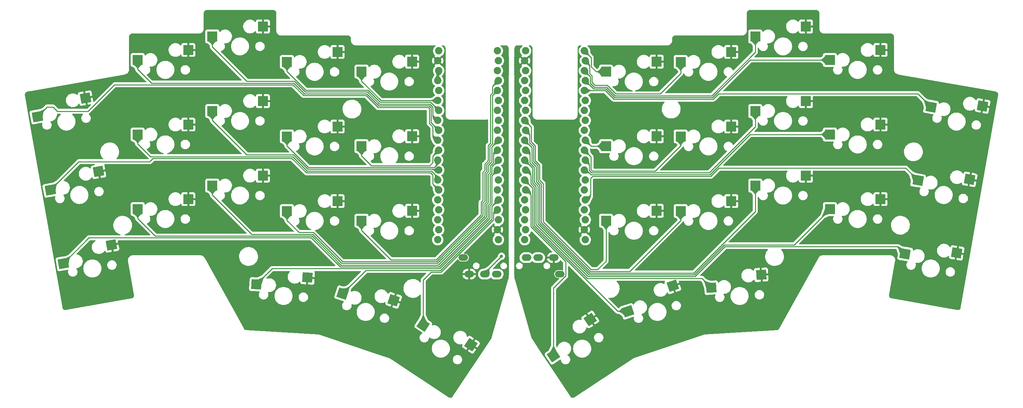
<source format=gbl>
G04 #@! TF.GenerationSoftware,KiCad,Pcbnew,7.0.1*
G04 #@! TF.CreationDate,2023-04-25T00:34:02-04:00*
G04 #@! TF.ProjectId,tenax,74656e61-782e-46b6-9963-61645f706362,rev?*
G04 #@! TF.SameCoordinates,Original*
G04 #@! TF.FileFunction,Copper,L2,Bot*
G04 #@! TF.FilePolarity,Positive*
%FSLAX46Y46*%
G04 Gerber Fmt 4.6, Leading zero omitted, Abs format (unit mm)*
G04 Created by KiCad (PCBNEW 7.0.1) date 2023-04-25 00:34:02*
%MOMM*%
%LPD*%
G01*
G04 APERTURE LIST*
G04 Aperture macros list*
%AMRotRect*
0 Rectangle, with rotation*
0 The origin of the aperture is its center*
0 $1 length*
0 $2 width*
0 $3 Rotation angle, in degrees counterclockwise*
0 Add horizontal line*
21,1,$1,$2,0,0,$3*%
G04 Aperture macros list end*
G04 #@! TA.AperFunction,SMDPad,CuDef*
%ADD10R,2.550000X2.500000*%
G04 #@! TD*
G04 #@! TA.AperFunction,SMDPad,CuDef*
%ADD11RotRect,2.550000X2.500000X170.000000*%
G04 #@! TD*
G04 #@! TA.AperFunction,ComponentPad*
%ADD12O,2.500000X1.700000*%
G04 #@! TD*
G04 #@! TA.AperFunction,SMDPad,CuDef*
%ADD13RotRect,2.550000X2.500000X190.000000*%
G04 #@! TD*
G04 #@! TA.AperFunction,SMDPad,CuDef*
%ADD14RotRect,2.550000X2.500000X176.500000*%
G04 #@! TD*
G04 #@! TA.AperFunction,SMDPad,CuDef*
%ADD15RotRect,2.550000X2.500000X213.500000*%
G04 #@! TD*
G04 #@! TA.AperFunction,SMDPad,CuDef*
%ADD16RotRect,2.550000X2.500000X183.500000*%
G04 #@! TD*
G04 #@! TA.AperFunction,SMDPad,CuDef*
%ADD17RotRect,2.550000X2.500000X198.500000*%
G04 #@! TD*
G04 #@! TA.AperFunction,SMDPad,CuDef*
%ADD18RotRect,2.550000X2.500000X161.500000*%
G04 #@! TD*
G04 #@! TA.AperFunction,SMDPad,CuDef*
%ADD19RotRect,2.550000X2.500000X146.500000*%
G04 #@! TD*
G04 #@! TA.AperFunction,ComponentPad*
%ADD20C,1.879600*%
G04 #@! TD*
G04 #@! TA.AperFunction,ViaPad*
%ADD21C,0.800000*%
G04 #@! TD*
G04 #@! TA.AperFunction,Conductor*
%ADD22C,0.250000*%
G04 #@! TD*
G04 #@! TA.AperFunction,Conductor*
%ADD23C,0.500000*%
G04 #@! TD*
G04 APERTURE END LIST*
D10*
X75463998Y-77089002D03*
X88390998Y-74549002D03*
X195063999Y-64539001D03*
X207990999Y-61999001D03*
X214113999Y-58039002D03*
X227040999Y-55499002D03*
D11*
X255669909Y-94818298D03*
X268841586Y-94561636D03*
D12*
X145073997Y-118754002D03*
X148073997Y-118754002D03*
X139573997Y-114554002D03*
X141073997Y-118754002D03*
D10*
X56413999Y-102139000D03*
X69340999Y-99599000D03*
X214113998Y-96139001D03*
X227040998Y-93599001D03*
X113564000Y-105139001D03*
X126491000Y-102599001D03*
X75463998Y-58039001D03*
X88390998Y-55499001D03*
X94513999Y-102639002D03*
X107440999Y-100099002D03*
D11*
X252361907Y-113578900D03*
X265533584Y-113322238D03*
D10*
X113563999Y-86088999D03*
X126490999Y-83548999D03*
X233163999Y-102139003D03*
X246090999Y-99599003D03*
D11*
X258977907Y-76057700D03*
X272149584Y-75801038D03*
D13*
X37431376Y-116039493D03*
X49720919Y-111293331D03*
D10*
X75464000Y-96139002D03*
X88391000Y-93599002D03*
X56413999Y-64039000D03*
X69340999Y-61499000D03*
X233163998Y-64039000D03*
X246090998Y-61499000D03*
X56414000Y-83089002D03*
X69341000Y-80549002D03*
D13*
X34123376Y-97278892D03*
X46412919Y-92532730D03*
D10*
X176013998Y-86089000D03*
X188940998Y-83549000D03*
D14*
X86733456Y-121375408D03*
X99791408Y-119629320D03*
D15*
X162596536Y-139583468D03*
X171974258Y-130330508D03*
D16*
X202871003Y-122240470D03*
X215618828Y-118916033D03*
D13*
X30815377Y-78518293D03*
X43104920Y-73772131D03*
D10*
X195064001Y-83589000D03*
X207991001Y-81049000D03*
X233163999Y-83089001D03*
X246090999Y-80549001D03*
X195063999Y-102639002D03*
X207990999Y-100099002D03*
X113563999Y-67039002D03*
X126490999Y-64499002D03*
D12*
X158673998Y-114554000D03*
X155673998Y-114554000D03*
X164173998Y-118754000D03*
X162673998Y-114554000D03*
D10*
X214113999Y-77089003D03*
X227040999Y-74549003D03*
X176013999Y-67039002D03*
X188940999Y-64499002D03*
X94513999Y-83589002D03*
X107440999Y-81049002D03*
D17*
X181592214Y-128260830D03*
X193045240Y-121750291D03*
D18*
X108718081Y-123764611D03*
X121783014Y-125457667D03*
D10*
X176013999Y-105139002D03*
X188940999Y-102599002D03*
X94514000Y-64539000D03*
X107441000Y-61999000D03*
D19*
X129335276Y-131762520D03*
X141516838Y-136779340D03*
D20*
X148267001Y-61704002D03*
X148521001Y-64244002D03*
X148267001Y-66784002D03*
X148521001Y-69324002D03*
X148267001Y-71864002D03*
X148521001Y-74404002D03*
X148267001Y-76944002D03*
X148521001Y-79484002D03*
X148267001Y-82024002D03*
X148521001Y-84564002D03*
X148267001Y-87104002D03*
X148521001Y-89644002D03*
X148267001Y-92184002D03*
X148521001Y-94724002D03*
X148267001Y-97264002D03*
X148521001Y-99804002D03*
X148267001Y-102344002D03*
X148521001Y-104884002D03*
X148267001Y-107424002D03*
X148521001Y-109964002D03*
X133027001Y-109964002D03*
X133281001Y-107424002D03*
X133027001Y-104884002D03*
X133281001Y-102344002D03*
X133027001Y-99804002D03*
X133281001Y-97264002D03*
X133027001Y-94724002D03*
X133281001Y-92184002D03*
X133027001Y-89644002D03*
X133281001Y-87104002D03*
X133027001Y-84564002D03*
X133281001Y-82024002D03*
X133027001Y-79484002D03*
X133281001Y-76944002D03*
X133027001Y-74404002D03*
X133281001Y-71864002D03*
X133027001Y-69324002D03*
X133281001Y-66784002D03*
X133027001Y-64244002D03*
X133281001Y-61704002D03*
X170466997Y-61704001D03*
X170720997Y-64244001D03*
X170466997Y-66784001D03*
X170720997Y-69324001D03*
X170466997Y-71864001D03*
X170720997Y-74404001D03*
X170466997Y-76944001D03*
X170720997Y-79484001D03*
X170466997Y-82024001D03*
X170720997Y-84564001D03*
X170466997Y-87104001D03*
X170720997Y-89644001D03*
X170466997Y-92184001D03*
X170720997Y-94724001D03*
X170466997Y-97264001D03*
X170720997Y-99804001D03*
X170466997Y-102344001D03*
X170720997Y-104884001D03*
X170466997Y-107424001D03*
X170720997Y-109964001D03*
X155226997Y-109964001D03*
X155480997Y-107424001D03*
X155226997Y-104884001D03*
X155480997Y-102344001D03*
X155226997Y-99804001D03*
X155480997Y-97264001D03*
X155226997Y-94724001D03*
X155480997Y-92184001D03*
X155226997Y-89644001D03*
X155480997Y-87104001D03*
X155226997Y-84564001D03*
X155480997Y-82024001D03*
X155226997Y-79484001D03*
X155480997Y-76944001D03*
X155226997Y-74404001D03*
X155480997Y-71864001D03*
X155226997Y-69324001D03*
X155480997Y-66784001D03*
X155226997Y-64244001D03*
X155480997Y-61704001D03*
D21*
X150281000Y-93319000D03*
X202748999Y-59079001D03*
X38233806Y-71789407D03*
X167100000Y-109425000D03*
X120648999Y-96628999D03*
X120648999Y-77579002D03*
X158575000Y-110975000D03*
X149315800Y-114172400D03*
D22*
X98780189Y-73120499D02*
X96058730Y-70399040D01*
X114694469Y-73120499D02*
X98780189Y-73120499D01*
X43726858Y-77173142D02*
X35915143Y-77173142D01*
X96058730Y-70399040D02*
X50500960Y-70399040D01*
X130875960Y-76446115D02*
X130631927Y-76202082D01*
X35915143Y-77173142D02*
X34817075Y-76075074D01*
X131775000Y-83312001D02*
X131775000Y-81153719D01*
X133027001Y-84564002D02*
X131775000Y-83312001D01*
X130631927Y-76202082D02*
X117776052Y-76202082D01*
X33258596Y-76075074D02*
X30815377Y-78518293D01*
X130875960Y-80254678D02*
X130875960Y-76446115D01*
X117776052Y-76202082D02*
X114694469Y-73120499D01*
X34817075Y-76075074D02*
X33258596Y-76075074D01*
X131775000Y-81153719D02*
X130875960Y-80254678D01*
X50500960Y-70399040D02*
X43726858Y-77173142D01*
X131190882Y-92851600D02*
X131762690Y-93423408D01*
X95808727Y-89199040D02*
X99461287Y-92851600D01*
X60325960Y-89199040D02*
X95808727Y-89199040D01*
X59484777Y-90040223D02*
X60325960Y-89199040D01*
X131762690Y-95745691D02*
X133281001Y-97264002D01*
X131762690Y-93423408D02*
X131762690Y-95745691D01*
X34128949Y-97278892D02*
X41367618Y-90040223D01*
X99461287Y-92851600D02*
X131190882Y-92851600D01*
X41367618Y-90040223D02*
X59484777Y-90040223D01*
X145908130Y-101145437D02*
X146362480Y-100691087D01*
X133332054Y-116898480D02*
X145908130Y-104322404D01*
X108134762Y-116898480D02*
X133332054Y-116898480D01*
X145908130Y-104322404D02*
X145908130Y-101145437D01*
X146362480Y-100691087D02*
X146362480Y-93452805D01*
X37431376Y-116039493D02*
X43996869Y-109474000D01*
X146362480Y-93452805D02*
X146812000Y-93003285D01*
X146812000Y-91353003D02*
X148521001Y-89644002D01*
X146812000Y-93003285D02*
X146812000Y-91353003D01*
X100710282Y-109474000D02*
X108134762Y-116898480D01*
X43996869Y-109474000D02*
X100710282Y-109474000D01*
X130818125Y-75752562D02*
X131325480Y-76259917D01*
X56413999Y-64039000D02*
X56413999Y-66447157D01*
X114880666Y-72670979D02*
X117962249Y-75752562D01*
X56413999Y-66447157D02*
X59916362Y-69949520D01*
X117962249Y-75752562D02*
X130818125Y-75752562D01*
X131325480Y-76259917D02*
X131325480Y-80068481D01*
X59916362Y-69949520D02*
X96244927Y-69949520D01*
X131325480Y-80068481D02*
X133281001Y-82024002D01*
X98966386Y-72670979D02*
X114880666Y-72670979D01*
X96244927Y-69949520D02*
X98966386Y-72670979D01*
X59666361Y-88749520D02*
X95994925Y-88749520D01*
X56414000Y-85497159D02*
X59666361Y-88749520D01*
X56414000Y-83089002D02*
X56414000Y-85497159D01*
X131377080Y-92402080D02*
X133027001Y-94052001D01*
X99647485Y-92402080D02*
X131377080Y-92402080D01*
X95994925Y-88749520D02*
X99647485Y-92402080D01*
X60891322Y-109024480D02*
X100896480Y-109024480D01*
X147256690Y-88114313D02*
X148267001Y-87104002D01*
X147256690Y-90272595D02*
X147256690Y-88114313D01*
X100896480Y-109024480D02*
X108320960Y-116448960D01*
X133145856Y-116448960D02*
X145458610Y-104136206D01*
X145458610Y-100959239D02*
X145912960Y-100504889D01*
X145912960Y-100504889D02*
X145912960Y-93266607D01*
X145458610Y-104136206D02*
X145458610Y-100959239D01*
X56413999Y-102139000D02*
X56413999Y-104547157D01*
X146362480Y-92817087D02*
X146362480Y-91166805D01*
X145912960Y-93266607D02*
X146362480Y-92817087D01*
X108320960Y-116448960D02*
X133145856Y-116448960D01*
X56413999Y-104547157D02*
X60891322Y-109024480D01*
X146362480Y-91166805D02*
X147256690Y-90272595D01*
X99152584Y-72221459D02*
X96431125Y-69500000D01*
X133027001Y-79484002D02*
X131775000Y-78232001D01*
X131775000Y-78232001D02*
X131775000Y-76073719D01*
X75463998Y-60688998D02*
X75463998Y-58039001D01*
X84275000Y-69500000D02*
X75463998Y-60688998D01*
X96431125Y-69500000D02*
X84275000Y-69500000D01*
X115066864Y-72221459D02*
X99152584Y-72221459D01*
X131775000Y-76073719D02*
X131004323Y-75303042D01*
X118148447Y-75303042D02*
X115066864Y-72221459D01*
X131004323Y-75303042D02*
X118148447Y-75303042D01*
X99833682Y-91952560D02*
X133049559Y-91952560D01*
X84266839Y-88300000D02*
X96181122Y-88300000D01*
X75463998Y-79497159D02*
X84266839Y-88300000D01*
X96181122Y-88300000D02*
X99833682Y-91952560D01*
X75463998Y-77089002D02*
X75463998Y-79497159D01*
X132959658Y-115999440D02*
X145009090Y-103950008D01*
X101082678Y-108574960D02*
X108507158Y-115999440D01*
X145463440Y-100318691D02*
X145463440Y-93080409D01*
X108507158Y-115999440D02*
X132959658Y-115999440D01*
X146807170Y-86277833D02*
X148521001Y-84564002D01*
X145463440Y-93080409D02*
X145912960Y-92630889D01*
X146807170Y-90086397D02*
X146807170Y-86277833D01*
X145912960Y-92630889D02*
X145912960Y-90980607D01*
X145009090Y-100773041D02*
X145463440Y-100318691D01*
X75464000Y-98547159D02*
X85491801Y-108574960D01*
X85491801Y-108574960D02*
X101082678Y-108574960D01*
X145912960Y-90980607D02*
X146807170Y-90086397D01*
X145009090Y-103950008D02*
X145009090Y-100773041D01*
X75464000Y-96139002D02*
X75464000Y-98547159D01*
X131190521Y-74853522D02*
X133281001Y-76944002D01*
X94514000Y-66947157D02*
X99338782Y-71771939D01*
X118334645Y-74853522D02*
X131190521Y-74853522D01*
X99338782Y-71771939D02*
X115253062Y-71771939D01*
X94514000Y-64539000D02*
X94514000Y-66947157D01*
X115253062Y-71771939D02*
X118334645Y-74853522D01*
X100019880Y-91503040D02*
X94513999Y-85997159D01*
X94513999Y-85997159D02*
X94513999Y-83589002D01*
X133027001Y-90647999D02*
X132171960Y-91503040D01*
X133027001Y-89644002D02*
X133027001Y-90647999D01*
X132171960Y-91503040D02*
X100019880Y-91503040D01*
X132773460Y-115549920D02*
X144559570Y-103763810D01*
X145013920Y-100132493D02*
X145013920Y-92894211D01*
X94513999Y-105047159D02*
X97592280Y-108125440D01*
X144559570Y-100586843D02*
X145013920Y-100132493D01*
X144559570Y-103763810D02*
X144559570Y-100586843D01*
X101268876Y-108125440D02*
X108693355Y-115549920D01*
X94513999Y-102639002D02*
X94513999Y-105047159D01*
X146975000Y-85474285D02*
X146975000Y-73156003D01*
X145013920Y-92894211D02*
X145463440Y-92444692D01*
X97592280Y-108125440D02*
X101268876Y-108125440D01*
X146975000Y-73156003D02*
X148267001Y-71864002D01*
X146357650Y-86091635D02*
X146975000Y-85474285D01*
X108693355Y-115549920D02*
X132773460Y-115549920D01*
X145463440Y-92444692D02*
X145463440Y-90794410D01*
X145463440Y-90794410D02*
X146357650Y-89900199D01*
X146357650Y-89900199D02*
X146357650Y-86091635D01*
X113563999Y-69447159D02*
X118520842Y-74404002D01*
X113563999Y-67039002D02*
X113563999Y-69447159D01*
X118520842Y-74404002D02*
X133027001Y-74404002D01*
X116120363Y-91053520D02*
X130971480Y-91053520D01*
X131762690Y-90262310D02*
X131762690Y-88622313D01*
X130971480Y-91053520D02*
X131762690Y-90262310D01*
X113563999Y-88497156D02*
X116120363Y-91053520D01*
X113563999Y-86088999D02*
X113563999Y-88497156D01*
X131762690Y-88622313D02*
X133281001Y-87104002D01*
X172224520Y-65799520D02*
X172224520Y-63461524D01*
X172224520Y-63461524D02*
X170466997Y-61704001D01*
X173464002Y-67039002D02*
X172224520Y-65799520D01*
X176013999Y-67039002D02*
X173464002Y-67039002D01*
X172245996Y-86089000D02*
X170720997Y-84564001D01*
X176013998Y-86089000D02*
X172245996Y-86089000D01*
X156940828Y-81197832D02*
X155226997Y-79484001D01*
X159921640Y-105346614D02*
X159921640Y-95604339D01*
X157948560Y-86014128D02*
X156940828Y-85006396D01*
X157948560Y-89822695D02*
X157948560Y-86014128D01*
X156940828Y-85006396D02*
X156940828Y-81197832D01*
X159921640Y-95604339D02*
X159047600Y-94730299D01*
X159047600Y-94730299D02*
X159047600Y-90921735D01*
X159047600Y-90921735D02*
X157948560Y-89822695D01*
X173861797Y-117588203D02*
X172163229Y-117588203D01*
X172163229Y-117588203D02*
X159921640Y-105346614D01*
X176013999Y-115436001D02*
X173861797Y-117588203D01*
X176013999Y-105139002D02*
X176013999Y-115436001D01*
X172434828Y-69766396D02*
X173183873Y-70515441D01*
X170720997Y-64244001D02*
X171775000Y-65298004D01*
X173183873Y-70515441D02*
X176316418Y-70515441D01*
X189823560Y-72726440D02*
X195063999Y-67486001D01*
X172434828Y-68116115D02*
X172434828Y-69766396D01*
X171775000Y-65298004D02*
X171775000Y-67456286D01*
X176316418Y-70515441D02*
X178527417Y-72726440D01*
X195063999Y-67486001D02*
X195063999Y-64539001D01*
X171775000Y-67456286D02*
X172434828Y-68116115D01*
X178527417Y-72726440D02*
X189823560Y-72726440D01*
X195064001Y-85885999D02*
X188524040Y-92425960D01*
X188524040Y-92425960D02*
X172536678Y-92425960D01*
X172180828Y-92070110D02*
X172180828Y-88817832D01*
X195064001Y-83589000D02*
X195064001Y-85885999D01*
X172180828Y-88817832D02*
X170466997Y-87104001D01*
X172536678Y-92425960D02*
X172180828Y-92070110D01*
X195063999Y-105011001D02*
X182037277Y-118037723D01*
X171977031Y-118037723D02*
X159472120Y-105532812D01*
X158598080Y-94916497D02*
X158598080Y-91107933D01*
X158598080Y-91107933D02*
X157499040Y-90008893D01*
X182037277Y-118037723D02*
X171977031Y-118037723D01*
X195063999Y-102639002D02*
X195063999Y-105011001D01*
X156491308Y-83034312D02*
X155480997Y-82024001D01*
X159472120Y-95790537D02*
X158598080Y-94916497D01*
X159472120Y-105532812D02*
X159472120Y-95790537D01*
X157499040Y-86200326D02*
X156491308Y-85192594D01*
X157499040Y-90008893D02*
X157499040Y-86200326D01*
X156491308Y-85192594D02*
X156491308Y-83034312D01*
X176130220Y-70964961D02*
X178341219Y-73175960D01*
X203005197Y-73175960D02*
X214113999Y-62067158D01*
X171985308Y-68302312D02*
X171985308Y-69952594D01*
X172997675Y-70964961D02*
X176130220Y-70964961D01*
X214113999Y-62067158D02*
X214113999Y-58039002D01*
X171985308Y-69952594D02*
X172997675Y-70964961D01*
X170466997Y-66784001D02*
X171985308Y-68302312D01*
X178341219Y-73175960D02*
X203005197Y-73175960D01*
X202355678Y-92875480D02*
X214113999Y-81117159D01*
X171731308Y-90654312D02*
X171731308Y-92256308D01*
X214113999Y-81117159D02*
X214113999Y-77089003D01*
X172350480Y-92875480D02*
X202355678Y-92875480D01*
X171731308Y-92256308D02*
X172350480Y-92875480D01*
X170720997Y-89644001D02*
X171731308Y-90654312D01*
X159022600Y-95976734D02*
X158148560Y-95102693D01*
X214113998Y-102725851D02*
X198352606Y-118487243D01*
X158148560Y-91294130D02*
X157049520Y-90195089D01*
X171790833Y-118487243D02*
X159022600Y-105719010D01*
X158148560Y-95102693D02*
X158148560Y-91294130D01*
X157049520Y-90195089D02*
X157049520Y-86386524D01*
X159022600Y-105719010D02*
X159022600Y-95976734D01*
X157049520Y-86386524D02*
X155226997Y-84564001D01*
X214113998Y-96139001D02*
X214113998Y-102725851D01*
X198352606Y-118487243D02*
X171790833Y-118487243D01*
X172811477Y-71414481D02*
X170720997Y-69324001D01*
X233163998Y-64039000D02*
X212777875Y-64039000D01*
X178155021Y-73625480D02*
X175944022Y-71414481D01*
X203191395Y-73625480D02*
X178155021Y-73625480D01*
X175944022Y-71414481D02*
X172811477Y-71414481D01*
X212777875Y-64039000D02*
X203191395Y-73625480D01*
X202541875Y-93325000D02*
X172164282Y-93325000D01*
X212777875Y-83089001D02*
X202541875Y-93325000D01*
X233163999Y-83089001D02*
X212777875Y-83089001D01*
X172164282Y-93325000D02*
X171023283Y-92184001D01*
X156600000Y-88223004D02*
X156600000Y-90381286D01*
X206195126Y-111280440D02*
X224022562Y-111280440D01*
X171604635Y-118936763D02*
X198538802Y-118936763D01*
X157699040Y-91480327D02*
X157699040Y-95288890D01*
X157699040Y-95288890D02*
X158573080Y-96162931D01*
X224022562Y-111280440D02*
X233163999Y-102139003D01*
X158573080Y-96162931D02*
X158573080Y-105905208D01*
X155480997Y-87104001D02*
X156600000Y-88223004D01*
X156600000Y-90381286D02*
X157699040Y-91480327D01*
X198538802Y-118936763D02*
X206195126Y-111280440D01*
X158573080Y-105905208D02*
X171604635Y-118936763D01*
X177968823Y-74075000D02*
X203377592Y-74075000D01*
X203377592Y-74075000D02*
X204778110Y-72674482D01*
X204778110Y-72674482D02*
X255594689Y-72674482D01*
X255594689Y-72674482D02*
X258977907Y-76057700D01*
X175757824Y-71864001D02*
X177968823Y-74075000D01*
X170466997Y-71864001D02*
X175757824Y-71864001D01*
X204827593Y-91675000D02*
X202728073Y-93774520D01*
X255669909Y-94818298D02*
X252526611Y-91675000D01*
X172025000Y-94275000D02*
X172025000Y-98499998D01*
X252526611Y-91675000D02*
X204827593Y-91675000D01*
X172525480Y-93774520D02*
X172025000Y-94275000D01*
X172025000Y-98499998D02*
X170720997Y-99804001D01*
X202728073Y-93774520D02*
X172525480Y-93774520D01*
X171418437Y-119386283D02*
X158123560Y-106091406D01*
X250512967Y-111729960D02*
X206381323Y-111729960D01*
X157249520Y-91666524D02*
X155226997Y-89644001D01*
X158123560Y-106091406D02*
X158123560Y-96349128D01*
X158123560Y-96349128D02*
X157249520Y-95475088D01*
X198725000Y-119386283D02*
X171418437Y-119386283D01*
X157249520Y-95475088D02*
X157249520Y-91666524D01*
X206381323Y-111729960D02*
X198725000Y-119386283D01*
X252361907Y-113578900D02*
X250512967Y-111729960D01*
X146812000Y-100877285D02*
X146812000Y-93639003D01*
X146812000Y-93639003D02*
X148267001Y-92184002D01*
X146357650Y-101331635D02*
X146812000Y-100877285D01*
X146357650Y-104508602D02*
X146357650Y-101331635D01*
X133518252Y-117348000D02*
X146357650Y-104508602D01*
X86733456Y-121375408D02*
X90760864Y-117348000D01*
X90760864Y-117348000D02*
X133518252Y-117348000D01*
X146807170Y-104694800D02*
X146807170Y-101517833D01*
X108718081Y-123764611D02*
X114685172Y-117797520D01*
X114685172Y-117797520D02*
X133704450Y-117797520D01*
X146807170Y-101517833D02*
X148521001Y-99804002D01*
X133704450Y-117797520D02*
X146807170Y-104694800D01*
X147256690Y-103354313D02*
X148267001Y-102344002D01*
X129335276Y-120239724D02*
X131327960Y-118247040D01*
X147256690Y-104880997D02*
X147256690Y-103354313D01*
X133890647Y-118247040D02*
X147256690Y-104880997D01*
X129335276Y-131762520D02*
X129335276Y-120239724D01*
X131327960Y-118247040D02*
X133890647Y-118247040D01*
X156775000Y-106650000D02*
X156775000Y-98558004D01*
X165698518Y-115573518D02*
X156775000Y-106650000D01*
X156775000Y-98558004D02*
X155480997Y-97264001D01*
X162596536Y-139583468D02*
X162596536Y-122321773D01*
X162596536Y-122321773D02*
X165698518Y-119219791D01*
X165698518Y-119219791D02*
X165698518Y-115573518D01*
X179021548Y-128260830D02*
X157224520Y-106463802D01*
X181592214Y-128260830D02*
X179021548Y-128260830D01*
X157224520Y-106463802D02*
X157224520Y-96721524D01*
X157224520Y-96721524D02*
X155226997Y-94724001D01*
X171232239Y-119835803D02*
X157674040Y-106277604D01*
X202871003Y-122240470D02*
X200466336Y-119835803D01*
X200466336Y-119835803D02*
X171232239Y-119835803D01*
X157674040Y-106277604D02*
X157674040Y-96535326D01*
X157674040Y-96535326D02*
X156800000Y-95661286D01*
X156800000Y-95661286D02*
X156800000Y-93503004D01*
X156800000Y-93503004D02*
X155480997Y-92184001D01*
X149315800Y-114172400D02*
X145073997Y-118414203D01*
D23*
X133027001Y-69324002D02*
X133027001Y-67038002D01*
D22*
X113564000Y-105139001D02*
X113564000Y-107547158D01*
X113564000Y-107547158D02*
X121117242Y-115100400D01*
X147002690Y-70842313D02*
X148521001Y-69324002D01*
X132587262Y-115100400D02*
X144110050Y-103577612D01*
X145908130Y-85905437D02*
X146525480Y-85288087D01*
X144564400Y-99946295D02*
X144564401Y-92708013D01*
X145908130Y-89714002D02*
X145908130Y-85905437D01*
X144564401Y-92708013D02*
X145013920Y-92258494D01*
X145013920Y-90608213D02*
X145908130Y-89714002D01*
X146525480Y-72969805D02*
X147002690Y-72492595D01*
X121117242Y-115100400D02*
X132587262Y-115100400D01*
X145013920Y-92258494D02*
X145013920Y-90608213D01*
X144110050Y-100400645D02*
X144564400Y-99946295D01*
X144110050Y-103577612D02*
X144110050Y-100400645D01*
X146525480Y-85288087D02*
X146525480Y-72969805D01*
X147002690Y-72492595D02*
X147002690Y-70842313D01*
G04 #@! TA.AperFunction,Conductor*
G36*
X91080161Y-51305108D02*
G01*
X91101806Y-51307239D01*
X91207874Y-51317686D01*
X91232088Y-51322502D01*
X91348944Y-51357950D01*
X91371763Y-51367402D01*
X91479456Y-51424965D01*
X91499991Y-51438686D01*
X91594383Y-51516151D01*
X91611847Y-51533615D01*
X91689312Y-51628006D01*
X91703034Y-51648543D01*
X91760597Y-51756237D01*
X91770049Y-51779056D01*
X91805495Y-51895904D01*
X91810314Y-51920130D01*
X91822892Y-52047836D01*
X91823499Y-52060186D01*
X91823499Y-56554004D01*
X91823499Y-56652420D01*
X91854291Y-56846829D01*
X91861381Y-56868650D01*
X91915114Y-57034025D01*
X92004476Y-57209409D01*
X92119267Y-57367403D01*
X92120172Y-57368648D01*
X92259353Y-57507829D01*
X92320047Y-57551926D01*
X92418591Y-57623523D01*
X92446219Y-57637600D01*
X92593973Y-57712885D01*
X92781172Y-57773709D01*
X92975581Y-57804501D01*
X93049324Y-57804501D01*
X110054764Y-57804501D01*
X110054768Y-57804502D01*
X110079829Y-57804502D01*
X110117812Y-57804502D01*
X110130161Y-57805109D01*
X110151424Y-57807203D01*
X110257873Y-57817687D01*
X110282089Y-57822503D01*
X110398936Y-57857949D01*
X110398943Y-57857951D01*
X110421762Y-57867402D01*
X110529455Y-57924965D01*
X110549991Y-57938687D01*
X110644384Y-58016154D01*
X110661846Y-58033616D01*
X110739311Y-58128007D01*
X110753033Y-58148544D01*
X110810596Y-58256237D01*
X110820048Y-58279056D01*
X110855494Y-58395903D01*
X110860313Y-58420130D01*
X110872891Y-58547838D01*
X110873498Y-58560188D01*
X110873498Y-59062017D01*
X110873499Y-59062022D01*
X110873499Y-59152417D01*
X110904290Y-59346826D01*
X110917532Y-59387580D01*
X110965113Y-59534023D01*
X111054475Y-59709407D01*
X111170173Y-59868649D01*
X111309349Y-60007825D01*
X111468592Y-60123523D01*
X111468594Y-60123524D01*
X111643973Y-60212885D01*
X111831173Y-60273709D01*
X112025582Y-60304501D01*
X112099325Y-60304501D01*
X130124258Y-60304501D01*
X130124262Y-60304502D01*
X130149323Y-60304502D01*
X130198671Y-60304502D01*
X132354074Y-60304502D01*
X132414043Y-60319688D01*
X132459557Y-60361586D01*
X132479644Y-60420097D01*
X132469462Y-60481115D01*
X132431465Y-60529934D01*
X132296731Y-60634801D01*
X132134172Y-60811388D01*
X132002893Y-61012325D01*
X131906477Y-61232132D01*
X131847559Y-61464798D01*
X131847558Y-61464803D01*
X131827737Y-61704002D01*
X131847558Y-61943201D01*
X131847558Y-61943204D01*
X131847559Y-61943205D01*
X131906477Y-62175871D01*
X131906478Y-62175874D01*
X131906479Y-62175876D01*
X132002893Y-62395679D01*
X132134172Y-62596615D01*
X132296732Y-62773203D01*
X132311108Y-62784392D01*
X132349105Y-62833208D01*
X132359288Y-62894227D01*
X132339202Y-62952738D01*
X132293688Y-62994637D01*
X132232417Y-63027795D01*
X132197322Y-63055111D01*
X132197322Y-63055113D01*
X133027000Y-63884791D01*
X133027001Y-63884791D01*
X133878289Y-63033501D01*
X133907413Y-63011784D01*
X134031707Y-62944521D01*
X134075858Y-62920628D01*
X134109778Y-62894227D01*
X134265270Y-62773203D01*
X134427830Y-62596615D01*
X134559109Y-62395679D01*
X134655523Y-62175876D01*
X134714444Y-61943201D01*
X134734265Y-61704002D01*
X134714444Y-61464803D01*
X134655523Y-61232128D01*
X134559109Y-61012325D01*
X134427830Y-60811389D01*
X134265270Y-60634801D01*
X134247919Y-60621296D01*
X134130537Y-60529934D01*
X134092540Y-60481115D01*
X134082358Y-60420097D01*
X134102445Y-60361586D01*
X134147959Y-60319688D01*
X134207928Y-60304502D01*
X134229830Y-60304502D01*
X134267813Y-60304502D01*
X134280162Y-60305109D01*
X134301425Y-60307203D01*
X134407874Y-60317687D01*
X134432090Y-60322503D01*
X134548943Y-60357950D01*
X134571761Y-60367402D01*
X134582498Y-60373141D01*
X134679447Y-60424962D01*
X134679455Y-60424966D01*
X134699986Y-60438684D01*
X134794383Y-60516152D01*
X134811845Y-60533614D01*
X134824156Y-60548615D01*
X134889313Y-60628010D01*
X134903033Y-60648543D01*
X134925322Y-60690243D01*
X134960597Y-60756239D01*
X134970048Y-60779057D01*
X134989893Y-60844474D01*
X135005046Y-60894428D01*
X135005494Y-60895903D01*
X135010313Y-60920131D01*
X135022892Y-61047857D01*
X135023499Y-61060206D01*
X135023499Y-69540895D01*
X135023499Y-78009830D01*
X135023499Y-78009831D01*
X135023499Y-78054001D01*
X135023499Y-78152418D01*
X135054291Y-78346827D01*
X135054291Y-78346829D01*
X135054292Y-78346831D01*
X135114376Y-78531755D01*
X135115115Y-78534027D01*
X135144103Y-78590918D01*
X135204476Y-78709407D01*
X135320174Y-78868650D01*
X135459350Y-79007826D01*
X135618592Y-79123524D01*
X135793976Y-79212886D01*
X135841633Y-79228370D01*
X135981174Y-79273710D01*
X136175583Y-79304501D01*
X136249326Y-79304501D01*
X136274000Y-79304501D01*
X136318170Y-79304501D01*
X136370355Y-79304501D01*
X136370358Y-79304499D01*
X145298673Y-79304499D01*
X145372415Y-79304499D01*
X145566825Y-79273708D01*
X145617400Y-79257275D01*
X145727044Y-79221651D01*
X145785691Y-79217035D01*
X145840041Y-79239548D01*
X145878247Y-79284281D01*
X145891980Y-79341484D01*
X145891980Y-84973492D01*
X145882389Y-85021710D01*
X145855075Y-85062588D01*
X145519461Y-85398199D01*
X145503147Y-85411269D01*
X145454499Y-85463073D01*
X145451750Y-85465910D01*
X145431998Y-85485663D01*
X145431994Y-85485667D01*
X145431995Y-85485667D01*
X145429509Y-85488870D01*
X145421817Y-85497876D01*
X145391543Y-85530115D01*
X145381782Y-85547871D01*
X145370931Y-85564389D01*
X145358515Y-85580396D01*
X145340954Y-85620976D01*
X145335734Y-85631632D01*
X145314434Y-85670377D01*
X145309397Y-85689996D01*
X145302994Y-85708698D01*
X145294948Y-85727292D01*
X145288031Y-85770961D01*
X145285625Y-85782581D01*
X145274630Y-85825407D01*
X145274630Y-85845661D01*
X145273079Y-85865371D01*
X145269909Y-85885379D01*
X145274071Y-85929398D01*
X145274630Y-85941256D01*
X145274630Y-89399408D01*
X145265039Y-89447626D01*
X145237727Y-89488500D01*
X144927630Y-89798598D01*
X144625258Y-90100970D01*
X144608933Y-90114049D01*
X144560274Y-90165865D01*
X144557525Y-90168702D01*
X144537784Y-90188444D01*
X144535305Y-90191640D01*
X144527604Y-90200656D01*
X144497333Y-90232892D01*
X144487572Y-90250647D01*
X144476721Y-90267166D01*
X144464305Y-90283172D01*
X144446749Y-90323742D01*
X144441530Y-90334396D01*
X144420224Y-90373153D01*
X144415186Y-90392775D01*
X144408785Y-90411470D01*
X144400738Y-90430066D01*
X144393821Y-90473737D01*
X144391415Y-90485357D01*
X144380420Y-90528183D01*
X144380420Y-90548437D01*
X144378869Y-90568147D01*
X144375699Y-90588155D01*
X144379861Y-90632174D01*
X144380420Y-90644032D01*
X144380420Y-91943899D01*
X144370829Y-91992117D01*
X144343515Y-92032995D01*
X144175733Y-92200775D01*
X144159416Y-92213848D01*
X144110770Y-92265649D01*
X144108021Y-92268486D01*
X144088269Y-92288239D01*
X144088265Y-92288243D01*
X144088266Y-92288243D01*
X144085780Y-92291446D01*
X144078088Y-92300452D01*
X144047814Y-92332691D01*
X144038053Y-92350447D01*
X144027202Y-92366965D01*
X144014786Y-92382972D01*
X143997225Y-92423552D01*
X143992005Y-92434208D01*
X143970705Y-92472953D01*
X143965668Y-92492572D01*
X143959265Y-92511274D01*
X143951219Y-92529868D01*
X143944302Y-92573537D01*
X143941896Y-92585156D01*
X143930901Y-92627982D01*
X143930900Y-92648247D01*
X143929350Y-92667945D01*
X143926181Y-92687957D01*
X143930341Y-92731972D01*
X143930900Y-92743827D01*
X143930900Y-99631699D01*
X143921309Y-99679917D01*
X143893995Y-99720795D01*
X143721381Y-99893407D01*
X143705067Y-99906477D01*
X143656419Y-99958281D01*
X143653670Y-99961118D01*
X143633918Y-99980871D01*
X143633914Y-99980875D01*
X143633915Y-99980875D01*
X143631429Y-99984078D01*
X143623737Y-99993084D01*
X143593463Y-100025323D01*
X143583702Y-100043079D01*
X143572851Y-100059597D01*
X143560435Y-100075604D01*
X143542874Y-100116184D01*
X143537654Y-100126840D01*
X143516354Y-100165585D01*
X143511317Y-100185204D01*
X143504914Y-100203906D01*
X143496868Y-100222500D01*
X143489951Y-100266169D01*
X143487545Y-100277789D01*
X143476550Y-100320615D01*
X143476550Y-100340869D01*
X143474999Y-100360579D01*
X143471829Y-100380587D01*
X143475991Y-100424606D01*
X143476550Y-100436464D01*
X143476550Y-103263018D01*
X143466959Y-103311236D01*
X143439645Y-103352113D01*
X132361762Y-114429995D01*
X132320885Y-114457309D01*
X132272667Y-114466900D01*
X121431837Y-114466900D01*
X121383619Y-114457309D01*
X121342742Y-114429995D01*
X115931501Y-109018754D01*
X115899016Y-108962738D01*
X115898642Y-108897985D01*
X115930478Y-108841598D01*
X115986113Y-108808469D01*
X116004528Y-108803230D01*
X116203689Y-108704059D01*
X116381236Y-108569982D01*
X116531124Y-108405563D01*
X116601270Y-108292273D01*
X116648245Y-108216406D01*
X116648247Y-108216402D01*
X116728618Y-108008941D01*
X116769500Y-107790244D01*
X116769500Y-107679001D01*
X118343564Y-107679001D01*
X118363286Y-107979920D01*
X118422120Y-108275693D01*
X118519052Y-108561248D01*
X118652435Y-108831721D01*
X118819972Y-109082459D01*
X119018810Y-109309190D01*
X119245541Y-109508028D01*
X119496279Y-109675565D01*
X119496282Y-109675567D01*
X119596111Y-109724797D01*
X119766752Y-109808948D01*
X119957122Y-109873569D01*
X120052309Y-109905881D01*
X120348080Y-109964714D01*
X120404482Y-109968410D01*
X120573687Y-109979501D01*
X120573690Y-109979501D01*
X120724310Y-109979501D01*
X120724313Y-109979501D01*
X120859675Y-109970628D01*
X120949920Y-109964714D01*
X121245691Y-109905881D01*
X121441505Y-109839410D01*
X121531247Y-109808948D01*
X121531248Y-109808947D01*
X121531252Y-109808946D01*
X121801718Y-109675567D01*
X122052461Y-109508026D01*
X122279189Y-109309190D01*
X122478025Y-109082462D01*
X122645566Y-108831719D01*
X122778945Y-108561253D01*
X122778946Y-108561249D01*
X122778947Y-108561248D01*
X122831794Y-108405564D01*
X122875880Y-108275692D01*
X122934713Y-107979921D01*
X122947145Y-107790244D01*
X124528500Y-107790244D01*
X124558895Y-107952841D01*
X124569382Y-108008941D01*
X124649754Y-108216406D01*
X124766873Y-108405559D01*
X124766874Y-108405560D01*
X124766876Y-108405563D01*
X124916764Y-108569982D01*
X125094311Y-108704059D01*
X125293472Y-108803230D01*
X125507464Y-108864116D01*
X125673497Y-108879501D01*
X125784497Y-108879501D01*
X125784503Y-108879501D01*
X125950536Y-108864116D01*
X126164528Y-108803230D01*
X126363689Y-108704059D01*
X126541236Y-108569982D01*
X126691124Y-108405563D01*
X126761270Y-108292273D01*
X126808245Y-108216406D01*
X126808247Y-108216402D01*
X126888618Y-108008941D01*
X126929500Y-107790244D01*
X126929500Y-107567758D01*
X126888618Y-107349061D01*
X126808247Y-107141600D01*
X126808245Y-107141596D01*
X126808245Y-107141595D01*
X126691126Y-106952442D01*
X126691125Y-106952441D01*
X126691124Y-106952439D01*
X126541236Y-106788020D01*
X126363689Y-106653943D01*
X126326058Y-106635205D01*
X126164527Y-106554771D01*
X125950540Y-106493887D01*
X125950539Y-106493886D01*
X125950536Y-106493886D01*
X125784503Y-106478501D01*
X125673497Y-106478501D01*
X125507464Y-106493886D01*
X125507461Y-106493886D01*
X125507459Y-106493887D01*
X125293472Y-106554771D01*
X125094310Y-106653943D01*
X124990194Y-106732568D01*
X124916764Y-106788020D01*
X124897686Y-106808948D01*
X124766873Y-106952442D01*
X124649754Y-107141595D01*
X124569382Y-107349060D01*
X124569382Y-107349061D01*
X124528500Y-107567758D01*
X124528500Y-107790244D01*
X122947145Y-107790244D01*
X122954436Y-107679001D01*
X122934713Y-107378081D01*
X122875880Y-107082310D01*
X122831746Y-106952295D01*
X122778947Y-106796753D01*
X122741377Y-106720568D01*
X122645566Y-106526283D01*
X122578430Y-106425807D01*
X122478027Y-106275542D01*
X122279189Y-106048811D01*
X122052458Y-105849973D01*
X121801720Y-105682436D01*
X121531247Y-105549053D01*
X121245692Y-105452121D01*
X120949918Y-105393287D01*
X120724313Y-105378501D01*
X120724310Y-105378501D01*
X120573690Y-105378501D01*
X120573687Y-105378501D01*
X120348081Y-105393287D01*
X120052307Y-105452121D01*
X119766752Y-105549053D01*
X119496279Y-105682436D01*
X119245541Y-105849973D01*
X119018810Y-106048811D01*
X118819972Y-106275542D01*
X118652435Y-106526280D01*
X118519052Y-106796753D01*
X118422120Y-107082308D01*
X118363286Y-107378081D01*
X118343564Y-107679001D01*
X116769500Y-107679001D01*
X116769500Y-107567758D01*
X116728618Y-107349061D01*
X116648247Y-107141600D01*
X116648245Y-107141596D01*
X116648245Y-107141595D01*
X116608787Y-107077868D01*
X116589915Y-107012092D01*
X116608207Y-106946152D01*
X116658268Y-106899498D01*
X116725327Y-106885890D01*
X116773506Y-106889501D01*
X116904489Y-106889501D01*
X116904494Y-106889501D01*
X117100630Y-106874803D01*
X117356416Y-106816421D01*
X117600643Y-106720569D01*
X117827857Y-106589387D01*
X118032981Y-106425806D01*
X118211433Y-106233480D01*
X118359228Y-106016705D01*
X118473063Y-105780324D01*
X118550396Y-105529616D01*
X118589500Y-105270183D01*
X118589500Y-105007819D01*
X118550396Y-104748386D01*
X118491397Y-104557115D01*
X118473063Y-104497677D01*
X118405317Y-104357002D01*
X118359228Y-104261297D01*
X118237198Y-104082312D01*
X118211436Y-104044526D01*
X118211434Y-104044524D01*
X118211433Y-104044522D01*
X118032981Y-103852196D01*
X117827857Y-103688615D01*
X117600643Y-103557433D01*
X117540664Y-103533893D01*
X117356417Y-103461581D01*
X117100631Y-103403199D01*
X117067940Y-103400749D01*
X116904494Y-103388501D01*
X116773506Y-103388501D01*
X116633408Y-103398999D01*
X116577368Y-103403199D01*
X116321582Y-103461581D01*
X116077356Y-103557433D01*
X115860227Y-103682793D01*
X115850143Y-103688615D01*
X115645019Y-103852196D01*
X115565862Y-103937506D01*
X115516004Y-103970418D01*
X115456587Y-103976663D01*
X115400972Y-103954836D01*
X115361664Y-103909844D01*
X115347500Y-103851803D01*
X115347500Y-103840363D01*
X115344926Y-103816420D01*
X115340989Y-103779800D01*
X115289889Y-103642797D01*
X115284500Y-103635598D01*
X115202261Y-103525739D01*
X115085205Y-103438112D01*
X114991602Y-103403200D01*
X114948201Y-103387012D01*
X114887638Y-103380501D01*
X112240362Y-103380501D01*
X112179799Y-103387012D01*
X112042794Y-103438112D01*
X111925738Y-103525739D01*
X111838111Y-103642795D01*
X111796810Y-103753528D01*
X111787011Y-103779800D01*
X111780500Y-103840363D01*
X111780500Y-106437639D01*
X111787011Y-106498202D01*
X111799389Y-106531388D01*
X111838111Y-106635206D01*
X111925738Y-106752262D01*
X112042794Y-106839889D01*
X112042795Y-106839889D01*
X112042796Y-106839890D01*
X112179799Y-106890990D01*
X112240362Y-106897501D01*
X112353665Y-106897501D01*
X112399292Y-106906052D01*
X112438723Y-106930543D01*
X112541174Y-107024293D01*
X112550920Y-107034259D01*
X112622273Y-107115806D01*
X112683888Y-107186224D01*
X112690852Y-107194932D01*
X112835736Y-107393517D01*
X112840765Y-107400953D01*
X112855185Y-107424002D01*
X112905491Y-107504413D01*
X112911318Y-107513726D01*
X112930500Y-107580553D01*
X112930500Y-107587015D01*
X112931007Y-107591031D01*
X112931937Y-107602854D01*
X112933326Y-107647050D01*
X112938977Y-107666499D01*
X112942986Y-107685854D01*
X112945525Y-107705952D01*
X112961801Y-107747061D01*
X112965644Y-107758288D01*
X112977980Y-107800748D01*
X112988294Y-107818188D01*
X112996987Y-107835932D01*
X113004448Y-107854775D01*
X113004449Y-107854777D01*
X113030431Y-107890538D01*
X113036948Y-107900459D01*
X113059458Y-107938521D01*
X113073778Y-107952841D01*
X113086618Y-107967874D01*
X113098526Y-107984263D01*
X113098527Y-107984264D01*
X113098528Y-107984265D01*
X113130350Y-108010590D01*
X113132598Y-108012450D01*
X113141378Y-108020440D01*
X119822263Y-114701325D01*
X119853001Y-114751484D01*
X119857617Y-114810131D01*
X119835104Y-114864481D01*
X119790371Y-114902687D01*
X119733168Y-114916420D01*
X109007949Y-114916420D01*
X108959731Y-114906829D01*
X108918854Y-114879515D01*
X107155541Y-113116202D01*
X101776120Y-107736779D01*
X101763047Y-107720461D01*
X101728896Y-107688391D01*
X101696891Y-107640028D01*
X101689939Y-107582452D01*
X101709513Y-107527861D01*
X101751465Y-107487820D01*
X101806908Y-107470811D01*
X101899919Y-107464715D01*
X102195690Y-107405882D01*
X102391504Y-107339411D01*
X102481246Y-107308949D01*
X102481247Y-107308948D01*
X102481251Y-107308947D01*
X102751717Y-107175568D01*
X103002460Y-107008027D01*
X103229188Y-106809191D01*
X103428024Y-106582463D01*
X103595565Y-106331720D01*
X103728944Y-106061254D01*
X103733168Y-106048812D01*
X103765623Y-105953200D01*
X103825879Y-105775693D01*
X103884712Y-105479922D01*
X103897144Y-105290245D01*
X105478499Y-105290245D01*
X105498147Y-105395350D01*
X105519381Y-105508942D01*
X105599753Y-105716407D01*
X105716872Y-105905560D01*
X105716873Y-105905561D01*
X105716875Y-105905564D01*
X105866763Y-106069983D01*
X106044310Y-106204060D01*
X106243471Y-106303231D01*
X106457463Y-106364117D01*
X106623496Y-106379502D01*
X106734496Y-106379502D01*
X106734502Y-106379502D01*
X106900535Y-106364117D01*
X107114527Y-106303231D01*
X107313688Y-106204060D01*
X107491235Y-106069983D01*
X107641123Y-105905564D01*
X107704487Y-105803227D01*
X107758244Y-105716407D01*
X107758246Y-105716403D01*
X107838617Y-105508942D01*
X107879499Y-105290245D01*
X107879499Y-105067759D01*
X107838617Y-104849062D01*
X107758246Y-104641601D01*
X107758245Y-104641600D01*
X107758244Y-104641596D01*
X107641125Y-104452443D01*
X107641124Y-104452442D01*
X107641123Y-104452440D01*
X107491235Y-104288021D01*
X107313688Y-104153944D01*
X107237095Y-104115805D01*
X107114526Y-104054772D01*
X106900539Y-103993888D01*
X106900538Y-103993887D01*
X106900535Y-103993887D01*
X106734502Y-103978502D01*
X106623496Y-103978502D01*
X106457463Y-103993887D01*
X106457460Y-103993887D01*
X106457458Y-103993888D01*
X106243471Y-104054772D01*
X106044309Y-104153944D01*
X105866764Y-104288020D01*
X105866763Y-104288021D01*
X105858802Y-104296754D01*
X105716872Y-104452443D01*
X105599753Y-104641596D01*
X105519381Y-104849061D01*
X105510393Y-104897144D01*
X105478499Y-105067759D01*
X105478499Y-105290245D01*
X103897144Y-105290245D01*
X103904435Y-105179002D01*
X103884712Y-104878082D01*
X103825879Y-104582311D01*
X103768110Y-104412128D01*
X103728946Y-104296754D01*
X103711461Y-104261298D01*
X103595565Y-104026284D01*
X103558237Y-103970418D01*
X103428026Y-103775543D01*
X103229188Y-103548812D01*
X103002457Y-103349974D01*
X102751719Y-103182437D01*
X102481246Y-103049054D01*
X102195691Y-102952122D01*
X101899917Y-102893288D01*
X101674312Y-102878502D01*
X101674309Y-102878502D01*
X101523689Y-102878502D01*
X101523686Y-102878502D01*
X101298080Y-102893288D01*
X101002306Y-102952122D01*
X100716751Y-103049054D01*
X100446278Y-103182437D01*
X100195540Y-103349974D01*
X99968809Y-103548812D01*
X99769971Y-103775543D01*
X99602434Y-104026281D01*
X99469051Y-104296754D01*
X99372119Y-104582309D01*
X99313285Y-104878082D01*
X99293563Y-105179001D01*
X99313285Y-105479921D01*
X99372119Y-105775694D01*
X99469051Y-106061249D01*
X99602434Y-106331722D01*
X99769971Y-106582460D01*
X99968809Y-106809191D01*
X100195540Y-107008029D01*
X100356842Y-107115807D01*
X100446281Y-107175568D01*
X100597180Y-107249983D01*
X100603164Y-107252934D01*
X100653108Y-107297316D01*
X100673338Y-107360993D01*
X100658166Y-107426062D01*
X100611858Y-107474225D01*
X100547435Y-107491940D01*
X97906874Y-107491940D01*
X97858656Y-107482349D01*
X97817781Y-107455037D01*
X96881497Y-106518752D01*
X96849015Y-106462739D01*
X96848641Y-106397986D01*
X96880477Y-106341599D01*
X96936112Y-106308470D01*
X96954527Y-106303231D01*
X97153688Y-106204060D01*
X97331235Y-106069983D01*
X97481123Y-105905564D01*
X97544487Y-105803227D01*
X97598244Y-105716407D01*
X97598246Y-105716403D01*
X97678617Y-105508942D01*
X97719499Y-105290245D01*
X97719499Y-105067759D01*
X97678617Y-104849062D01*
X97598246Y-104641601D01*
X97598245Y-104641600D01*
X97598244Y-104641596D01*
X97558786Y-104577869D01*
X97539914Y-104512093D01*
X97558206Y-104446153D01*
X97608267Y-104399499D01*
X97675326Y-104385891D01*
X97723505Y-104389502D01*
X97854488Y-104389502D01*
X97854493Y-104389502D01*
X98050629Y-104374804D01*
X98306415Y-104316422D01*
X98550642Y-104220570D01*
X98777856Y-104089388D01*
X98982980Y-103925807D01*
X99161432Y-103733481D01*
X99309227Y-103516706D01*
X99423062Y-103280325D01*
X99500395Y-103029617D01*
X99539499Y-102770184D01*
X99539499Y-102730183D01*
X121438500Y-102730183D01*
X121477604Y-102989616D01*
X121477605Y-102989619D01*
X121554936Y-103240324D01*
X121668772Y-103476705D01*
X121816563Y-103693475D01*
X121816564Y-103693476D01*
X121816567Y-103693480D01*
X121995019Y-103885806D01*
X122200143Y-104049387D01*
X122427357Y-104180569D01*
X122671584Y-104276421D01*
X122927370Y-104334803D01*
X123123506Y-104349501D01*
X123254489Y-104349501D01*
X123254494Y-104349501D01*
X123450630Y-104334803D01*
X123706416Y-104276421D01*
X123950643Y-104180569D01*
X124177857Y-104049387D01*
X124382981Y-103885806D01*
X124489637Y-103770857D01*
X124539496Y-103737946D01*
X124598913Y-103731701D01*
X124654528Y-103753528D01*
X124693836Y-103798520D01*
X124708000Y-103856561D01*
X124708000Y-103897590D01*
X124714505Y-103958094D01*
X124765554Y-104094963D01*
X124853095Y-104211905D01*
X124970037Y-104299446D01*
X125106906Y-104350495D01*
X125167411Y-104357001D01*
X126237000Y-104357001D01*
X126237000Y-102853001D01*
X126745000Y-102853001D01*
X126745000Y-104357001D01*
X127814589Y-104357001D01*
X127875093Y-104350495D01*
X128011962Y-104299446D01*
X128128904Y-104211905D01*
X128216445Y-104094963D01*
X128267494Y-103958094D01*
X128274000Y-103897590D01*
X128274000Y-102853001D01*
X126745000Y-102853001D01*
X126237000Y-102853001D01*
X126237000Y-100841001D01*
X126745000Y-100841001D01*
X126745000Y-102345001D01*
X128274000Y-102345001D01*
X128274000Y-101300412D01*
X128267494Y-101239907D01*
X128216445Y-101103038D01*
X128128904Y-100986096D01*
X128011962Y-100898555D01*
X127875093Y-100847506D01*
X127814589Y-100841001D01*
X126745000Y-100841001D01*
X126237000Y-100841001D01*
X125167411Y-100841001D01*
X125106906Y-100847506D01*
X124970037Y-100898555D01*
X124853095Y-100986096D01*
X124765554Y-101103038D01*
X124714505Y-101239907D01*
X124708000Y-101300412D01*
X124708000Y-101341441D01*
X124693836Y-101399482D01*
X124654528Y-101444474D01*
X124598913Y-101466301D01*
X124539496Y-101460056D01*
X124489637Y-101427144D01*
X124382981Y-101312196D01*
X124177857Y-101148615D01*
X123950643Y-101017433D01*
X123919497Y-101005209D01*
X123706417Y-100921581D01*
X123450631Y-100863199D01*
X123417940Y-100860749D01*
X123254494Y-100848501D01*
X123123506Y-100848501D01*
X122983408Y-100858999D01*
X122927368Y-100863199D01*
X122671582Y-100921581D01*
X122427356Y-101017433D01*
X122210218Y-101142798D01*
X122200143Y-101148615D01*
X121995019Y-101312196D01*
X121888364Y-101427143D01*
X121816563Y-101504526D01*
X121668772Y-101721296D01*
X121554936Y-101957677D01*
X121477605Y-102208382D01*
X121477604Y-102208386D01*
X121438500Y-102467819D01*
X121438500Y-102730183D01*
X99539499Y-102730183D01*
X99539499Y-102507820D01*
X99500395Y-102248387D01*
X99426191Y-102007823D01*
X99423062Y-101997678D01*
X99362599Y-101872127D01*
X99309227Y-101761298D01*
X99161432Y-101544523D01*
X98982980Y-101352197D01*
X98777856Y-101188616D01*
X98550642Y-101057434D01*
X98517758Y-101044528D01*
X98306416Y-100961582D01*
X98050630Y-100903200D01*
X98017939Y-100900750D01*
X97854493Y-100888502D01*
X97723505Y-100888502D01*
X97583407Y-100899000D01*
X97527367Y-100903200D01*
X97271581Y-100961582D01*
X97027355Y-101057434D01*
X96814078Y-101180570D01*
X96800142Y-101188616D01*
X96595018Y-101352197D01*
X96515861Y-101437507D01*
X96466003Y-101470419D01*
X96406586Y-101476664D01*
X96350971Y-101454837D01*
X96311663Y-101409845D01*
X96297499Y-101351804D01*
X96297499Y-101340364D01*
X96296901Y-101334801D01*
X96290988Y-101279801D01*
X96239888Y-101142798D01*
X96239887Y-101142796D01*
X96152260Y-101025740D01*
X96035204Y-100938113D01*
X95948789Y-100905882D01*
X95898200Y-100887013D01*
X95837637Y-100880502D01*
X93190361Y-100880502D01*
X93129798Y-100887013D01*
X92992793Y-100938113D01*
X92875737Y-101025740D01*
X92788110Y-101142796D01*
X92761132Y-101215127D01*
X92737010Y-101279801D01*
X92730499Y-101340364D01*
X92730499Y-103937640D01*
X92737010Y-103998203D01*
X92750460Y-104034263D01*
X92788110Y-104135207D01*
X92875737Y-104252263D01*
X92992793Y-104339890D01*
X92992794Y-104339890D01*
X92992795Y-104339891D01*
X93129798Y-104390991D01*
X93190361Y-104397502D01*
X93303664Y-104397502D01*
X93349291Y-104406053D01*
X93388722Y-104430544D01*
X93491173Y-104524294D01*
X93500919Y-104534260D01*
X93565620Y-104608204D01*
X93633887Y-104686225D01*
X93640851Y-104694933D01*
X93785735Y-104893518D01*
X93790764Y-104900954D01*
X93861317Y-105013727D01*
X93880499Y-105080554D01*
X93880499Y-105087016D01*
X93881006Y-105091032D01*
X93881936Y-105102855D01*
X93883325Y-105147051D01*
X93888976Y-105166500D01*
X93892985Y-105185855D01*
X93895524Y-105205953D01*
X93895524Y-105205955D01*
X93895525Y-105205956D01*
X93911403Y-105246061D01*
X93911800Y-105247062D01*
X93915643Y-105258289D01*
X93927979Y-105300749D01*
X93938293Y-105318189D01*
X93946986Y-105335933D01*
X93953364Y-105352041D01*
X93954448Y-105354778D01*
X93980430Y-105390539D01*
X93986947Y-105400460D01*
X94009457Y-105438522D01*
X94023777Y-105452842D01*
X94036617Y-105467875D01*
X94048525Y-105484264D01*
X94082597Y-105512451D01*
X94091377Y-105520441D01*
X96297300Y-107726365D01*
X96328038Y-107776524D01*
X96332654Y-107835171D01*
X96310141Y-107889521D01*
X96265408Y-107927727D01*
X96208205Y-107941460D01*
X85806396Y-107941460D01*
X85758178Y-107931869D01*
X85717301Y-107904555D01*
X77831501Y-100018755D01*
X77799016Y-99962739D01*
X77798642Y-99897986D01*
X77830478Y-99841599D01*
X77886113Y-99808470D01*
X77904528Y-99803231D01*
X78103689Y-99704060D01*
X78281236Y-99569983D01*
X78431124Y-99405564D01*
X78511536Y-99275694D01*
X78548245Y-99216407D01*
X78551353Y-99208385D01*
X78628618Y-99008942D01*
X78669500Y-98790245D01*
X78669500Y-98679001D01*
X80243564Y-98679001D01*
X80263286Y-98979921D01*
X80322120Y-99275694D01*
X80419052Y-99561249D01*
X80552435Y-99831722D01*
X80719972Y-100082460D01*
X80918810Y-100309191D01*
X81145541Y-100508029D01*
X81396278Y-100675565D01*
X81396282Y-100675568D01*
X81589511Y-100770858D01*
X81666752Y-100808949D01*
X81793003Y-100851805D01*
X81952309Y-100905882D01*
X82248080Y-100964715D01*
X82304482Y-100968411D01*
X82473687Y-100979502D01*
X82473690Y-100979502D01*
X82624310Y-100979502D01*
X82624313Y-100979502D01*
X82762923Y-100970417D01*
X82849920Y-100964715D01*
X83145691Y-100905882D01*
X83352384Y-100835719D01*
X83431247Y-100808949D01*
X83431248Y-100808948D01*
X83431252Y-100808947D01*
X83701718Y-100675568D01*
X83952461Y-100508027D01*
X84179189Y-100309191D01*
X84248477Y-100230184D01*
X102388499Y-100230184D01*
X102427603Y-100489617D01*
X102427604Y-100489620D01*
X102504935Y-100740325D01*
X102618771Y-100976706D01*
X102766562Y-101193476D01*
X102766564Y-101193478D01*
X102766566Y-101193481D01*
X102945018Y-101385807D01*
X103150142Y-101549388D01*
X103377356Y-101680570D01*
X103621583Y-101776422D01*
X103877369Y-101834804D01*
X104073505Y-101849502D01*
X104204488Y-101849502D01*
X104204493Y-101849502D01*
X104400629Y-101834804D01*
X104656415Y-101776422D01*
X104900642Y-101680570D01*
X105127856Y-101549388D01*
X105332980Y-101385807D01*
X105439636Y-101270858D01*
X105489495Y-101237947D01*
X105548912Y-101231702D01*
X105604527Y-101253529D01*
X105643835Y-101298521D01*
X105657999Y-101356562D01*
X105657999Y-101397591D01*
X105664504Y-101458095D01*
X105715553Y-101594964D01*
X105803094Y-101711906D01*
X105920036Y-101799447D01*
X106056905Y-101850496D01*
X106117410Y-101857002D01*
X107186999Y-101857002D01*
X107186999Y-100353002D01*
X107694999Y-100353002D01*
X107694999Y-101857002D01*
X108764588Y-101857002D01*
X108825092Y-101850496D01*
X108961961Y-101799447D01*
X109078903Y-101711906D01*
X109166444Y-101594964D01*
X109217493Y-101458095D01*
X109223999Y-101397591D01*
X109223999Y-100353002D01*
X107694999Y-100353002D01*
X107186999Y-100353002D01*
X107186999Y-98341002D01*
X107694999Y-98341002D01*
X107694999Y-99845002D01*
X109223999Y-99845002D01*
X109223999Y-98800413D01*
X109217493Y-98739908D01*
X109166444Y-98603039D01*
X109078903Y-98486097D01*
X108961961Y-98398556D01*
X108825092Y-98347507D01*
X108764588Y-98341002D01*
X107694999Y-98341002D01*
X107186999Y-98341002D01*
X106117410Y-98341002D01*
X106056905Y-98347507D01*
X105920036Y-98398556D01*
X105803094Y-98486097D01*
X105715553Y-98603039D01*
X105664504Y-98739908D01*
X105657999Y-98800413D01*
X105657999Y-98841442D01*
X105643835Y-98899483D01*
X105604527Y-98944475D01*
X105548912Y-98966302D01*
X105489495Y-98960057D01*
X105439636Y-98927145D01*
X105332980Y-98812197D01*
X105127856Y-98648616D01*
X104900642Y-98517434D01*
X104867758Y-98504528D01*
X104656416Y-98421582D01*
X104400630Y-98363200D01*
X104367939Y-98360750D01*
X104204493Y-98348502D01*
X104073505Y-98348502D01*
X103933407Y-98359000D01*
X103877367Y-98363200D01*
X103621581Y-98421582D01*
X103377355Y-98517434D01*
X103150145Y-98648614D01*
X103150142Y-98648616D01*
X102945018Y-98812197D01*
X102839411Y-98926015D01*
X102766562Y-99004527D01*
X102618771Y-99221297D01*
X102504935Y-99457678D01*
X102427604Y-99708383D01*
X102427603Y-99708387D01*
X102388499Y-99967820D01*
X102388499Y-100230184D01*
X84248477Y-100230184D01*
X84378025Y-100082463D01*
X84545566Y-99831720D01*
X84678945Y-99561254D01*
X84685012Y-99543383D01*
X84722735Y-99432253D01*
X84775880Y-99275693D01*
X84834713Y-98979922D01*
X84847145Y-98790245D01*
X86428500Y-98790245D01*
X86449103Y-98900460D01*
X86469382Y-99008942D01*
X86549754Y-99216407D01*
X86666873Y-99405560D01*
X86666874Y-99405561D01*
X86666876Y-99405564D01*
X86816764Y-99569983D01*
X86994311Y-99704060D01*
X87193472Y-99803231D01*
X87407464Y-99864117D01*
X87573497Y-99879502D01*
X87684497Y-99879502D01*
X87684503Y-99879502D01*
X87850536Y-99864117D01*
X88064528Y-99803231D01*
X88263689Y-99704060D01*
X88441236Y-99569983D01*
X88591124Y-99405564D01*
X88671536Y-99275694D01*
X88708245Y-99216407D01*
X88711353Y-99208385D01*
X88788618Y-99008942D01*
X88829500Y-98790245D01*
X88829500Y-98567759D01*
X88788618Y-98349062D01*
X88708247Y-98141601D01*
X88708246Y-98141600D01*
X88708245Y-98141596D01*
X88591126Y-97952443D01*
X88591125Y-97952442D01*
X88591124Y-97952440D01*
X88441236Y-97788021D01*
X88263689Y-97653944D01*
X88226056Y-97635205D01*
X88064527Y-97554772D01*
X87850540Y-97493888D01*
X87850539Y-97493887D01*
X87850536Y-97493887D01*
X87684503Y-97478502D01*
X87573497Y-97478502D01*
X87407464Y-97493887D01*
X87407461Y-97493887D01*
X87407459Y-97493888D01*
X87193472Y-97554772D01*
X86994310Y-97653944D01*
X86816765Y-97788020D01*
X86816764Y-97788021D01*
X86808804Y-97796753D01*
X86666873Y-97952443D01*
X86549754Y-98141596D01*
X86469382Y-98349061D01*
X86469382Y-98349062D01*
X86428500Y-98567759D01*
X86428500Y-98790245D01*
X84847145Y-98790245D01*
X84854436Y-98679002D01*
X84834713Y-98378082D01*
X84775880Y-98082311D01*
X84724363Y-97930546D01*
X84678947Y-97796754D01*
X84641376Y-97720568D01*
X84545566Y-97526284D01*
X84530145Y-97503205D01*
X84378027Y-97275543D01*
X84179189Y-97048812D01*
X83952458Y-96849974D01*
X83701720Y-96682437D01*
X83431247Y-96549054D01*
X83145692Y-96452122D01*
X82849918Y-96393288D01*
X82624313Y-96378502D01*
X82624310Y-96378502D01*
X82473690Y-96378502D01*
X82473687Y-96378502D01*
X82248081Y-96393288D01*
X81952307Y-96452122D01*
X81666752Y-96549054D01*
X81396279Y-96682437D01*
X81145541Y-96849974D01*
X80918810Y-97048812D01*
X80719972Y-97275543D01*
X80552435Y-97526281D01*
X80419052Y-97796754D01*
X80322120Y-98082309D01*
X80263286Y-98378082D01*
X80243564Y-98679001D01*
X78669500Y-98679001D01*
X78669500Y-98567759D01*
X78628618Y-98349062D01*
X78548247Y-98141601D01*
X78548246Y-98141600D01*
X78548245Y-98141596D01*
X78508787Y-98077869D01*
X78489915Y-98012093D01*
X78508207Y-97946153D01*
X78558268Y-97899499D01*
X78625327Y-97885891D01*
X78673506Y-97889502D01*
X78804489Y-97889502D01*
X78804494Y-97889502D01*
X79000630Y-97874804D01*
X79256416Y-97816422D01*
X79500643Y-97720570D01*
X79727857Y-97589388D01*
X79932981Y-97425807D01*
X80111433Y-97233481D01*
X80259228Y-97016706D01*
X80373063Y-96780325D01*
X80450396Y-96529617D01*
X80489500Y-96270184D01*
X80489500Y-96007820D01*
X80450396Y-95748387D01*
X80383735Y-95532277D01*
X80373063Y-95497678D01*
X80315791Y-95378753D01*
X80259228Y-95261298D01*
X80145823Y-95094964D01*
X80111436Y-95044527D01*
X80111434Y-95044525D01*
X80111433Y-95044523D01*
X79932981Y-94852197D01*
X79727857Y-94688616D01*
X79500643Y-94557434D01*
X79459728Y-94541376D01*
X79256417Y-94461582D01*
X79000631Y-94403200D01*
X78967940Y-94400750D01*
X78804494Y-94388502D01*
X78673506Y-94388502D01*
X78533408Y-94399000D01*
X78477368Y-94403200D01*
X78221582Y-94461582D01*
X77977356Y-94557434D01*
X77751759Y-94687683D01*
X77750143Y-94688616D01*
X77545019Y-94852197D01*
X77465862Y-94937507D01*
X77416004Y-94970419D01*
X77356587Y-94976664D01*
X77300972Y-94954837D01*
X77261664Y-94909845D01*
X77247500Y-94851804D01*
X77247500Y-94840364D01*
X77245161Y-94818610D01*
X77240989Y-94779801D01*
X77189889Y-94642798D01*
X77179989Y-94629573D01*
X77102261Y-94525740D01*
X76985205Y-94438113D01*
X76910426Y-94410222D01*
X76848201Y-94387013D01*
X76787638Y-94380502D01*
X74140362Y-94380502D01*
X74079799Y-94387013D01*
X73942794Y-94438113D01*
X73825738Y-94525740D01*
X73738111Y-94642796D01*
X73699740Y-94745673D01*
X73687011Y-94779801D01*
X73680500Y-94840364D01*
X73680500Y-97437640D01*
X73687011Y-97498203D01*
X73712560Y-97566704D01*
X73738111Y-97635207D01*
X73825738Y-97752263D01*
X73942794Y-97839890D01*
X73942795Y-97839890D01*
X73942796Y-97839891D01*
X74079799Y-97890991D01*
X74140362Y-97897502D01*
X74253665Y-97897502D01*
X74299292Y-97906053D01*
X74338723Y-97930544D01*
X74441174Y-98024294D01*
X74450920Y-98034260D01*
X74511102Y-98103040D01*
X74583888Y-98186225D01*
X74590852Y-98194933D01*
X74735736Y-98393518D01*
X74740765Y-98400954D01*
X74777637Y-98459890D01*
X74810489Y-98512403D01*
X74811318Y-98513727D01*
X74830500Y-98580554D01*
X74830500Y-98587016D01*
X74831007Y-98591032D01*
X74831937Y-98602855D01*
X74833326Y-98647051D01*
X74838977Y-98666500D01*
X74842986Y-98685855D01*
X74845525Y-98705953D01*
X74845525Y-98705955D01*
X74845526Y-98705956D01*
X74858968Y-98739908D01*
X74861801Y-98747062D01*
X74865644Y-98758289D01*
X74877980Y-98800749D01*
X74888294Y-98818189D01*
X74896987Y-98835933D01*
X74904448Y-98854776D01*
X74904449Y-98854778D01*
X74930431Y-98890539D01*
X74936948Y-98900460D01*
X74959458Y-98938522D01*
X74973778Y-98952842D01*
X74986618Y-98967875D01*
X74998526Y-98984264D01*
X74998527Y-98984265D01*
X74998528Y-98984266D01*
X75028355Y-99008941D01*
X75032598Y-99012451D01*
X75041378Y-99020441D01*
X84196822Y-108175885D01*
X84227560Y-108226044D01*
X84232176Y-108284691D01*
X84209663Y-108339041D01*
X84164930Y-108377247D01*
X84107727Y-108390980D01*
X61205916Y-108390980D01*
X61157698Y-108381389D01*
X61116821Y-108354075D01*
X58781500Y-106018753D01*
X58749015Y-105962737D01*
X58748641Y-105897984D01*
X58780477Y-105841597D01*
X58836112Y-105808468D01*
X58854527Y-105803229D01*
X59053688Y-105704058D01*
X59231235Y-105569981D01*
X59381123Y-105405562D01*
X59452669Y-105290011D01*
X59498244Y-105216405D01*
X59498246Y-105216401D01*
X59578617Y-105008940D01*
X59619499Y-104790243D01*
X59619499Y-104679000D01*
X61193563Y-104679000D01*
X61213285Y-104979919D01*
X61272119Y-105275692D01*
X61369051Y-105561247D01*
X61502434Y-105831720D01*
X61669971Y-106082458D01*
X61868809Y-106309189D01*
X62095540Y-106508027D01*
X62226087Y-106595255D01*
X62346281Y-106675566D01*
X62574313Y-106788019D01*
X62616751Y-106808947D01*
X62807120Y-106873568D01*
X62902308Y-106905880D01*
X63198079Y-106964713D01*
X63254481Y-106968409D01*
X63423686Y-106979500D01*
X63423689Y-106979500D01*
X63574309Y-106979500D01*
X63574312Y-106979500D01*
X63709674Y-106970627D01*
X63799919Y-106964713D01*
X64095690Y-106905880D01*
X64291504Y-106839409D01*
X64381246Y-106808947D01*
X64381247Y-106808946D01*
X64381251Y-106808945D01*
X64651717Y-106675566D01*
X64902460Y-106508025D01*
X65129188Y-106309189D01*
X65328024Y-106082461D01*
X65495565Y-105831718D01*
X65628944Y-105561252D01*
X65642798Y-105520441D01*
X65670605Y-105438522D01*
X65725879Y-105275691D01*
X65784712Y-104979920D01*
X65797144Y-104790243D01*
X67378499Y-104790243D01*
X67399037Y-104900109D01*
X67419381Y-105008940D01*
X67499753Y-105216405D01*
X67616872Y-105405558D01*
X67616873Y-105405559D01*
X67616875Y-105405562D01*
X67766763Y-105569981D01*
X67944310Y-105704058D01*
X68143471Y-105803229D01*
X68357463Y-105864115D01*
X68523496Y-105879500D01*
X68634496Y-105879500D01*
X68634502Y-105879500D01*
X68800535Y-105864115D01*
X69014527Y-105803229D01*
X69213688Y-105704058D01*
X69391235Y-105569981D01*
X69541123Y-105405562D01*
X69612669Y-105290011D01*
X69658244Y-105216405D01*
X69658246Y-105216401D01*
X69738617Y-105008940D01*
X69779499Y-104790243D01*
X69779499Y-104567757D01*
X69738617Y-104349060D01*
X69658246Y-104141599D01*
X69658245Y-104141597D01*
X69658244Y-104141594D01*
X69541125Y-103952441D01*
X69541124Y-103952440D01*
X69541123Y-103952438D01*
X69391235Y-103788019D01*
X69213688Y-103653942D01*
X69176849Y-103635598D01*
X69014526Y-103554770D01*
X68800539Y-103493886D01*
X68800538Y-103493885D01*
X68800535Y-103493885D01*
X68634502Y-103478500D01*
X68523496Y-103478500D01*
X68357463Y-103493885D01*
X68357460Y-103493885D01*
X68357458Y-103493886D01*
X68143471Y-103554770D01*
X67944309Y-103653942D01*
X67777645Y-103779801D01*
X67766763Y-103788019D01*
X67758803Y-103796751D01*
X67616872Y-103952441D01*
X67499753Y-104141594D01*
X67419381Y-104349059D01*
X67409952Y-104399499D01*
X67378499Y-104567757D01*
X67378499Y-104790243D01*
X65797144Y-104790243D01*
X65804435Y-104679000D01*
X65784712Y-104378080D01*
X65725879Y-104082309D01*
X65679660Y-103946151D01*
X65628946Y-103796752D01*
X65607005Y-103752261D01*
X65495565Y-103526282D01*
X65463638Y-103478500D01*
X65328026Y-103275541D01*
X65129188Y-103048810D01*
X64902457Y-102849972D01*
X64651719Y-102682435D01*
X64381246Y-102549052D01*
X64095691Y-102452120D01*
X63799917Y-102393286D01*
X63574312Y-102378500D01*
X63574309Y-102378500D01*
X63423689Y-102378500D01*
X63423686Y-102378500D01*
X63198080Y-102393286D01*
X62902306Y-102452120D01*
X62616751Y-102549052D01*
X62346278Y-102682435D01*
X62095540Y-102849972D01*
X61868809Y-103048810D01*
X61669971Y-103275541D01*
X61502434Y-103526279D01*
X61369051Y-103796752D01*
X61272119Y-104082307D01*
X61213285Y-104378080D01*
X61193563Y-104679000D01*
X59619499Y-104679000D01*
X59619499Y-104567757D01*
X59578617Y-104349060D01*
X59498246Y-104141599D01*
X59498245Y-104141597D01*
X59498244Y-104141594D01*
X59458786Y-104077867D01*
X59439914Y-104012091D01*
X59458206Y-103946151D01*
X59508267Y-103899497D01*
X59575326Y-103885889D01*
X59623505Y-103889500D01*
X59754488Y-103889500D01*
X59754493Y-103889500D01*
X59950629Y-103874802D01*
X60206415Y-103816420D01*
X60450642Y-103720568D01*
X60677856Y-103589386D01*
X60882980Y-103425805D01*
X61061432Y-103233479D01*
X61209227Y-103016704D01*
X61323062Y-102780323D01*
X61400395Y-102529615D01*
X61439499Y-102270182D01*
X61439499Y-102007818D01*
X61400395Y-101748385D01*
X61325174Y-101504523D01*
X61323062Y-101497676D01*
X61255317Y-101357003D01*
X61209227Y-101261296D01*
X61095373Y-101094303D01*
X61061435Y-101044525D01*
X61061433Y-101044523D01*
X61061432Y-101044521D01*
X60882980Y-100852195D01*
X60677856Y-100688614D01*
X60450642Y-100557432D01*
X60369887Y-100525738D01*
X60206416Y-100461580D01*
X59950630Y-100403198D01*
X59906112Y-100399862D01*
X59754493Y-100388500D01*
X59623505Y-100388500D01*
X59483407Y-100398998D01*
X59427367Y-100403198D01*
X59171581Y-100461580D01*
X58927355Y-100557432D01*
X58700145Y-100688612D01*
X58700142Y-100688614D01*
X58495018Y-100852195D01*
X58415861Y-100937505D01*
X58366003Y-100970417D01*
X58306586Y-100976662D01*
X58250971Y-100954835D01*
X58211663Y-100909843D01*
X58197499Y-100851802D01*
X58197499Y-100840362D01*
X58197000Y-100835719D01*
X58190988Y-100779799D01*
X58139888Y-100642796D01*
X58139887Y-100642794D01*
X58052260Y-100525738D01*
X57935204Y-100438111D01*
X57849760Y-100406242D01*
X57798200Y-100387011D01*
X57737637Y-100380500D01*
X55090361Y-100380500D01*
X55029798Y-100387011D01*
X54892793Y-100438111D01*
X54775737Y-100525738D01*
X54688110Y-100642794D01*
X54638096Y-100776887D01*
X54637010Y-100779799D01*
X54630499Y-100840362D01*
X54630499Y-103437638D01*
X54637010Y-103498201D01*
X54658111Y-103554774D01*
X54688110Y-103635205D01*
X54775737Y-103752261D01*
X54892793Y-103839888D01*
X54892794Y-103839888D01*
X54892795Y-103839889D01*
X55029798Y-103890989D01*
X55090361Y-103897500D01*
X55203664Y-103897500D01*
X55249291Y-103906051D01*
X55288722Y-103930542D01*
X55391173Y-104024292D01*
X55400919Y-104034258D01*
X55466380Y-104109071D01*
X55533887Y-104186223D01*
X55540851Y-104194931D01*
X55685735Y-104393516D01*
X55690764Y-104400952D01*
X55761317Y-104513725D01*
X55780499Y-104580552D01*
X55780499Y-104587014D01*
X55781006Y-104591030D01*
X55781936Y-104602853D01*
X55783325Y-104647049D01*
X55788976Y-104666498D01*
X55792985Y-104685853D01*
X55795524Y-104705951D01*
X55811800Y-104747060D01*
X55815643Y-104758287D01*
X55827979Y-104800747D01*
X55838293Y-104818187D01*
X55846986Y-104835931D01*
X55854447Y-104854774D01*
X55854448Y-104854776D01*
X55880430Y-104890537D01*
X55886947Y-104900458D01*
X55909457Y-104938520D01*
X55923777Y-104952840D01*
X55936617Y-104967873D01*
X55948525Y-104984262D01*
X55948526Y-104984263D01*
X55948527Y-104984264D01*
X55977003Y-105007821D01*
X55982597Y-105012449D01*
X55991377Y-105020439D01*
X59596342Y-108625405D01*
X59627080Y-108675564D01*
X59631696Y-108734211D01*
X59609183Y-108788561D01*
X59564450Y-108826767D01*
X59507247Y-108840500D01*
X53250509Y-108840500D01*
X53183131Y-108820972D01*
X53136639Y-108768440D01*
X53125443Y-108699189D01*
X53153014Y-108634684D01*
X53210805Y-108594919D01*
X53478782Y-108505944D01*
X53756492Y-108372207D01*
X54014819Y-108204054D01*
X54249523Y-108004248D01*
X54456749Y-107776069D01*
X54633095Y-107523263D01*
X54775666Y-107249983D01*
X54882119Y-106960715D01*
X54950708Y-106660208D01*
X54980305Y-106353398D01*
X54979628Y-106332301D01*
X54970937Y-106061249D01*
X54970426Y-106045322D01*
X54921232Y-105741039D01*
X54833530Y-105445544D01*
X54735660Y-105224454D01*
X54708762Y-105163690D01*
X54548979Y-104900110D01*
X54483647Y-104818187D01*
X54356795Y-104659119D01*
X54135375Y-104444686D01*
X54091756Y-104412132D01*
X53888350Y-104260326D01*
X53619781Y-104109071D01*
X53334075Y-103993401D01*
X53035925Y-103915217D01*
X53035922Y-103915216D01*
X53035920Y-103915216D01*
X52730216Y-103875800D01*
X52499125Y-103875800D01*
X52499123Y-103875800D01*
X52268495Y-103890606D01*
X51965952Y-103949526D01*
X51673413Y-104046656D01*
X51395708Y-104180391D01*
X51137377Y-104348547D01*
X50902675Y-104548352D01*
X50695450Y-104776529D01*
X50519099Y-105029342D01*
X50376533Y-105302614D01*
X50270079Y-105591883D01*
X50201490Y-105892391D01*
X50171892Y-106199205D01*
X50181771Y-106507275D01*
X50218156Y-106732325D01*
X50230966Y-106811561D01*
X50311323Y-107082310D01*
X50318669Y-107107058D01*
X50443435Y-107388909D01*
X50603218Y-107652489D01*
X50662133Y-107726365D01*
X50795403Y-107893481D01*
X50922156Y-108016234D01*
X51016823Y-108107914D01*
X51263847Y-108292273D01*
X51532416Y-108443528D01*
X51726774Y-108522215D01*
X51818124Y-108559199D01*
X51904111Y-108581747D01*
X51945576Y-108592621D01*
X51998326Y-108621225D01*
X52031863Y-108670984D01*
X52038582Y-108730612D01*
X52016958Y-108786587D01*
X51971896Y-108826212D01*
X51913616Y-108840500D01*
X44080722Y-108840500D01*
X44059933Y-108838204D01*
X43988883Y-108840438D01*
X43984924Y-108840500D01*
X43957008Y-108840500D01*
X43952992Y-108841007D01*
X43941172Y-108841937D01*
X43896979Y-108843326D01*
X43877526Y-108848978D01*
X43858172Y-108852986D01*
X43838073Y-108855525D01*
X43796965Y-108871801D01*
X43785739Y-108875644D01*
X43743277Y-108887981D01*
X43725833Y-108898297D01*
X43708084Y-108906991D01*
X43689253Y-108914446D01*
X43653494Y-108940427D01*
X43643575Y-108946943D01*
X43605505Y-108969457D01*
X43591178Y-108983785D01*
X43576148Y-108996622D01*
X43559763Y-109008526D01*
X43531580Y-109042593D01*
X43523592Y-109051370D01*
X38858060Y-113716902D01*
X38835676Y-113734698D01*
X38528515Y-113926397D01*
X38516843Y-113932849D01*
X38202256Y-114085612D01*
X38188532Y-114091303D01*
X38027903Y-114147055D01*
X38008468Y-114152107D01*
X37246992Y-114286376D01*
X37233939Y-114287980D01*
X37232042Y-114288113D01*
X37207124Y-114293339D01*
X37203143Y-114294108D01*
X35822483Y-114537556D01*
X35763975Y-114554484D01*
X35637927Y-114628597D01*
X35537864Y-114735222D01*
X35471893Y-114865719D01*
X35445361Y-115009510D01*
X35449464Y-115070286D01*
X35900477Y-117628107D01*
X35911998Y-117667925D01*
X35917406Y-117686616D01*
X35934797Y-117716194D01*
X35991519Y-117812663D01*
X36098145Y-117912727D01*
X36129526Y-117928591D01*
X36228639Y-117978696D01*
X36372434Y-118005229D01*
X36433207Y-118001125D01*
X38575006Y-117623467D01*
X38640588Y-117629374D01*
X38694234Y-117667557D01*
X38721294Y-117727586D01*
X38714378Y-117793069D01*
X38687364Y-117862799D01*
X38684752Y-117876773D01*
X38646482Y-118081497D01*
X38646482Y-118303983D01*
X38679939Y-118482959D01*
X38687364Y-118522680D01*
X38767736Y-118730145D01*
X38884855Y-118919298D01*
X38884856Y-118919299D01*
X38884858Y-118919302D01*
X39034746Y-119083721D01*
X39212293Y-119217798D01*
X39411454Y-119316969D01*
X39625446Y-119377855D01*
X39791479Y-119393240D01*
X39902479Y-119393240D01*
X39902485Y-119393240D01*
X40068518Y-119377855D01*
X40282510Y-119316969D01*
X40481671Y-119217798D01*
X40659218Y-119083721D01*
X40809106Y-118919302D01*
X40872016Y-118817699D01*
X40926227Y-118730145D01*
X40926229Y-118730141D01*
X41006600Y-118522680D01*
X41047482Y-118303983D01*
X41047482Y-118081497D01*
X41006600Y-117862800D01*
X40926229Y-117655339D01*
X40926228Y-117655338D01*
X40926227Y-117655334D01*
X40809108Y-117466181D01*
X40809107Y-117466180D01*
X40809106Y-117466178D01*
X40768878Y-117422050D01*
X40738039Y-117359771D01*
X40742922Y-117310607D01*
X42544369Y-117310607D01*
X42564091Y-117611526D01*
X42622925Y-117907299D01*
X42719857Y-118192854D01*
X42853240Y-118463327D01*
X43020777Y-118714065D01*
X43219615Y-118940796D01*
X43446346Y-119139634D01*
X43684257Y-119298600D01*
X43697087Y-119307173D01*
X43894447Y-119404500D01*
X43967557Y-119440554D01*
X44120625Y-119492513D01*
X44253114Y-119537487D01*
X44548885Y-119596320D01*
X44605287Y-119600016D01*
X44774492Y-119611107D01*
X44774495Y-119611107D01*
X44925115Y-119611107D01*
X44925118Y-119611107D01*
X45081853Y-119600834D01*
X45150725Y-119596320D01*
X45446496Y-119537487D01*
X45712644Y-119447142D01*
X45732052Y-119440554D01*
X45732053Y-119440553D01*
X45732057Y-119440552D01*
X46002523Y-119307173D01*
X46253266Y-119139632D01*
X46479994Y-118940796D01*
X46678830Y-118714068D01*
X46846371Y-118463325D01*
X46979750Y-118192859D01*
X46991360Y-118158659D01*
X47015416Y-118087789D01*
X47076685Y-117907298D01*
X47135518Y-117611527D01*
X47155241Y-117310607D01*
X47135518Y-117009687D01*
X47076685Y-116713916D01*
X47017553Y-116539719D01*
X47017552Y-116539717D01*
X48652128Y-116539717D01*
X48682150Y-116700317D01*
X48693010Y-116758414D01*
X48773382Y-116965879D01*
X48890501Y-117155032D01*
X48890502Y-117155033D01*
X48890504Y-117155036D01*
X49040392Y-117319455D01*
X49217939Y-117453532D01*
X49417100Y-117552703D01*
X49631092Y-117613589D01*
X49797125Y-117628974D01*
X49908125Y-117628974D01*
X49908131Y-117628974D01*
X50074164Y-117613589D01*
X50288156Y-117552703D01*
X50487317Y-117453532D01*
X50664864Y-117319455D01*
X50814752Y-117155036D01*
X50906023Y-117007628D01*
X50931873Y-116965879D01*
X50936203Y-116954703D01*
X51012246Y-116758414D01*
X51053128Y-116539717D01*
X51053128Y-116317231D01*
X51012246Y-116098534D01*
X50931875Y-115891073D01*
X50931874Y-115891072D01*
X50931873Y-115891068D01*
X50814754Y-115701915D01*
X50814753Y-115701914D01*
X50814752Y-115701912D01*
X50664864Y-115537493D01*
X50487317Y-115403416D01*
X50439103Y-115379408D01*
X50288155Y-115304244D01*
X50074168Y-115243360D01*
X50074167Y-115243359D01*
X50074164Y-115243359D01*
X49908131Y-115227974D01*
X49797125Y-115227974D01*
X49631092Y-115243359D01*
X49631089Y-115243359D01*
X49631087Y-115243360D01*
X49417100Y-115304244D01*
X49217938Y-115403416D01*
X49068812Y-115516031D01*
X49040392Y-115537493D01*
X49002920Y-115578597D01*
X48890501Y-115701915D01*
X48773382Y-115891068D01*
X48693010Y-116098533D01*
X48681914Y-116157891D01*
X48652128Y-116317231D01*
X48652128Y-116539717D01*
X47017552Y-116539717D01*
X46979752Y-116428359D01*
X46901881Y-116270452D01*
X46846371Y-116157889D01*
X46807793Y-116100153D01*
X46678832Y-115907148D01*
X46479994Y-115680417D01*
X46253263Y-115481579D01*
X46002525Y-115314042D01*
X45732052Y-115180659D01*
X45446497Y-115083727D01*
X45150723Y-115024893D01*
X44925118Y-115010107D01*
X44925115Y-115010107D01*
X44774495Y-115010107D01*
X44774492Y-115010107D01*
X44548886Y-115024893D01*
X44253112Y-115083727D01*
X43967557Y-115180659D01*
X43697084Y-115314042D01*
X43446346Y-115481579D01*
X43219615Y-115680417D01*
X43020777Y-115907148D01*
X42853240Y-116157886D01*
X42719857Y-116428359D01*
X42622925Y-116713914D01*
X42564091Y-117009687D01*
X42544369Y-117310607D01*
X40742922Y-117310607D01*
X40744908Y-117290615D01*
X40787397Y-117235620D01*
X40852575Y-117211518D01*
X40918251Y-117206597D01*
X41174037Y-117148215D01*
X41418264Y-117052363D01*
X41645478Y-116921181D01*
X41850602Y-116757600D01*
X42029054Y-116565274D01*
X42176849Y-116348499D01*
X42290684Y-116112118D01*
X42368017Y-115861410D01*
X42407121Y-115601977D01*
X42407121Y-115339613D01*
X42368017Y-115080180D01*
X42297407Y-114851266D01*
X42290684Y-114829471D01*
X42198352Y-114637743D01*
X42176849Y-114593091D01*
X42065652Y-114429995D01*
X42029057Y-114376320D01*
X42029055Y-114376318D01*
X42029054Y-114376316D01*
X41850602Y-114183990D01*
X41645478Y-114020409D01*
X41418264Y-113889227D01*
X41398594Y-113881507D01*
X41174038Y-113793375D01*
X41041455Y-113763113D01*
X40918251Y-113734993D01*
X40918249Y-113734992D01*
X40909045Y-113732892D01*
X40909798Y-113729588D01*
X40859274Y-113710557D01*
X40816926Y-113653713D01*
X40811967Y-113583002D01*
X40845966Y-113520806D01*
X44222367Y-110144405D01*
X44263245Y-110117091D01*
X44311463Y-110107500D01*
X45544900Y-110107500D01*
X45607900Y-110124381D01*
X45654019Y-110170500D01*
X45670900Y-110233500D01*
X45654019Y-110296500D01*
X45607900Y-110342618D01*
X45480227Y-110416331D01*
X45275103Y-110579912D01*
X45204804Y-110655677D01*
X45096647Y-110772242D01*
X44948856Y-110989012D01*
X44835020Y-111225393D01*
X44757689Y-111476098D01*
X44757688Y-111476102D01*
X44718584Y-111735535D01*
X44718584Y-111997899D01*
X44757688Y-112257332D01*
X44757689Y-112257335D01*
X44835020Y-112508040D01*
X44948856Y-112744421D01*
X45096647Y-112961191D01*
X45096648Y-112961192D01*
X45096651Y-112961196D01*
X45275103Y-113153522D01*
X45480227Y-113317103D01*
X45707441Y-113448285D01*
X45951668Y-113544137D01*
X46207454Y-113602519D01*
X46403590Y-113617217D01*
X46534573Y-113617217D01*
X46534578Y-113617217D01*
X46730714Y-113602519D01*
X46986500Y-113544137D01*
X47230727Y-113448285D01*
X47457941Y-113317103D01*
X47663065Y-113153522D01*
X47841517Y-112961196D01*
X47955493Y-112794023D01*
X47999338Y-112754347D01*
X48056456Y-112739042D01*
X48114267Y-112751481D01*
X48160036Y-112788923D01*
X48183684Y-112843123D01*
X48190505Y-112881810D01*
X48207416Y-112940262D01*
X48281456Y-113066186D01*
X48387976Y-113166150D01*
X48518342Y-113232056D01*
X48661993Y-113258561D01*
X48722711Y-113254462D01*
X49776051Y-113068728D01*
X49499329Y-111499365D01*
X50015166Y-111499365D01*
X50276333Y-112980516D01*
X51329680Y-112794782D01*
X51388128Y-112777871D01*
X51514053Y-112703831D01*
X51614017Y-112597311D01*
X51679923Y-112466945D01*
X51706428Y-112323294D01*
X51702329Y-112262577D01*
X51520936Y-111233857D01*
X50015166Y-111499365D01*
X49499329Y-111499365D01*
X49494035Y-111469341D01*
X49448550Y-111211382D01*
X49454235Y-111146407D01*
X49491645Y-111092980D01*
X49550756Y-111065416D01*
X51432724Y-110733574D01*
X51348405Y-110255380D01*
X51350784Y-110200889D01*
X51375969Y-110152509D01*
X51419241Y-110119305D01*
X51472491Y-110107500D01*
X100395688Y-110107500D01*
X100443906Y-110117091D01*
X100484783Y-110144405D01*
X106839783Y-116499405D01*
X106870521Y-116549564D01*
X106875137Y-116608211D01*
X106852624Y-116662561D01*
X106807891Y-116700767D01*
X106750688Y-116714500D01*
X90844717Y-116714500D01*
X90823928Y-116712204D01*
X90752878Y-116714438D01*
X90748919Y-116714500D01*
X90721003Y-116714500D01*
X90716987Y-116715007D01*
X90705168Y-116715937D01*
X90660975Y-116717326D01*
X90641522Y-116722978D01*
X90622168Y-116726986D01*
X90602069Y-116729525D01*
X90587954Y-116735113D01*
X90560955Y-116745802D01*
X90549738Y-116749643D01*
X90507271Y-116761982D01*
X90489828Y-116772297D01*
X90472081Y-116780990D01*
X90453248Y-116788446D01*
X90417475Y-116814437D01*
X90407557Y-116820951D01*
X90369503Y-116843457D01*
X90355176Y-116857783D01*
X90340147Y-116870618D01*
X90323758Y-116882525D01*
X90295565Y-116916604D01*
X90287577Y-116925381D01*
X88238479Y-118974478D01*
X88216921Y-118991754D01*
X87894285Y-119196601D01*
X87883133Y-119202910D01*
X87554378Y-119367418D01*
X87541295Y-119373063D01*
X87222128Y-119489839D01*
X87207240Y-119494267D01*
X86896257Y-119566217D01*
X86880001Y-119568873D01*
X86549977Y-119600834D01*
X86530139Y-119601186D01*
X85519643Y-119539382D01*
X85519641Y-119539382D01*
X85495301Y-119540502D01*
X85458790Y-119542183D01*
X85318927Y-119584823D01*
X85196736Y-119665143D01*
X85102126Y-119776632D01*
X85042759Y-119910258D01*
X85032562Y-119970311D01*
X84876973Y-122514178D01*
X84874003Y-122562744D01*
X84875403Y-122593167D01*
X84876804Y-122623594D01*
X84919443Y-122763456D01*
X84999763Y-122885647D01*
X85111251Y-122980256D01*
X85111252Y-122980256D01*
X85111253Y-122980257D01*
X85244880Y-123039626D01*
X85268901Y-123043704D01*
X85304930Y-123049822D01*
X85742028Y-123076555D01*
X87475875Y-123182601D01*
X87536927Y-123202773D01*
X87580078Y-123250444D01*
X87594088Y-123313199D01*
X87575309Y-123374696D01*
X87500406Y-123495670D01*
X87420035Y-123703131D01*
X87411926Y-123746510D01*
X87379153Y-123921829D01*
X87379153Y-124144315D01*
X87404283Y-124278745D01*
X87420035Y-124363012D01*
X87500407Y-124570477D01*
X87617526Y-124759630D01*
X87617527Y-124759631D01*
X87617529Y-124759634D01*
X87767417Y-124924053D01*
X87944964Y-125058130D01*
X88144125Y-125157301D01*
X88358117Y-125218187D01*
X88524150Y-125233572D01*
X88635150Y-125233572D01*
X88635156Y-125233572D01*
X88801189Y-125218187D01*
X89015181Y-125157301D01*
X89214342Y-125058130D01*
X89391889Y-124924053D01*
X89541777Y-124759634D01*
X89618412Y-124635864D01*
X89658898Y-124570477D01*
X89669896Y-124542089D01*
X89739271Y-124363012D01*
X89742975Y-124343198D01*
X91344742Y-124343198D01*
X91364464Y-124644118D01*
X91423298Y-124939891D01*
X91520230Y-125225446D01*
X91653613Y-125495919D01*
X91821150Y-125746657D01*
X92019988Y-125973388D01*
X92246719Y-126172226D01*
X92481096Y-126328831D01*
X92497460Y-126339765D01*
X92666733Y-126423241D01*
X92767930Y-126473146D01*
X92948601Y-126534475D01*
X93053487Y-126570079D01*
X93349258Y-126628912D01*
X93405660Y-126632608D01*
X93574865Y-126643699D01*
X93574868Y-126643699D01*
X93725488Y-126643699D01*
X93725491Y-126643699D01*
X93860853Y-126634826D01*
X93951098Y-126628912D01*
X94246869Y-126570079D01*
X94486642Y-126488687D01*
X94532425Y-126473146D01*
X94532426Y-126473145D01*
X94532430Y-126473144D01*
X94802896Y-126339765D01*
X95053639Y-126172224D01*
X95280367Y-125973388D01*
X95479203Y-125746660D01*
X95646744Y-125495917D01*
X95780123Y-125225451D01*
X95782588Y-125218191D01*
X95810587Y-125135704D01*
X95877058Y-124939890D01*
X95911932Y-124764569D01*
X97520203Y-124764569D01*
X97555707Y-124954496D01*
X97561085Y-124983266D01*
X97641457Y-125190731D01*
X97758576Y-125379884D01*
X97758577Y-125379885D01*
X97758579Y-125379888D01*
X97908467Y-125544307D01*
X98086014Y-125678384D01*
X98285175Y-125777555D01*
X98499167Y-125838441D01*
X98665200Y-125853826D01*
X98776200Y-125853826D01*
X98776206Y-125853826D01*
X98942239Y-125838441D01*
X99156231Y-125777555D01*
X99355392Y-125678384D01*
X99532939Y-125544307D01*
X99682827Y-125379888D01*
X99773422Y-125233572D01*
X99799948Y-125190731D01*
X99799950Y-125190727D01*
X99880321Y-124983266D01*
X99921203Y-124764569D01*
X99921203Y-124542083D01*
X99880321Y-124323386D01*
X99799950Y-124115925D01*
X99799949Y-124115924D01*
X99799948Y-124115920D01*
X99682829Y-123926767D01*
X99682828Y-123926766D01*
X99682827Y-123926764D01*
X99532939Y-123762345D01*
X99355392Y-123628268D01*
X99304326Y-123602840D01*
X99156230Y-123529096D01*
X98942243Y-123468212D01*
X98942242Y-123468211D01*
X98942239Y-123468211D01*
X98776206Y-123452826D01*
X98665200Y-123452826D01*
X98499167Y-123468211D01*
X98499164Y-123468211D01*
X98499162Y-123468212D01*
X98285175Y-123529096D01*
X98086013Y-123628268D01*
X97908468Y-123762344D01*
X97758576Y-123926767D01*
X97641457Y-124115920D01*
X97561085Y-124323385D01*
X97553677Y-124363016D01*
X97520203Y-124542083D01*
X97520203Y-124764569D01*
X95911932Y-124764569D01*
X95935891Y-124644119D01*
X95955614Y-124343199D01*
X95935891Y-124042279D01*
X95877058Y-123746508D01*
X95836921Y-123628268D01*
X95780125Y-123460951D01*
X95762910Y-123426043D01*
X95646744Y-123190481D01*
X95609683Y-123135015D01*
X95479205Y-122939740D01*
X95280367Y-122713009D01*
X95053636Y-122514171D01*
X94802898Y-122346634D01*
X94532425Y-122213251D01*
X94246870Y-122116319D01*
X93951096Y-122057485D01*
X93725491Y-122042699D01*
X93725488Y-122042699D01*
X93574868Y-122042699D01*
X93574865Y-122042699D01*
X93349259Y-122057485D01*
X93053485Y-122116319D01*
X92767930Y-122213251D01*
X92497457Y-122346634D01*
X92246719Y-122514171D01*
X92019988Y-122713009D01*
X91821150Y-122939740D01*
X91653613Y-123190478D01*
X91520230Y-123460951D01*
X91423298Y-123746506D01*
X91364464Y-124042279D01*
X91344742Y-124343198D01*
X89742975Y-124343198D01*
X89780153Y-124144315D01*
X89780153Y-123921829D01*
X89739271Y-123703132D01*
X89658900Y-123495671D01*
X89658899Y-123495669D01*
X89654916Y-123485388D01*
X89647541Y-123423014D01*
X89671193Y-123364828D01*
X89719997Y-123325290D01*
X89781822Y-123314224D01*
X89936854Y-123325842D01*
X90067837Y-123325842D01*
X90067842Y-123325842D01*
X90263978Y-123311144D01*
X90519764Y-123252762D01*
X90763991Y-123156910D01*
X90991205Y-123025728D01*
X91196329Y-122862147D01*
X91374781Y-122669821D01*
X91522576Y-122453046D01*
X91636411Y-122216665D01*
X91713744Y-121965957D01*
X91752848Y-121706524D01*
X91752848Y-121444160D01*
X91746124Y-121399547D01*
X99937610Y-121399547D01*
X101005203Y-121464843D01*
X101065994Y-121462044D01*
X101205723Y-121419446D01*
X101327790Y-121339208D01*
X101422309Y-121227826D01*
X101481619Y-121094330D01*
X101491805Y-121034337D01*
X101555574Y-119991694D01*
X100029427Y-119898352D01*
X99937611Y-121399547D01*
X99937610Y-121399547D01*
X91746124Y-121399547D01*
X91713744Y-121184727D01*
X91642453Y-120953606D01*
X91636411Y-120934018D01*
X91579881Y-120816633D01*
X91522576Y-120697638D01*
X91436925Y-120572011D01*
X91374784Y-120480867D01*
X91374782Y-120480865D01*
X91374781Y-120480863D01*
X91196329Y-120288537D01*
X90991205Y-120124956D01*
X90763991Y-119993774D01*
X90704208Y-119970311D01*
X90519765Y-119897922D01*
X90263979Y-119839540D01*
X90231288Y-119837090D01*
X90067842Y-119824842D01*
X89936854Y-119824842D01*
X89796756Y-119835340D01*
X89740716Y-119839540D01*
X89484928Y-119897922D01*
X89424731Y-119921548D01*
X89357128Y-119928398D01*
X89295798Y-119899145D01*
X89258578Y-119842296D01*
X89256291Y-119774386D01*
X89289602Y-119715164D01*
X90986364Y-118018404D01*
X91027242Y-117991091D01*
X91075460Y-117981500D01*
X95160723Y-117981500D01*
X95217084Y-117994808D01*
X95261540Y-118031922D01*
X95284698Y-118085002D01*
X95281667Y-118142834D01*
X95253088Y-118193200D01*
X95249648Y-118196909D01*
X95123130Y-118333262D01*
X94975339Y-118550033D01*
X94861503Y-118786414D01*
X94784172Y-119037119D01*
X94784171Y-119037123D01*
X94745067Y-119296556D01*
X94745067Y-119558920D01*
X94784171Y-119818353D01*
X94784172Y-119818356D01*
X94861503Y-120069061D01*
X94975339Y-120305442D01*
X95123130Y-120522212D01*
X95123132Y-120522214D01*
X95123134Y-120522217D01*
X95301586Y-120714543D01*
X95506710Y-120878124D01*
X95733924Y-121009306D01*
X95978151Y-121105158D01*
X96233937Y-121163540D01*
X96430073Y-121178238D01*
X96561056Y-121178238D01*
X96561061Y-121178238D01*
X96757197Y-121163540D01*
X97012983Y-121105158D01*
X97257210Y-121009306D01*
X97484424Y-120878124D01*
X97689548Y-120714543D01*
X97716647Y-120685336D01*
X97767957Y-120651915D01*
X97828967Y-120646630D01*
X97885263Y-120670732D01*
X97923547Y-120718529D01*
X97934775Y-120778729D01*
X97932457Y-120816633D01*
X97935256Y-120877427D01*
X97977853Y-121017154D01*
X98058095Y-121139226D01*
X98169473Y-121233742D01*
X98302966Y-121293050D01*
X98362963Y-121303238D01*
X99430558Y-121368533D01*
X99524076Y-119839540D01*
X99545695Y-119486052D01*
X99566390Y-119424200D01*
X99615239Y-119380982D01*
X99679152Y-119367979D01*
X101586588Y-119484641D01*
X101650358Y-118442004D01*
X101647559Y-118381212D01*
X101604962Y-118241485D01*
X101562384Y-118176711D01*
X101541793Y-118112971D01*
X101556776Y-118047686D01*
X101603101Y-117999304D01*
X101667674Y-117981500D01*
X113301098Y-117981500D01*
X113358301Y-117995233D01*
X113403034Y-118033439D01*
X113425547Y-118087789D01*
X113420931Y-118146436D01*
X113390193Y-118196595D01*
X110038212Y-121548573D01*
X110011752Y-121568807D01*
X109768105Y-121708393D01*
X109754044Y-121715325D01*
X109496166Y-121823068D01*
X109479607Y-121828672D01*
X109233319Y-121893375D01*
X109214788Y-121896786D01*
X108976066Y-121922480D01*
X108956609Y-121923062D01*
X108740597Y-121912810D01*
X108706591Y-121906441D01*
X108382769Y-121798092D01*
X108020825Y-121676987D01*
X107961325Y-121663944D01*
X107815187Y-121668933D01*
X107676373Y-121714890D01*
X107556132Y-121798092D01*
X107530519Y-121829773D01*
X107464201Y-121911802D01*
X107464200Y-121911803D01*
X107464200Y-121911804D01*
X107438811Y-121967164D01*
X106614682Y-124430224D01*
X106601638Y-124489727D01*
X106606627Y-124635864D01*
X106652584Y-124774677D01*
X106735786Y-124894918D01*
X106849497Y-124986851D01*
X106904859Y-125012240D01*
X106904861Y-125012240D01*
X106904864Y-125012242D01*
X107757070Y-125297386D01*
X108962451Y-125700701D01*
X109018438Y-125738542D01*
X109046821Y-125799868D01*
X109039438Y-125867039D01*
X109007679Y-125908603D01*
X109009146Y-125909940D01*
X109001281Y-125918566D01*
X109001280Y-125918568D01*
X108955543Y-125968739D01*
X108851389Y-126082990D01*
X108734270Y-126272143D01*
X108656401Y-126473148D01*
X108653898Y-126479609D01*
X108613016Y-126698306D01*
X108613016Y-126920792D01*
X108635036Y-127038589D01*
X108653898Y-127139489D01*
X108734270Y-127346954D01*
X108851389Y-127536107D01*
X108851390Y-127536108D01*
X108851392Y-127536111D01*
X109001280Y-127700530D01*
X109178827Y-127834607D01*
X109377988Y-127933778D01*
X109591980Y-127994664D01*
X109758013Y-128010049D01*
X109869013Y-128010049D01*
X109869019Y-128010049D01*
X110035052Y-127994664D01*
X110249044Y-127933778D01*
X110448205Y-127834607D01*
X110625752Y-127700530D01*
X110775640Y-127536111D01*
X110842641Y-127427900D01*
X110892761Y-127346954D01*
X110892763Y-127346950D01*
X110973134Y-127139489D01*
X111014016Y-126920792D01*
X111014016Y-126698306D01*
X110988850Y-126563682D01*
X110994239Y-126497611D01*
X111032422Y-126443418D01*
X111092829Y-126416108D01*
X111158737Y-126423241D01*
X111210148Y-126443418D01*
X111306425Y-126481204D01*
X111562211Y-126539586D01*
X111758347Y-126554284D01*
X111889330Y-126554284D01*
X111889335Y-126554284D01*
X112085471Y-126539586D01*
X112341257Y-126481204D01*
X112585484Y-126385352D01*
X112812698Y-126254170D01*
X113017822Y-126090589D01*
X113196274Y-125898263D01*
X113344069Y-125681488D01*
X113457904Y-125445107D01*
X113535237Y-125194399D01*
X113574341Y-124934966D01*
X113574341Y-124672602D01*
X113554521Y-124541109D01*
X116901150Y-124541109D01*
X116940254Y-124800542D01*
X116940255Y-124800545D01*
X117017586Y-125051250D01*
X117131422Y-125287631D01*
X117279213Y-125504401D01*
X117279215Y-125504403D01*
X117279217Y-125504406D01*
X117457669Y-125696732D01*
X117662793Y-125860313D01*
X117890007Y-125991495D01*
X118134234Y-126087347D01*
X118390020Y-126145729D01*
X118586156Y-126160427D01*
X118717139Y-126160427D01*
X118717144Y-126160427D01*
X118913280Y-126145729D01*
X119169066Y-126087347D01*
X119413293Y-125991495D01*
X119510672Y-125935272D01*
X119568615Y-125918494D01*
X119627717Y-125930572D01*
X119674432Y-125968739D01*
X119698051Y-126024246D01*
X119693161Y-126084372D01*
X119680103Y-126123397D01*
X119667075Y-126182835D01*
X119672057Y-126328831D01*
X119717969Y-126467508D01*
X119801089Y-126587631D01*
X119914687Y-126679471D01*
X119970000Y-126704838D01*
X120984317Y-127044223D01*
X121512764Y-125464865D01*
X121568801Y-125297386D01*
X122104483Y-125297386D01*
X123554469Y-125782545D01*
X123885925Y-124791932D01*
X123898952Y-124732498D01*
X123893970Y-124586502D01*
X123848058Y-124447825D01*
X123764938Y-124327702D01*
X123651340Y-124235862D01*
X123596027Y-124210495D01*
X122581709Y-123871109D01*
X122104483Y-125297386D01*
X121568801Y-125297386D01*
X122099959Y-123709918D01*
X121085647Y-123370533D01*
X121026201Y-123357502D01*
X120880208Y-123362486D01*
X120741532Y-123408397D01*
X120621408Y-123491518D01*
X120529568Y-123605117D01*
X120504201Y-123660430D01*
X120491697Y-123697799D01*
X120460275Y-123747929D01*
X120409436Y-123778191D01*
X120350390Y-123781912D01*
X120296154Y-123758273D01*
X120258688Y-123712486D01*
X120171878Y-123532223D01*
X120064478Y-123374696D01*
X120024086Y-123315452D01*
X120024084Y-123315450D01*
X120024083Y-123315448D01*
X119845631Y-123123122D01*
X119640507Y-122959541D01*
X119413293Y-122828359D01*
X119370696Y-122811641D01*
X119169067Y-122732507D01*
X118913281Y-122674125D01*
X118880590Y-122671675D01*
X118717144Y-122659427D01*
X118586156Y-122659427D01*
X118447521Y-122669816D01*
X118390018Y-122674125D01*
X118134232Y-122732507D01*
X117890006Y-122828359D01*
X117685791Y-122946263D01*
X117662793Y-122959541D01*
X117457669Y-123123122D01*
X117339532Y-123250444D01*
X117279213Y-123315452D01*
X117131422Y-123532222D01*
X117017586Y-123768603D01*
X116943572Y-124008554D01*
X116940254Y-124019312D01*
X116901150Y-124278745D01*
X116901150Y-124541109D01*
X113554521Y-124541109D01*
X113535237Y-124413169D01*
X113478637Y-124229677D01*
X113457904Y-124162460D01*
X113383786Y-124008553D01*
X113344069Y-123926080D01*
X113243240Y-123778191D01*
X113196277Y-123709309D01*
X113196275Y-123709307D01*
X113196274Y-123709305D01*
X113017822Y-123516979D01*
X112812698Y-123353398D01*
X112585484Y-123222216D01*
X112484547Y-123182601D01*
X112341258Y-123126364D01*
X112085472Y-123067982D01*
X112052781Y-123065532D01*
X111889335Y-123053284D01*
X111758347Y-123053284D01*
X111618249Y-123063782D01*
X111562209Y-123067982D01*
X111306423Y-123126364D01*
X111062196Y-123222216D01*
X111000758Y-123257688D01*
X110942813Y-123274468D01*
X110883709Y-123262388D01*
X110836995Y-123224218D01*
X110813378Y-123168708D01*
X110818272Y-123108581D01*
X110818402Y-123108193D01*
X110821480Y-123098995D01*
X110823580Y-123089413D01*
X110825638Y-123081322D01*
X110831501Y-123061114D01*
X110864915Y-122857898D01*
X110865345Y-122855452D01*
X110897984Y-122680273D01*
X110898661Y-122676896D01*
X110899257Y-122674125D01*
X110929832Y-122531846D01*
X110930891Y-122527331D01*
X110932543Y-122520821D01*
X110949452Y-122454205D01*
X110982481Y-122396113D01*
X114910671Y-118467925D01*
X114951549Y-118440611D01*
X114999767Y-118431020D01*
X129943885Y-118431020D01*
X130001088Y-118444753D01*
X130045821Y-118482959D01*
X130068334Y-118537309D01*
X130063718Y-118595956D01*
X130032980Y-118646115D01*
X129846038Y-118833057D01*
X128946609Y-119732484D01*
X128930292Y-119745556D01*
X128881646Y-119797359D01*
X128878896Y-119800197D01*
X128859144Y-119819950D01*
X128859140Y-119819954D01*
X128859141Y-119819954D01*
X128856655Y-119823157D01*
X128848963Y-119832163D01*
X128818689Y-119864402D01*
X128808928Y-119882158D01*
X128798077Y-119898676D01*
X128785661Y-119914683D01*
X128768100Y-119955263D01*
X128762880Y-119965919D01*
X128741580Y-120004664D01*
X128736543Y-120024283D01*
X128730140Y-120042985D01*
X128722094Y-120061579D01*
X128715177Y-120105248D01*
X128712771Y-120116868D01*
X128701776Y-120159694D01*
X128701776Y-120179948D01*
X128700225Y-120199658D01*
X128697055Y-120219666D01*
X128701217Y-120263685D01*
X128701776Y-120275543D01*
X128701776Y-120728378D01*
X128686731Y-120788085D01*
X128645189Y-120833534D01*
X128587071Y-120853871D01*
X128526256Y-120844239D01*
X128477266Y-120806939D01*
X128466804Y-120793820D01*
X128245384Y-120579387D01*
X127998360Y-120395028D01*
X127729791Y-120243773D01*
X127444085Y-120128103D01*
X127145935Y-120049919D01*
X127145932Y-120049918D01*
X127145930Y-120049918D01*
X126840226Y-120010502D01*
X126609135Y-120010502D01*
X126609133Y-120010502D01*
X126378505Y-120025308D01*
X126075962Y-120084228D01*
X125783423Y-120181358D01*
X125505718Y-120315093D01*
X125247387Y-120483249D01*
X125012685Y-120683054D01*
X124805460Y-120911231D01*
X124629109Y-121164044D01*
X124486543Y-121437316D01*
X124380089Y-121726585D01*
X124311500Y-122027093D01*
X124281902Y-122333907D01*
X124291781Y-122641977D01*
X124314177Y-122780504D01*
X124340976Y-122946263D01*
X124423472Y-123224218D01*
X124428679Y-123241760D01*
X124553445Y-123523611D01*
X124713228Y-123787191D01*
X124730146Y-123808405D01*
X124905413Y-124028183D01*
X125113472Y-124229677D01*
X125126833Y-124242616D01*
X125373857Y-124426975D01*
X125642426Y-124578230D01*
X125805180Y-124644122D01*
X125928134Y-124693901D01*
X126226288Y-124772086D01*
X126531992Y-124811502D01*
X126763083Y-124811502D01*
X126763085Y-124811502D01*
X126993712Y-124796695D01*
X127296255Y-124737775D01*
X127296255Y-124737774D01*
X127296260Y-124737774D01*
X127588792Y-124640646D01*
X127866502Y-124506909D01*
X128124829Y-124338756D01*
X128359533Y-124138950D01*
X128482502Y-124003547D01*
X128532260Y-123970011D01*
X128591889Y-123963292D01*
X128647863Y-123984916D01*
X128687488Y-124029978D01*
X128701776Y-124088258D01*
X128701776Y-129129565D01*
X128693033Y-129175683D01*
X128562643Y-129507208D01*
X128560464Y-129512404D01*
X128398580Y-129875450D01*
X128395531Y-129881804D01*
X128239175Y-130185549D01*
X128234763Y-130193413D01*
X128232569Y-130197016D01*
X128230021Y-130201028D01*
X127970725Y-130592780D01*
X127966709Y-130598497D01*
X127930203Y-130647513D01*
X127885748Y-130720979D01*
X127883018Y-130725292D01*
X127131272Y-131861059D01*
X127103276Y-131915152D01*
X127070271Y-132057599D01*
X127070271Y-132057601D01*
X127078735Y-132203579D01*
X127127982Y-132341258D01*
X127143845Y-132363055D01*
X127214021Y-132459485D01*
X127214022Y-132459486D01*
X127214023Y-132459487D01*
X127260932Y-132498343D01*
X129074947Y-133699013D01*
X129118172Y-133747876D01*
X129131166Y-133811807D01*
X129110446Y-133873667D01*
X129061567Y-133916873D01*
X128970607Y-133962166D01*
X128793062Y-134096242D01*
X128643170Y-134260665D01*
X128526051Y-134449818D01*
X128445679Y-134657283D01*
X128444313Y-134664593D01*
X128404797Y-134875981D01*
X128404797Y-135098467D01*
X128414961Y-135152837D01*
X128445679Y-135317164D01*
X128526051Y-135524629D01*
X128643170Y-135713782D01*
X128643171Y-135713783D01*
X128643173Y-135713786D01*
X128793061Y-135878205D01*
X128970608Y-136012282D01*
X129169769Y-136111453D01*
X129383761Y-136172339D01*
X129549794Y-136187724D01*
X129660794Y-136187724D01*
X129660800Y-136187724D01*
X129826833Y-136172339D01*
X130040825Y-136111453D01*
X130239986Y-136012282D01*
X130417533Y-135878205D01*
X130567421Y-135713786D01*
X130684544Y-135524625D01*
X130764915Y-135317164D01*
X130805797Y-135098467D01*
X130805797Y-135065549D01*
X130825110Y-134998513D01*
X130877128Y-134952027D01*
X130945905Y-134940341D01*
X131010354Y-134967036D01*
X131077395Y-135020500D01*
X131304609Y-135151682D01*
X131548836Y-135247534D01*
X131804622Y-135305916D01*
X132000758Y-135320614D01*
X132131741Y-135320614D01*
X132131746Y-135320614D01*
X132327882Y-135305916D01*
X132583668Y-135247534D01*
X132827895Y-135151682D01*
X132938150Y-135088026D01*
X137012847Y-135088026D01*
X137051951Y-135347459D01*
X137051952Y-135347462D01*
X137129283Y-135598167D01*
X137243119Y-135834548D01*
X137390910Y-136051318D01*
X137390912Y-136051320D01*
X137390914Y-136051323D01*
X137569366Y-136243649D01*
X137774490Y-136407230D01*
X138001704Y-136538412D01*
X138245931Y-136634264D01*
X138501717Y-136692646D01*
X138697853Y-136707344D01*
X138828836Y-136707344D01*
X138828841Y-136707344D01*
X139024977Y-136692646D01*
X139202399Y-136652150D01*
X139261798Y-136652957D01*
X139314229Y-136680893D01*
X139348031Y-136729747D01*
X139355690Y-136788660D01*
X139335505Y-136844533D01*
X139313280Y-136878112D01*
X139285309Y-136932156D01*
X139252336Y-137074462D01*
X139260792Y-137220298D01*
X139309990Y-137357843D01*
X139395947Y-137475955D01*
X139442803Y-137514768D01*
X140334724Y-138105118D01*
X141259643Y-136707723D01*
X141868837Y-136707723D01*
X143143847Y-137551635D01*
X143720397Y-136680564D01*
X143748366Y-136626523D01*
X143781339Y-136484217D01*
X143772883Y-136338381D01*
X143723685Y-136200836D01*
X143637728Y-136082724D01*
X143590872Y-136043911D01*
X142698950Y-135453560D01*
X141868837Y-136707723D01*
X141259643Y-136707723D01*
X141269622Y-136692646D01*
X142275336Y-135173176D01*
X141383416Y-134582828D01*
X141329376Y-134554859D01*
X141187069Y-134521887D01*
X141041234Y-134530342D01*
X140903688Y-134579542D01*
X140785578Y-134665496D01*
X140746760Y-134712359D01*
X140723968Y-134746794D01*
X140679819Y-134787542D01*
X140621819Y-134803214D01*
X140563156Y-134790247D01*
X140517166Y-134751588D01*
X140494308Y-134696031D01*
X140474743Y-134566229D01*
X140397410Y-134315521D01*
X140370991Y-134260662D01*
X140330646Y-134176885D01*
X140283575Y-134079140D01*
X140135780Y-133862365D01*
X139957328Y-133670039D01*
X139752204Y-133506458D01*
X139524990Y-133375276D01*
X139496965Y-133364277D01*
X139280764Y-133279424D01*
X139024978Y-133221042D01*
X138992287Y-133218592D01*
X138828841Y-133206344D01*
X138697853Y-133206344D01*
X138557755Y-133216842D01*
X138501715Y-133221042D01*
X138245929Y-133279424D01*
X138001703Y-133375276D01*
X137873724Y-133449165D01*
X137774490Y-133506458D01*
X137569366Y-133670039D01*
X137446823Y-133802109D01*
X137390910Y-133862369D01*
X137243119Y-134079139D01*
X137129283Y-134315520D01*
X137055458Y-134554859D01*
X137051951Y-134566229D01*
X137012847Y-134825662D01*
X137012847Y-135088026D01*
X132938150Y-135088026D01*
X133055109Y-135020500D01*
X133260233Y-134856919D01*
X133438685Y-134664593D01*
X133586480Y-134447818D01*
X133700315Y-134211437D01*
X133777648Y-133960729D01*
X133816752Y-133701296D01*
X133816752Y-133438932D01*
X133777648Y-133179499D01*
X133714566Y-132974992D01*
X133700315Y-132928790D01*
X133633768Y-132790605D01*
X133586480Y-132692410D01*
X133485036Y-132543619D01*
X133438688Y-132475639D01*
X133438686Y-132475637D01*
X133438685Y-132475635D01*
X133260233Y-132283309D01*
X133055109Y-132119728D01*
X132827895Y-131988546D01*
X132801083Y-131978023D01*
X132583669Y-131892694D01*
X132327883Y-131834312D01*
X132295192Y-131831862D01*
X132131746Y-131819614D01*
X132000758Y-131819614D01*
X131878172Y-131828800D01*
X131804619Y-131834312D01*
X131666048Y-131865940D01*
X131606644Y-131865132D01*
X131554213Y-131837194D01*
X131520412Y-131788337D01*
X131512755Y-131729422D01*
X131532943Y-131673553D01*
X131539278Y-131663984D01*
X131567275Y-131609888D01*
X131600281Y-131467439D01*
X131591817Y-131321461D01*
X131542570Y-131183782D01*
X131456529Y-131065553D01*
X131409620Y-131026697D01*
X131231816Y-130909011D01*
X130716940Y-130568220D01*
X130686634Y-130540001D01*
X130586167Y-130409465D01*
X130579182Y-130399416D01*
X130433255Y-130166035D01*
X130428599Y-130157935D01*
X130273264Y-129862909D01*
X130270055Y-129856361D01*
X130108836Y-129501791D01*
X130106553Y-129496445D01*
X129977793Y-129174636D01*
X129968776Y-129127829D01*
X129968776Y-120554318D01*
X129978367Y-120506100D01*
X130005681Y-120465223D01*
X131462903Y-119008002D01*
X139339558Y-119008002D01*
X139370827Y-119153093D01*
X139457017Y-119367587D01*
X139578221Y-119564435D01*
X139730948Y-119737963D01*
X139910801Y-119883186D01*
X140112609Y-119995922D01*
X140330575Y-120072934D01*
X140558416Y-120112002D01*
X140819997Y-120112002D01*
X140819997Y-119008002D01*
X141327997Y-119008002D01*
X141327997Y-120112002D01*
X141531687Y-120112002D01*
X141704330Y-120097308D01*
X141928033Y-120039059D01*
X142138683Y-119943840D01*
X142330202Y-119814395D01*
X142497098Y-119654439D01*
X142634554Y-119468588D01*
X142738626Y-119262171D01*
X142806315Y-119041142D01*
X142810559Y-119008002D01*
X141327997Y-119008002D01*
X140819997Y-119008002D01*
X139339558Y-119008002D01*
X131462903Y-119008002D01*
X131553460Y-118917445D01*
X131594337Y-118890131D01*
X131642555Y-118880540D01*
X133806794Y-118880540D01*
X133827582Y-118882835D01*
X133830554Y-118882741D01*
X133830556Y-118882742D01*
X133898632Y-118880602D01*
X133902592Y-118880540D01*
X133930499Y-118880540D01*
X133930503Y-118880540D01*
X133934512Y-118880033D01*
X133946346Y-118879101D01*
X133990536Y-118877713D01*
X134009985Y-118872061D01*
X134029345Y-118868052D01*
X134049444Y-118865514D01*
X134090562Y-118849233D01*
X134101764Y-118845397D01*
X134144240Y-118833058D01*
X134161686Y-118822739D01*
X134179427Y-118814049D01*
X134198264Y-118806592D01*
X134234039Y-118780598D01*
X134243950Y-118774088D01*
X134282009Y-118751582D01*
X134296338Y-118737252D01*
X134311366Y-118724417D01*
X134327754Y-118712512D01*
X134341299Y-118696137D01*
X143311812Y-118696137D01*
X143321627Y-118927177D01*
X143370347Y-119153239D01*
X143415767Y-119266270D01*
X143456571Y-119367815D01*
X143577818Y-119564732D01*
X143730599Y-119738326D01*
X143910521Y-119883602D01*
X144112406Y-119996382D01*
X144330447Y-120073421D01*
X144558372Y-120112502D01*
X145531710Y-120112502D01*
X145531711Y-120112502D01*
X145704415Y-120097803D01*
X145756542Y-120084230D01*
X145928204Y-120039532D01*
X146138926Y-119944280D01*
X146330520Y-119814785D01*
X146489129Y-119662770D01*
X146548027Y-119630953D01*
X146614910Y-119633794D01*
X146670897Y-119670491D01*
X146730599Y-119738326D01*
X146910521Y-119883602D01*
X147112406Y-119996382D01*
X147330447Y-120073421D01*
X147558372Y-120112502D01*
X148531710Y-120112502D01*
X148531711Y-120112502D01*
X148704415Y-120097803D01*
X148756542Y-120084230D01*
X148928204Y-120039532D01*
X149138926Y-119944280D01*
X149330520Y-119814785D01*
X149497473Y-119654774D01*
X149634982Y-119468849D01*
X149739092Y-119262359D01*
X149806808Y-119041245D01*
X149836181Y-118811867D01*
X149835886Y-118804934D01*
X149832909Y-118734852D01*
X149826366Y-118580824D01*
X149777646Y-118354764D01*
X149691423Y-118140189D01*
X149570176Y-117943272D01*
X149417395Y-117769678D01*
X149262485Y-117644597D01*
X149237472Y-117624401D01*
X149035588Y-117511622D01*
X148973016Y-117489514D01*
X148817547Y-117434583D01*
X148589622Y-117395502D01*
X147616284Y-117395502D01*
X147616283Y-117395502D01*
X147443577Y-117410200D01*
X147257261Y-117458714D01*
X147192213Y-117458300D01*
X147136039Y-117425496D01*
X147103714Y-117369047D01*
X147103852Y-117303997D01*
X147136415Y-117247687D01*
X147776417Y-116607685D01*
X149019736Y-116607685D01*
X149029752Y-116792409D01*
X149079242Y-116970660D01*
X149165896Y-117134105D01*
X149285656Y-117275098D01*
X149285660Y-117275102D01*
X149432933Y-117387056D01*
X149600830Y-117464734D01*
X149736332Y-117494559D01*
X149781499Y-117504502D01*
X149781500Y-117504502D01*
X149920110Y-117504502D01*
X149920113Y-117504502D01*
X150023457Y-117493262D01*
X150057907Y-117489516D01*
X150164705Y-117453531D01*
X150233216Y-117430447D01*
X150233218Y-117430446D01*
X150391733Y-117335072D01*
X150526038Y-117207851D01*
X150629855Y-117054732D01*
X150698328Y-116882877D01*
X150728257Y-116700319D01*
X150718242Y-116515595D01*
X150668751Y-116337343D01*
X150582097Y-116173898D01*
X150529621Y-116112118D01*
X150462335Y-116032903D01*
X150462332Y-116032901D01*
X150315061Y-115920948D01*
X150147164Y-115843270D01*
X150147160Y-115843269D01*
X149966495Y-115803502D01*
X149966494Y-115803502D01*
X149827884Y-115803502D01*
X149827881Y-115803502D01*
X149690087Y-115818487D01*
X149514777Y-115877556D01*
X149356259Y-115972933D01*
X149221956Y-116100152D01*
X149118138Y-116253272D01*
X149049666Y-116425126D01*
X149019736Y-116607685D01*
X147776417Y-116607685D01*
X149152824Y-115231278D01*
X149169027Y-115217600D01*
X149181607Y-115208678D01*
X149241510Y-115157145D01*
X149289229Y-115131466D01*
X149307150Y-115126372D01*
X149312126Y-115125067D01*
X149423516Y-115098306D01*
X149432601Y-115095888D01*
X149447589Y-115091901D01*
X149447601Y-115091897D01*
X149447614Y-115091894D01*
X149448702Y-115091576D01*
X149472343Y-115084042D01*
X149586229Y-115044691D01*
X149596880Y-115041731D01*
X149598085Y-115041194D01*
X149598088Y-115041194D01*
X149599131Y-115040729D01*
X149609238Y-115036740D01*
X149624856Y-115031345D01*
X149656186Y-115015493D01*
X149661771Y-115012839D01*
X149772552Y-114963518D01*
X149927053Y-114851266D01*
X150054840Y-114709344D01*
X150150327Y-114543956D01*
X150209342Y-114362328D01*
X150229304Y-114172400D01*
X150209342Y-113982472D01*
X150164132Y-113843331D01*
X150150327Y-113800843D01*
X150054841Y-113635457D01*
X149927052Y-113493533D01*
X149831897Y-113424399D01*
X149772552Y-113381282D01*
X149598088Y-113303606D01*
X149411287Y-113263900D01*
X149220313Y-113263900D01*
X149140815Y-113280798D01*
X149033511Y-113303606D01*
X148859046Y-113381283D01*
X148704547Y-113493533D01*
X148576758Y-113635457D01*
X148481273Y-113800843D01*
X148471354Y-113831369D01*
X148463951Y-113849313D01*
X148456856Y-113863334D01*
X148404149Y-114015871D01*
X148396695Y-114039235D01*
X148396388Y-114040285D01*
X148389892Y-114064673D01*
X148363135Y-114176038D01*
X148361820Y-114181055D01*
X148356727Y-114198971D01*
X148331052Y-114246684D01*
X148279514Y-114306600D01*
X148270588Y-114319184D01*
X148256912Y-114335381D01*
X145773947Y-116818346D01*
X145759497Y-116829983D01*
X145759741Y-116830296D01*
X145503362Y-117029613D01*
X145492825Y-117036974D01*
X145266435Y-117178522D01*
X145253516Y-117185585D01*
X145039564Y-117286793D01*
X145024179Y-117292870D01*
X144822139Y-117357694D01*
X144804600Y-117361963D01*
X144600114Y-117396451D01*
X144589844Y-117397752D01*
X144443579Y-117410200D01*
X144219790Y-117468471D01*
X144009067Y-117563723D01*
X143817475Y-117693218D01*
X143650521Y-117853229D01*
X143513012Y-118039155D01*
X143408901Y-118245646D01*
X143341185Y-118466761D01*
X143311812Y-118696137D01*
X134341299Y-118696137D01*
X134355950Y-118678426D01*
X134363919Y-118669670D01*
X134533587Y-118500002D01*
X139337435Y-118500002D01*
X140819997Y-118500002D01*
X140819997Y-117396002D01*
X141327997Y-117396002D01*
X141327997Y-118500002D01*
X142808436Y-118500002D01*
X142777166Y-118354910D01*
X142690976Y-118140416D01*
X142569772Y-117943568D01*
X142417045Y-117770040D01*
X142237192Y-117624817D01*
X142035384Y-117512081D01*
X141817418Y-117435069D01*
X141589578Y-117396002D01*
X141327997Y-117396002D01*
X140819997Y-117396002D01*
X140616307Y-117396002D01*
X140443663Y-117410695D01*
X140219960Y-117468944D01*
X140009310Y-117564163D01*
X139817791Y-117693608D01*
X139650895Y-117853564D01*
X139513439Y-118039415D01*
X139409367Y-118245832D01*
X139341678Y-118466861D01*
X139337435Y-118500002D01*
X134533587Y-118500002D01*
X136425904Y-116607685D01*
X142019736Y-116607685D01*
X142029752Y-116792409D01*
X142079242Y-116970660D01*
X142165896Y-117134105D01*
X142285656Y-117275098D01*
X142285660Y-117275102D01*
X142432933Y-117387056D01*
X142600830Y-117464734D01*
X142736332Y-117494559D01*
X142781499Y-117504502D01*
X142781500Y-117504502D01*
X142920110Y-117504502D01*
X142920113Y-117504502D01*
X143023457Y-117493262D01*
X143057907Y-117489516D01*
X143164705Y-117453531D01*
X143233216Y-117430447D01*
X143233218Y-117430446D01*
X143391733Y-117335072D01*
X143526038Y-117207851D01*
X143629855Y-117054732D01*
X143698328Y-116882877D01*
X143728257Y-116700319D01*
X143718242Y-116515595D01*
X143668751Y-116337343D01*
X143582097Y-116173898D01*
X143529621Y-116112118D01*
X143462335Y-116032903D01*
X143462332Y-116032901D01*
X143315061Y-115920948D01*
X143147164Y-115843270D01*
X143147160Y-115843269D01*
X142966495Y-115803502D01*
X142966494Y-115803502D01*
X142827884Y-115803502D01*
X142827881Y-115803502D01*
X142690087Y-115818487D01*
X142514777Y-115877556D01*
X142356259Y-115972933D01*
X142221956Y-116100152D01*
X142118138Y-116253272D01*
X142049666Y-116425126D01*
X142019736Y-116607685D01*
X136425904Y-116607685D01*
X138068967Y-114964622D01*
X138116552Y-114934752D01*
X138172394Y-114928537D01*
X138225385Y-114947214D01*
X138264989Y-114987069D01*
X138378744Y-115169572D01*
X138518938Y-115317056D01*
X138685945Y-115433296D01*
X138688525Y-115434403D01*
X138872939Y-115513542D01*
X139072256Y-115554502D01*
X140024735Y-115554502D01*
X140024739Y-115554502D01*
X140176435Y-115539076D01*
X140370585Y-115478161D01*
X140548499Y-115379411D01*
X140702892Y-115246868D01*
X140827445Y-115085960D01*
X140917057Y-114903273D01*
X140968060Y-114706287D01*
X140978366Y-114503066D01*
X140947553Y-114301931D01*
X140901426Y-114177383D01*
X140876882Y-114111112D01*
X140769251Y-113938433D01*
X140629055Y-113790947D01*
X140462048Y-113674707D01*
X140275053Y-113594461D01*
X140075738Y-113553502D01*
X139784279Y-113553502D01*
X139727076Y-113539769D01*
X139682343Y-113501563D01*
X139659830Y-113447213D01*
X139664446Y-113388566D01*
X139695184Y-113338407D01*
X141571544Y-111462047D01*
X143069589Y-109964002D01*
X147067737Y-109964002D01*
X147087558Y-110203201D01*
X147087558Y-110203204D01*
X147087559Y-110203205D01*
X147146477Y-110435871D01*
X147146478Y-110435874D01*
X147146479Y-110435876D01*
X147242893Y-110655679D01*
X147319048Y-110772242D01*
X147374172Y-110856615D01*
X147504649Y-110998352D01*
X147536732Y-111033203D01*
X147571098Y-111059951D01*
X147726141Y-111180627D01*
X147898880Y-111274107D01*
X147937232Y-111294862D01*
X148164246Y-111372797D01*
X148400991Y-111412302D01*
X148641008Y-111412302D01*
X148641011Y-111412302D01*
X148877756Y-111372797D01*
X149104770Y-111294862D01*
X149219004Y-111233041D01*
X149315860Y-111180627D01*
X149350227Y-111153877D01*
X149505270Y-111033203D01*
X149667830Y-110856615D01*
X149799109Y-110655679D01*
X149895523Y-110435876D01*
X149954444Y-110203201D01*
X149974265Y-109964002D01*
X149954444Y-109724803D01*
X149895523Y-109492128D01*
X149799109Y-109272325D01*
X149667830Y-109071389D01*
X149505270Y-108894801D01*
X149465843Y-108864114D01*
X149315859Y-108747376D01*
X149147417Y-108656221D01*
X149118290Y-108634502D01*
X148267001Y-107783212D01*
X148267000Y-107783212D01*
X147437321Y-108612890D01*
X147437322Y-108612891D01*
X147472416Y-108640207D01*
X147533686Y-108673364D01*
X147579200Y-108715261D01*
X147599287Y-108773770D01*
X147589107Y-108834788D01*
X147551112Y-108883607D01*
X147536735Y-108894797D01*
X147374172Y-109071388D01*
X147242893Y-109272325D01*
X147146477Y-109492132D01*
X147087559Y-109724798D01*
X147087558Y-109724803D01*
X147067737Y-109964002D01*
X143069589Y-109964002D01*
X145609589Y-107424001D01*
X146814239Y-107424001D01*
X146834054Y-107663123D01*
X146892954Y-107895713D01*
X146989332Y-108115435D01*
X147079043Y-108252746D01*
X147907790Y-107424002D01*
X148626211Y-107424002D01*
X149454957Y-108252747D01*
X149544669Y-108115434D01*
X149641047Y-107895713D01*
X149699947Y-107663123D01*
X149719762Y-107424001D01*
X149699947Y-107184880D01*
X149641047Y-106952290D01*
X149544669Y-106732568D01*
X149454957Y-106595255D01*
X149454956Y-106595255D01*
X148626211Y-107424001D01*
X148626211Y-107424002D01*
X147907790Y-107424002D01*
X147907790Y-107424001D01*
X147079044Y-106595254D01*
X147079043Y-106595255D01*
X146989334Y-106732564D01*
X146892952Y-106952295D01*
X146834054Y-107184880D01*
X146814239Y-107424001D01*
X145609589Y-107424001D01*
X147225142Y-105808447D01*
X147283304Y-105775400D01*
X147350188Y-105776782D01*
X147406936Y-105812207D01*
X147492877Y-105905564D01*
X147536732Y-105953203D01*
X147551108Y-105964392D01*
X147589105Y-106013208D01*
X147599288Y-106074227D01*
X147579202Y-106132738D01*
X147533688Y-106174637D01*
X147472417Y-106207795D01*
X147437322Y-106235111D01*
X147437322Y-106235113D01*
X148267000Y-107064791D01*
X148267001Y-107064791D01*
X149118289Y-106213501D01*
X149147413Y-106191784D01*
X149259388Y-106131186D01*
X149315858Y-106100628D01*
X149325476Y-106093142D01*
X149505270Y-105953203D01*
X149667830Y-105776615D01*
X149799109Y-105575679D01*
X149895523Y-105355876D01*
X149954444Y-105123201D01*
X149974265Y-104884002D01*
X149954444Y-104644803D01*
X149895523Y-104412128D01*
X149799109Y-104192325D01*
X149667830Y-103991389D01*
X149505270Y-103814801D01*
X149491320Y-103803943D01*
X149315859Y-103667376D01*
X149254745Y-103634303D01*
X149209230Y-103592404D01*
X149189144Y-103533892D01*
X149199328Y-103472873D01*
X149237324Y-103424057D01*
X149251270Y-103413203D01*
X149413830Y-103236615D01*
X149545109Y-103035679D01*
X149641523Y-102815876D01*
X149700444Y-102583201D01*
X149720265Y-102344002D01*
X149700444Y-102104803D01*
X149641523Y-101872128D01*
X149545109Y-101652325D01*
X149413830Y-101451389D01*
X149251270Y-101274801D01*
X149237321Y-101263944D01*
X149199326Y-101215127D01*
X149189144Y-101154108D01*
X149209232Y-101095598D01*
X149254746Y-101053700D01*
X149315857Y-101020628D01*
X149315856Y-101020628D01*
X149315861Y-101020626D01*
X149505270Y-100873203D01*
X149667830Y-100696615D01*
X149799109Y-100495679D01*
X149895523Y-100275876D01*
X149954444Y-100043201D01*
X149974265Y-99804002D01*
X149954444Y-99564803D01*
X149895523Y-99332128D01*
X149799109Y-99112325D01*
X149667830Y-98911389D01*
X149505270Y-98734801D01*
X149487919Y-98721296D01*
X149315859Y-98587376D01*
X149254745Y-98554303D01*
X149209230Y-98512404D01*
X149189144Y-98453892D01*
X149199328Y-98392873D01*
X149237324Y-98344057D01*
X149251270Y-98333203D01*
X149413830Y-98156615D01*
X149545109Y-97955679D01*
X149641523Y-97735876D01*
X149700444Y-97503201D01*
X149720265Y-97264002D01*
X149700444Y-97024803D01*
X149641523Y-96792128D01*
X149545109Y-96572325D01*
X149413830Y-96371389D01*
X149251270Y-96194801D01*
X149237322Y-96183945D01*
X149199326Y-96135127D01*
X149189144Y-96074108D01*
X149209232Y-96015598D01*
X149254746Y-95973700D01*
X149315857Y-95940628D01*
X149315856Y-95940628D01*
X149315861Y-95940626D01*
X149505270Y-95793203D01*
X149667830Y-95616615D01*
X149799109Y-95415679D01*
X149895523Y-95195876D01*
X149954444Y-94963201D01*
X149974265Y-94724002D01*
X149954444Y-94484803D01*
X149895523Y-94252128D01*
X149799109Y-94032325D01*
X149667830Y-93831389D01*
X149505270Y-93654801D01*
X149428601Y-93595127D01*
X149315859Y-93507376D01*
X149254745Y-93474303D01*
X149209230Y-93432404D01*
X149189144Y-93373892D01*
X149199328Y-93312873D01*
X149237324Y-93264057D01*
X149251270Y-93253203D01*
X149413830Y-93076615D01*
X149545109Y-92875679D01*
X149641523Y-92655876D01*
X149700444Y-92423201D01*
X149720265Y-92184002D01*
X149700444Y-91944803D01*
X149641523Y-91712128D01*
X149545109Y-91492325D01*
X149413830Y-91291389D01*
X149251270Y-91114801D01*
X149237322Y-91103945D01*
X149199326Y-91055127D01*
X149189144Y-90994108D01*
X149209232Y-90935598D01*
X149254746Y-90893700D01*
X149299389Y-90869540D01*
X149315861Y-90860626D01*
X149505270Y-90713203D01*
X149667830Y-90536615D01*
X149799109Y-90335679D01*
X149895523Y-90115876D01*
X149954444Y-89883201D01*
X149974265Y-89644002D01*
X149954444Y-89404803D01*
X149895523Y-89172128D01*
X149799109Y-88952325D01*
X149667830Y-88751389D01*
X149505270Y-88574801D01*
X149461880Y-88541029D01*
X149315859Y-88427376D01*
X149254745Y-88394303D01*
X149209230Y-88352404D01*
X149189144Y-88293892D01*
X149199328Y-88232873D01*
X149237324Y-88184057D01*
X149251270Y-88173203D01*
X149413830Y-87996615D01*
X149545109Y-87795679D01*
X149641523Y-87575876D01*
X149700444Y-87343201D01*
X149720265Y-87104002D01*
X149700444Y-86864803D01*
X149641523Y-86632128D01*
X149545109Y-86412325D01*
X149413830Y-86211389D01*
X149251270Y-86034801D01*
X149237321Y-86023944D01*
X149199326Y-85975127D01*
X149189144Y-85914108D01*
X149209232Y-85855598D01*
X149254746Y-85813700D01*
X149298910Y-85789799D01*
X149315861Y-85780626D01*
X149505270Y-85633203D01*
X149667830Y-85456615D01*
X149799109Y-85255679D01*
X149895523Y-85035876D01*
X149954444Y-84803201D01*
X149974265Y-84564002D01*
X149954444Y-84324803D01*
X149895523Y-84092128D01*
X149799109Y-83872325D01*
X149667830Y-83671389D01*
X149505270Y-83494801D01*
X149491320Y-83483943D01*
X149315859Y-83347376D01*
X149254745Y-83314303D01*
X149209230Y-83272404D01*
X149189144Y-83213892D01*
X149199328Y-83152873D01*
X149237324Y-83104057D01*
X149251270Y-83093203D01*
X149413830Y-82916615D01*
X149545109Y-82715679D01*
X149641523Y-82495876D01*
X149700444Y-82263201D01*
X149720265Y-82024002D01*
X149700444Y-81784803D01*
X149641523Y-81552128D01*
X149545109Y-81332325D01*
X149413830Y-81131389D01*
X149251270Y-80954801D01*
X149237322Y-80943945D01*
X149199326Y-80895127D01*
X149189144Y-80834108D01*
X149209232Y-80775598D01*
X149254746Y-80733700D01*
X149315857Y-80700628D01*
X149315856Y-80700628D01*
X149315861Y-80700626D01*
X149505270Y-80553203D01*
X149667830Y-80376615D01*
X149799109Y-80175679D01*
X149895523Y-79955876D01*
X149954444Y-79723201D01*
X149974265Y-79484002D01*
X149954444Y-79244803D01*
X149895523Y-79012128D01*
X149799109Y-78792325D01*
X149667830Y-78591389D01*
X149505270Y-78414801D01*
X149447540Y-78369868D01*
X149315859Y-78267376D01*
X149254745Y-78234303D01*
X149209230Y-78192404D01*
X149189144Y-78133892D01*
X149199328Y-78072873D01*
X149237324Y-78024057D01*
X149251270Y-78013203D01*
X149413830Y-77836615D01*
X149545109Y-77635679D01*
X149641523Y-77415876D01*
X149700444Y-77183201D01*
X149720265Y-76944002D01*
X149700444Y-76704803D01*
X149641523Y-76472128D01*
X149545109Y-76252325D01*
X149413830Y-76051389D01*
X149251270Y-75874801D01*
X149237322Y-75863945D01*
X149199326Y-75815127D01*
X149189144Y-75754108D01*
X149209232Y-75695598D01*
X149254746Y-75653700D01*
X149315857Y-75620628D01*
X149315856Y-75620628D01*
X149315861Y-75620626D01*
X149505270Y-75473203D01*
X149667830Y-75296615D01*
X149799109Y-75095679D01*
X149895523Y-74875876D01*
X149954444Y-74643201D01*
X149974265Y-74404002D01*
X149954444Y-74164803D01*
X149895523Y-73932128D01*
X149799109Y-73712325D01*
X149667830Y-73511389D01*
X149505270Y-73334801D01*
X149491320Y-73323943D01*
X149315859Y-73187376D01*
X149254745Y-73154303D01*
X149209230Y-73112404D01*
X149189144Y-73053892D01*
X149199328Y-72992873D01*
X149237324Y-72944057D01*
X149251270Y-72933203D01*
X149413830Y-72756615D01*
X149545109Y-72555679D01*
X149641523Y-72335876D01*
X149700444Y-72103201D01*
X149720265Y-71864002D01*
X149700444Y-71624803D01*
X149641523Y-71392128D01*
X149545109Y-71172325D01*
X149413830Y-70971389D01*
X149251270Y-70794801D01*
X149237321Y-70783944D01*
X149199326Y-70735127D01*
X149189144Y-70674108D01*
X149209232Y-70615598D01*
X149254746Y-70573700D01*
X149315857Y-70540628D01*
X149315856Y-70540628D01*
X149315861Y-70540626D01*
X149505270Y-70393203D01*
X149667830Y-70216615D01*
X149799109Y-70015679D01*
X149895523Y-69795876D01*
X149954444Y-69563201D01*
X149974265Y-69324002D01*
X149954444Y-69084803D01*
X149895523Y-68852128D01*
X149799109Y-68632325D01*
X149667830Y-68431389D01*
X149505270Y-68254801D01*
X149439012Y-68203230D01*
X149315859Y-68107376D01*
X149254745Y-68074303D01*
X149209230Y-68032404D01*
X149189144Y-67973892D01*
X149199328Y-67912873D01*
X149237324Y-67864057D01*
X149251270Y-67853203D01*
X149413830Y-67676615D01*
X149545109Y-67475679D01*
X149641523Y-67255876D01*
X149700444Y-67023201D01*
X149720265Y-66784002D01*
X149700444Y-66544803D01*
X149641523Y-66312128D01*
X149545109Y-66092325D01*
X149413830Y-65891389D01*
X149251270Y-65714801D01*
X149237322Y-65703945D01*
X149199326Y-65655127D01*
X149189144Y-65594108D01*
X149209232Y-65535598D01*
X149254746Y-65493700D01*
X149315857Y-65460628D01*
X149315856Y-65460628D01*
X149315861Y-65460626D01*
X149505270Y-65313203D01*
X149667830Y-65136615D01*
X149799109Y-64935679D01*
X149895523Y-64715876D01*
X149954444Y-64483201D01*
X149974265Y-64244002D01*
X149954444Y-64004803D01*
X149895523Y-63772128D01*
X149799109Y-63552325D01*
X149667830Y-63351389D01*
X149505270Y-63174801D01*
X149487919Y-63161296D01*
X149315859Y-63027376D01*
X149254745Y-62994303D01*
X149209230Y-62952404D01*
X149189144Y-62893892D01*
X149199328Y-62832873D01*
X149237324Y-62784057D01*
X149251270Y-62773203D01*
X149413830Y-62596615D01*
X149545109Y-62395679D01*
X149641523Y-62175876D01*
X149700444Y-61943201D01*
X149720265Y-61704002D01*
X149700444Y-61464803D01*
X149641523Y-61232128D01*
X149545109Y-61012325D01*
X149413830Y-60811389D01*
X149251270Y-60634801D01*
X149251268Y-60634800D01*
X149251266Y-60634797D01*
X149116535Y-60529931D01*
X149078538Y-60481113D01*
X149068356Y-60420095D01*
X149088443Y-60361584D01*
X149133957Y-60319686D01*
X149193926Y-60304500D01*
X150329829Y-60304500D01*
X150367812Y-60304500D01*
X150380161Y-60305107D01*
X150401806Y-60307238D01*
X150507874Y-60317685D01*
X150532088Y-60322501D01*
X150648944Y-60357949D01*
X150671763Y-60367401D01*
X150779457Y-60424965D01*
X150799992Y-60438686D01*
X150894384Y-60516151D01*
X150911847Y-60533614D01*
X150989316Y-60628010D01*
X151003035Y-60648543D01*
X151060598Y-60756237D01*
X151070050Y-60779056D01*
X151105496Y-60895904D01*
X151110315Y-60920130D01*
X151122891Y-61047818D01*
X151123498Y-61060168D01*
X151123498Y-63016917D01*
X151121077Y-63041499D01*
X151118589Y-63054001D01*
X151138032Y-63151742D01*
X151156956Y-63180065D01*
X151176638Y-63230352D01*
X151188352Y-63304306D01*
X151246625Y-63418674D01*
X151260358Y-63475877D01*
X151246625Y-63533080D01*
X151188352Y-63647447D01*
X151168505Y-63772752D01*
X151188352Y-63898056D01*
X151246625Y-64012423D01*
X151260358Y-64069626D01*
X151246625Y-64126828D01*
X151188352Y-64241195D01*
X151168505Y-64366501D01*
X151188352Y-64491806D01*
X151246625Y-64606174D01*
X151260358Y-64663377D01*
X151246625Y-64720580D01*
X151188352Y-64834947D01*
X151168505Y-64960252D01*
X151188352Y-65085556D01*
X151246625Y-65199923D01*
X151260358Y-65257126D01*
X151246625Y-65314328D01*
X151188352Y-65428695D01*
X151168505Y-65554002D01*
X151188352Y-65679306D01*
X151246625Y-65793674D01*
X151260358Y-65850877D01*
X151246625Y-65908080D01*
X151188352Y-66022447D01*
X151168505Y-66147751D01*
X151188352Y-66273056D01*
X151246625Y-66387423D01*
X151260358Y-66444626D01*
X151246625Y-66501828D01*
X151188352Y-66616195D01*
X151168505Y-66741502D01*
X151188352Y-66866806D01*
X151246625Y-66981174D01*
X151260358Y-67038377D01*
X151246625Y-67095580D01*
X151188352Y-67209947D01*
X151168505Y-67335251D01*
X151188352Y-67460556D01*
X151246625Y-67574923D01*
X151260358Y-67632126D01*
X151246625Y-67689328D01*
X151188351Y-67803698D01*
X151176637Y-67877651D01*
X151156957Y-67927936D01*
X151138031Y-67956261D01*
X151129208Y-68000625D01*
X151118590Y-68054001D01*
X151121077Y-68066505D01*
X151123498Y-68091087D01*
X151123498Y-114116918D01*
X151121079Y-114141490D01*
X151118591Y-114153998D01*
X151138034Y-114251741D01*
X151156958Y-114280064D01*
X151176640Y-114330351D01*
X151188354Y-114404305D01*
X151246627Y-114518673D01*
X151260360Y-114575876D01*
X151246627Y-114633079D01*
X151188354Y-114747446D01*
X151168507Y-114872751D01*
X151188354Y-114998055D01*
X151246627Y-115112423D01*
X151260360Y-115169626D01*
X151246627Y-115226829D01*
X151188354Y-115341196D01*
X151168507Y-115466501D01*
X151188354Y-115591805D01*
X151246627Y-115706173D01*
X151260360Y-115763376D01*
X151246627Y-115820579D01*
X151188354Y-115934946D01*
X151168507Y-116060251D01*
X151188354Y-116185555D01*
X151246627Y-116299923D01*
X151260360Y-116357126D01*
X151246627Y-116414329D01*
X151188354Y-116528696D01*
X151168507Y-116654000D01*
X151188354Y-116779305D01*
X151246627Y-116893672D01*
X151260360Y-116950875D01*
X151246627Y-117008077D01*
X151188354Y-117122444D01*
X151168507Y-117247750D01*
X151188354Y-117373055D01*
X151246627Y-117487422D01*
X151260360Y-117544625D01*
X151246627Y-117601827D01*
X151188354Y-117716194D01*
X151168507Y-117841501D01*
X151188354Y-117966805D01*
X151246627Y-118081172D01*
X151260360Y-118138375D01*
X151246627Y-118195577D01*
X151188354Y-118309944D01*
X151168507Y-118435251D01*
X151188354Y-118560555D01*
X151246627Y-118674922D01*
X151260360Y-118732125D01*
X151246627Y-118789327D01*
X151188354Y-118903694D01*
X151176640Y-118977654D01*
X151156957Y-119027943D01*
X151138035Y-119056261D01*
X151123503Y-119129324D01*
X151123503Y-119129325D01*
X151121452Y-119139634D01*
X151118594Y-119154004D01*
X151121080Y-119166505D01*
X151123500Y-119191081D01*
X151123499Y-119719831D01*
X151123499Y-119761087D01*
X151123364Y-119766916D01*
X151120561Y-119827440D01*
X151119483Y-119839049D01*
X151111499Y-119896182D01*
X151109353Y-119907642D01*
X151095464Y-119966587D01*
X151093997Y-119972227D01*
X146860241Y-134825819D01*
X146860171Y-134825964D01*
X146843068Y-134885968D01*
X146841143Y-134892121D01*
X146819514Y-134955503D01*
X146814734Y-134967470D01*
X146788085Y-135025397D01*
X146782107Y-135036815D01*
X146748019Y-135094529D01*
X146744600Y-135099993D01*
X146709899Y-135152422D01*
X146709795Y-135152659D01*
X136873343Y-150013801D01*
X136866022Y-150023764D01*
X136785117Y-150123230D01*
X136767727Y-150140773D01*
X136673671Y-150218652D01*
X136653193Y-150232464D01*
X136545760Y-150290492D01*
X136522982Y-150300044D01*
X136406283Y-150336001D01*
X136382078Y-150340925D01*
X136260616Y-150353423D01*
X136235916Y-150353531D01*
X136114343Y-150342092D01*
X136090096Y-150337379D01*
X135973093Y-150302443D01*
X135950233Y-150293090D01*
X135837630Y-150233533D01*
X135826996Y-150227223D01*
X121442218Y-140706147D01*
X136877077Y-140706147D01*
X136891347Y-140782482D01*
X136917959Y-140924844D01*
X136998331Y-141132309D01*
X137115450Y-141321462D01*
X137115451Y-141321463D01*
X137115453Y-141321466D01*
X137265341Y-141485885D01*
X137442888Y-141619962D01*
X137642049Y-141719133D01*
X137856041Y-141780019D01*
X138022074Y-141795404D01*
X138133074Y-141795404D01*
X138133080Y-141795404D01*
X138299113Y-141780019D01*
X138513105Y-141719133D01*
X138712266Y-141619962D01*
X138889813Y-141485885D01*
X139039701Y-141321466D01*
X139156824Y-141132305D01*
X139237195Y-140924844D01*
X139278077Y-140706147D01*
X139278077Y-140483661D01*
X139237195Y-140264964D01*
X139156824Y-140057503D01*
X139156823Y-140057502D01*
X139156822Y-140057498D01*
X139039703Y-139868345D01*
X139039702Y-139868344D01*
X139039701Y-139868342D01*
X138889813Y-139703923D01*
X138712266Y-139569846D01*
X138608837Y-139518344D01*
X138513104Y-139470674D01*
X138299117Y-139409790D01*
X138299116Y-139409789D01*
X138299113Y-139409789D01*
X138133080Y-139394404D01*
X138022074Y-139394404D01*
X137856041Y-139409789D01*
X137856038Y-139409789D01*
X137856036Y-139409790D01*
X137642049Y-139470674D01*
X137442887Y-139569846D01*
X137265342Y-139703922D01*
X137115450Y-139868345D01*
X136998331Y-140057498D01*
X136920623Y-140258087D01*
X136917959Y-140264964D01*
X136877077Y-140483661D01*
X136877077Y-140706147D01*
X121442218Y-140706147D01*
X120868927Y-140326694D01*
X120868925Y-140326693D01*
X120858760Y-140319965D01*
X120858632Y-140319897D01*
X120843969Y-140310192D01*
X120748003Y-140258087D01*
X120652658Y-140216629D01*
X120651494Y-140215757D01*
X120533847Y-140176395D01*
X120533723Y-140176375D01*
X113404754Y-137791064D01*
X131536001Y-137791064D01*
X131555723Y-138091983D01*
X131614557Y-138387756D01*
X131711489Y-138673311D01*
X131844872Y-138943784D01*
X132012409Y-139194522D01*
X132211247Y-139421253D01*
X132437978Y-139620091D01*
X132611599Y-139736100D01*
X132688719Y-139787630D01*
X132852387Y-139868342D01*
X132959189Y-139921011D01*
X133149559Y-139985632D01*
X133244746Y-140017944D01*
X133540517Y-140076777D01*
X133596919Y-140080473D01*
X133766124Y-140091564D01*
X133766127Y-140091564D01*
X133916747Y-140091564D01*
X133916750Y-140091564D01*
X134052113Y-140082691D01*
X134142357Y-140076777D01*
X134438128Y-140017944D01*
X134633942Y-139951473D01*
X134723684Y-139921011D01*
X134723685Y-139921010D01*
X134723689Y-139921009D01*
X134994155Y-139787630D01*
X135244898Y-139620089D01*
X135471626Y-139421253D01*
X135670462Y-139194525D01*
X135838003Y-138943782D01*
X135971382Y-138673316D01*
X136068317Y-138387755D01*
X136068765Y-138385502D01*
X140758339Y-138385502D01*
X141650259Y-138975851D01*
X141704299Y-139003820D01*
X141846606Y-139036792D01*
X141992441Y-139028337D01*
X142129987Y-138979137D01*
X142248097Y-138893183D01*
X142286916Y-138846319D01*
X142863464Y-137975250D01*
X141588453Y-137131339D01*
X140758339Y-138385502D01*
X136068765Y-138385502D01*
X136127150Y-138091984D01*
X136146873Y-137791064D01*
X136127150Y-137490144D01*
X136068317Y-137194373D01*
X136001193Y-136996632D01*
X135971384Y-136908816D01*
X135939683Y-136844533D01*
X135838003Y-136638346D01*
X135838001Y-136638343D01*
X135670464Y-136387605D01*
X135471626Y-136160874D01*
X135244895Y-135962036D01*
X134994157Y-135794499D01*
X134723684Y-135661116D01*
X134438129Y-135564184D01*
X134142355Y-135505350D01*
X133916750Y-135490564D01*
X133916747Y-135490564D01*
X133766127Y-135490564D01*
X133766124Y-135490564D01*
X133540518Y-135505350D01*
X133244744Y-135564184D01*
X132959189Y-135661116D01*
X132688716Y-135794499D01*
X132437978Y-135962036D01*
X132211247Y-136160874D01*
X132012409Y-136387605D01*
X131844872Y-136638343D01*
X131711489Y-136908816D01*
X131614557Y-137194371D01*
X131555723Y-137490144D01*
X131536001Y-137791064D01*
X113404754Y-137791064D01*
X102843236Y-134257242D01*
X102843106Y-134257171D01*
X102829632Y-134252663D01*
X102829617Y-134252654D01*
X102728403Y-134218792D01*
X102622227Y-134193305D01*
X102514239Y-134177167D01*
X102510695Y-134176950D01*
X102509588Y-134176882D01*
X102509580Y-134176881D01*
X102394005Y-134169813D01*
X102393824Y-134169833D01*
X84131149Y-133052838D01*
X84118572Y-133051432D01*
X83989277Y-133030359D01*
X83964863Y-133023811D01*
X83848023Y-132979496D01*
X83825411Y-132968209D01*
X83719764Y-132901461D01*
X83699857Y-132885883D01*
X83609672Y-132799402D01*
X83593274Y-132780165D01*
X83518699Y-132672413D01*
X83512029Y-132661659D01*
X83471294Y-132587960D01*
X81168397Y-128421457D01*
X112325564Y-128421457D01*
X112345286Y-128722376D01*
X112404120Y-129018149D01*
X112501052Y-129303704D01*
X112634435Y-129574177D01*
X112801972Y-129824915D01*
X113000810Y-130051646D01*
X113227541Y-130250484D01*
X113450435Y-130399416D01*
X113478282Y-130418023D01*
X113725629Y-130540001D01*
X113748752Y-130551404D01*
X113887485Y-130598497D01*
X114034309Y-130648337D01*
X114330080Y-130707170D01*
X114386482Y-130710866D01*
X114555687Y-130721957D01*
X114555690Y-130721957D01*
X114706310Y-130721957D01*
X114706313Y-130721957D01*
X114841675Y-130713084D01*
X114931920Y-130707170D01*
X115227691Y-130648337D01*
X115454234Y-130571436D01*
X115513247Y-130551404D01*
X115513248Y-130551403D01*
X115513252Y-130551402D01*
X115783718Y-130418023D01*
X116034461Y-130250482D01*
X116155187Y-130144608D01*
X118247984Y-130144608D01*
X118280993Y-130321186D01*
X118288866Y-130363305D01*
X118369238Y-130570770D01*
X118486357Y-130759923D01*
X118486358Y-130759924D01*
X118486360Y-130759927D01*
X118636248Y-130924346D01*
X118813795Y-131058423D01*
X119012956Y-131157594D01*
X119226948Y-131218480D01*
X119392981Y-131233865D01*
X119503981Y-131233865D01*
X119503987Y-131233865D01*
X119670020Y-131218480D01*
X119884012Y-131157594D01*
X120083173Y-131058423D01*
X120260720Y-130924346D01*
X120410608Y-130759927D01*
X120479694Y-130648349D01*
X120527729Y-130570770D01*
X120528717Y-130568220D01*
X120608102Y-130363305D01*
X120648984Y-130144608D01*
X120648984Y-129922122D01*
X120608102Y-129703425D01*
X120527731Y-129495964D01*
X120527730Y-129495963D01*
X120527729Y-129495959D01*
X120410610Y-129306806D01*
X120410609Y-129306805D01*
X120410608Y-129306803D01*
X120260720Y-129142384D01*
X120083173Y-129008307D01*
X120039427Y-128986524D01*
X119884011Y-128909135D01*
X119670024Y-128848251D01*
X119670023Y-128848250D01*
X119670020Y-128848250D01*
X119503987Y-128832865D01*
X119392981Y-128832865D01*
X119226948Y-128848250D01*
X119226945Y-128848250D01*
X119226943Y-128848251D01*
X119012956Y-128909135D01*
X118813794Y-129008307D01*
X118636249Y-129142383D01*
X118486357Y-129306806D01*
X118369238Y-129495959D01*
X118288866Y-129703424D01*
X118288866Y-129703425D01*
X118247984Y-129922122D01*
X118247984Y-130144608D01*
X116155187Y-130144608D01*
X116261189Y-130051646D01*
X116460025Y-129824918D01*
X116627566Y-129574175D01*
X116760945Y-129303709D01*
X116857880Y-129018148D01*
X116916713Y-128722377D01*
X116936436Y-128421457D01*
X116916713Y-128120537D01*
X116857880Y-127824766D01*
X116825568Y-127729578D01*
X116760947Y-127539209D01*
X116726382Y-127469118D01*
X116627566Y-127268739D01*
X116585254Y-127205414D01*
X121466067Y-127205414D01*
X122480380Y-127544800D01*
X122539826Y-127557831D01*
X122685819Y-127552847D01*
X122824495Y-127506936D01*
X122944619Y-127423815D01*
X123036459Y-127310216D01*
X123061826Y-127254905D01*
X123393278Y-126264295D01*
X121943293Y-125779136D01*
X121466067Y-127205414D01*
X116585254Y-127205414D01*
X116541204Y-127139489D01*
X116460027Y-127017998D01*
X116261189Y-126791267D01*
X116034458Y-126592429D01*
X115783720Y-126424892D01*
X115513247Y-126291509D01*
X115227692Y-126194577D01*
X114931918Y-126135743D01*
X114706313Y-126120957D01*
X114706310Y-126120957D01*
X114555690Y-126120957D01*
X114555687Y-126120957D01*
X114330081Y-126135743D01*
X114034307Y-126194577D01*
X113748752Y-126291509D01*
X113478279Y-126424892D01*
X113227541Y-126592429D01*
X113000810Y-126791267D01*
X112801972Y-127017998D01*
X112634435Y-127268736D01*
X112501052Y-127539209D01*
X112404120Y-127824764D01*
X112345286Y-128120537D01*
X112325564Y-128421457D01*
X81168397Y-128421457D01*
X75893409Y-118877713D01*
X73561539Y-114658790D01*
X73561520Y-114658733D01*
X73524912Y-114592496D01*
X73524884Y-114592444D01*
X73484156Y-114518672D01*
X73482446Y-114515574D01*
X73365895Y-114364526D01*
X73227783Y-114232904D01*
X73150042Y-114178677D01*
X73148190Y-114177385D01*
X82320191Y-114177385D01*
X82330070Y-114485455D01*
X82365772Y-114706284D01*
X82379265Y-114789741D01*
X82466967Y-115085236D01*
X82472753Y-115098306D01*
X82591734Y-115367089D01*
X82751517Y-115630669D01*
X82808334Y-115701915D01*
X82943702Y-115871661D01*
X83092664Y-116015922D01*
X83165122Y-116086094D01*
X83412146Y-116270453D01*
X83680715Y-116421708D01*
X83793091Y-116467204D01*
X83966423Y-116537379D01*
X84264577Y-116615564D01*
X84570281Y-116654980D01*
X84801372Y-116654980D01*
X84801374Y-116654980D01*
X85032001Y-116640173D01*
X85334544Y-116581253D01*
X85334544Y-116581252D01*
X85334549Y-116581252D01*
X85627081Y-116484124D01*
X85904791Y-116350387D01*
X86163118Y-116182234D01*
X86397822Y-115982428D01*
X86605048Y-115754249D01*
X86781394Y-115501443D01*
X86923965Y-115228163D01*
X87030418Y-114938895D01*
X87099007Y-114638388D01*
X87128604Y-114331578D01*
X87127591Y-114300000D01*
X87119241Y-114039600D01*
X87118725Y-114023502D01*
X87069531Y-113719219D01*
X86981829Y-113423724D01*
X86896983Y-113232056D01*
X86857061Y-113141870D01*
X86697278Y-112878290D01*
X86598727Y-112754712D01*
X86505094Y-112637299D01*
X86283674Y-112422866D01*
X86271060Y-112413452D01*
X86036649Y-112238506D01*
X85768080Y-112087251D01*
X85482374Y-111971581D01*
X85184224Y-111893397D01*
X85184221Y-111893396D01*
X85184219Y-111893396D01*
X84878515Y-111853980D01*
X84647424Y-111853980D01*
X84647422Y-111853980D01*
X84416794Y-111868786D01*
X84114251Y-111927706D01*
X83821712Y-112024836D01*
X83544007Y-112158571D01*
X83285676Y-112326727D01*
X83050974Y-112526532D01*
X82843749Y-112754709D01*
X82667398Y-113007522D01*
X82524832Y-113280794D01*
X82418378Y-113570063D01*
X82349789Y-113870571D01*
X82320191Y-114177385D01*
X73148190Y-114177385D01*
X73071302Y-114123753D01*
X72951091Y-114064673D01*
X72900079Y-114039602D01*
X72900073Y-114039600D01*
X72718072Y-113982394D01*
X72529492Y-113953455D01*
X72434103Y-113953501D01*
X55217964Y-113953501D01*
X55217748Y-113953458D01*
X55163247Y-113953501D01*
X55129307Y-113953501D01*
X55129030Y-113953527D01*
X55066388Y-113953577D01*
X54870073Y-113984989D01*
X54681181Y-114047028D01*
X54504463Y-114138132D01*
X54344366Y-114256008D01*
X54204897Y-114397708D01*
X54089571Y-114559663D01*
X54001286Y-114737795D01*
X53942250Y-114927654D01*
X53913956Y-115124441D01*
X53917111Y-115323234D01*
X53927804Y-115384155D01*
X53927898Y-115385384D01*
X53929920Y-115396850D01*
X53929920Y-115396851D01*
X53932598Y-115412040D01*
X55462749Y-124089626D01*
X55464296Y-124101894D01*
X55474073Y-124229677D01*
X55473534Y-124254372D01*
X55458917Y-124375599D01*
X55453571Y-124399713D01*
X55415584Y-124515764D01*
X55405636Y-124538373D01*
X55345740Y-124644780D01*
X55331572Y-124665013D01*
X55252068Y-124757690D01*
X55234225Y-124774771D01*
X55138164Y-124850159D01*
X55117334Y-124863430D01*
X55008419Y-124918627D01*
X54985395Y-124927580D01*
X54861928Y-124962109D01*
X54849873Y-124964851D01*
X38108347Y-127916846D01*
X38108346Y-127916846D01*
X38070943Y-127923441D01*
X38058675Y-127924988D01*
X37930721Y-127934777D01*
X37906027Y-127934238D01*
X37784798Y-127919621D01*
X37760684Y-127914275D01*
X37644634Y-127876288D01*
X37622026Y-127866341D01*
X37515617Y-127806443D01*
X37495385Y-127792276D01*
X37453954Y-127756734D01*
X37402702Y-127712766D01*
X37385625Y-127694927D01*
X37310237Y-127598866D01*
X37296966Y-127578036D01*
X37296965Y-127578034D01*
X37241764Y-127469110D01*
X37232816Y-127446099D01*
X37198253Y-127322516D01*
X37195512Y-127310461D01*
X37188916Y-127273051D01*
X37188915Y-127273049D01*
X37184663Y-127248936D01*
X37184657Y-127248918D01*
X37156720Y-127090478D01*
X28410527Y-77488310D01*
X28829362Y-77488310D01*
X28833465Y-77549086D01*
X29284478Y-80106907D01*
X29299372Y-80158383D01*
X29301407Y-80165416D01*
X29312766Y-80184735D01*
X29375520Y-80291463D01*
X29482146Y-80391527D01*
X29525562Y-80413475D01*
X29612640Y-80457496D01*
X29756435Y-80484029D01*
X29817208Y-80479925D01*
X31959007Y-80102267D01*
X32024589Y-80108174D01*
X32078235Y-80146357D01*
X32105295Y-80206386D01*
X32098379Y-80271869D01*
X32071365Y-80341599D01*
X32068754Y-80355565D01*
X32030483Y-80560297D01*
X32030483Y-80782783D01*
X32059801Y-80939617D01*
X32071365Y-81001480D01*
X32151737Y-81208945D01*
X32268856Y-81398098D01*
X32268857Y-81398099D01*
X32268859Y-81398102D01*
X32418747Y-81562521D01*
X32596294Y-81696598D01*
X32795455Y-81795769D01*
X33009447Y-81856655D01*
X33175480Y-81872040D01*
X33286480Y-81872040D01*
X33286486Y-81872040D01*
X33452519Y-81856655D01*
X33666511Y-81795769D01*
X33865672Y-81696598D01*
X34043219Y-81562521D01*
X34193107Y-81398102D01*
X34279902Y-81257923D01*
X34310228Y-81208945D01*
X34310230Y-81208941D01*
X34390601Y-81001480D01*
X34431483Y-80782783D01*
X34431483Y-80560297D01*
X34390601Y-80341600D01*
X34310230Y-80134139D01*
X34310229Y-80134138D01*
X34310228Y-80134134D01*
X34193109Y-79944981D01*
X34193108Y-79944980D01*
X34193107Y-79944978D01*
X34152879Y-79900850D01*
X34122040Y-79838571D01*
X34128909Y-79769415D01*
X34171398Y-79714420D01*
X34236576Y-79690318D01*
X34302252Y-79685397D01*
X34558038Y-79627015D01*
X34802265Y-79531163D01*
X35029479Y-79399981D01*
X35234603Y-79236400D01*
X35413055Y-79044074D01*
X35560850Y-78827299D01*
X35674685Y-78590918D01*
X35752018Y-78340210D01*
X35791122Y-78080777D01*
X35791122Y-77935841D01*
X35806078Y-77876300D01*
X35847394Y-77830893D01*
X35905264Y-77810400D01*
X35939104Y-77807201D01*
X35950962Y-77806642D01*
X36670878Y-77806642D01*
X36729545Y-77821134D01*
X36774718Y-77861275D01*
X36796005Y-77917832D01*
X36788509Y-77977796D01*
X36753956Y-78027374D01*
X36603616Y-78159217D01*
X36404778Y-78385948D01*
X36237241Y-78636686D01*
X36103858Y-78907159D01*
X36006926Y-79192714D01*
X35948092Y-79488487D01*
X35928370Y-79789407D01*
X35948092Y-80090326D01*
X36006926Y-80386099D01*
X36103858Y-80671654D01*
X36237241Y-80942127D01*
X36404778Y-81192865D01*
X36603616Y-81419596D01*
X36830347Y-81618434D01*
X37025037Y-81748521D01*
X37081088Y-81785973D01*
X37322713Y-81905129D01*
X37351558Y-81919354D01*
X37517670Y-81975741D01*
X37637115Y-82016287D01*
X37932886Y-82075120D01*
X37989288Y-82078816D01*
X38158493Y-82089907D01*
X38158496Y-82089907D01*
X38309116Y-82089907D01*
X38309119Y-82089907D01*
X38444481Y-82081034D01*
X38534726Y-82075120D01*
X38830497Y-82016287D01*
X39066738Y-81936094D01*
X39116053Y-81919354D01*
X39116054Y-81919353D01*
X39116058Y-81919352D01*
X39386524Y-81785973D01*
X39637267Y-81618432D01*
X39863995Y-81419596D01*
X40062831Y-81192868D01*
X40230372Y-80942125D01*
X40359547Y-80680184D01*
X64288500Y-80680184D01*
X64327604Y-80939617D01*
X64327605Y-80939619D01*
X64327605Y-80939620D01*
X64404936Y-81190325D01*
X64518772Y-81426706D01*
X64666563Y-81643476D01*
X64666565Y-81643478D01*
X64666567Y-81643481D01*
X64845019Y-81835807D01*
X65050143Y-81999388D01*
X65277357Y-82130570D01*
X65521584Y-82226422D01*
X65777370Y-82284804D01*
X65973506Y-82299502D01*
X66104489Y-82299502D01*
X66104494Y-82299502D01*
X66300630Y-82284804D01*
X66556416Y-82226422D01*
X66800643Y-82130570D01*
X67027857Y-81999388D01*
X67232981Y-81835807D01*
X67339637Y-81720858D01*
X67389496Y-81687947D01*
X67448913Y-81681702D01*
X67504528Y-81703529D01*
X67543836Y-81748521D01*
X67558000Y-81806562D01*
X67558000Y-81847591D01*
X67564505Y-81908095D01*
X67615554Y-82044964D01*
X67703095Y-82161906D01*
X67820037Y-82249447D01*
X67956906Y-82300496D01*
X68017411Y-82307002D01*
X69087000Y-82307002D01*
X69087000Y-80803002D01*
X69595000Y-80803002D01*
X69595000Y-82307002D01*
X70664589Y-82307002D01*
X70725093Y-82300496D01*
X70861962Y-82249447D01*
X70978904Y-82161906D01*
X71066445Y-82044964D01*
X71117494Y-81908095D01*
X71124000Y-81847591D01*
X71124000Y-80803002D01*
X69595000Y-80803002D01*
X69087000Y-80803002D01*
X69087000Y-78791002D01*
X69595000Y-78791002D01*
X69595000Y-80295002D01*
X71124000Y-80295002D01*
X71124000Y-79250413D01*
X71117494Y-79189908D01*
X71066445Y-79053039D01*
X70978904Y-78936097D01*
X70861962Y-78848556D01*
X70725093Y-78797507D01*
X70664589Y-78791002D01*
X69595000Y-78791002D01*
X69087000Y-78791002D01*
X68017411Y-78791002D01*
X67956906Y-78797507D01*
X67820037Y-78848556D01*
X67703095Y-78936097D01*
X67615554Y-79053039D01*
X67564505Y-79189908D01*
X67558000Y-79250413D01*
X67558000Y-79291442D01*
X67543836Y-79349483D01*
X67504528Y-79394475D01*
X67448913Y-79416302D01*
X67389496Y-79410057D01*
X67339637Y-79377145D01*
X67232981Y-79262197D01*
X67027857Y-79098616D01*
X66800643Y-78967434D01*
X66707235Y-78930774D01*
X66556417Y-78871582D01*
X66300631Y-78813200D01*
X66267940Y-78810750D01*
X66104494Y-78798502D01*
X65973506Y-78798502D01*
X65833408Y-78809000D01*
X65777368Y-78813200D01*
X65521582Y-78871582D01*
X65277356Y-78967434D01*
X65050148Y-79098613D01*
X65050143Y-79098616D01*
X64845019Y-79262197D01*
X64717174Y-79399982D01*
X64666563Y-79454527D01*
X64518772Y-79671297D01*
X64404936Y-79907678D01*
X64327605Y-80158383D01*
X64327604Y-80158387D01*
X64288500Y-80417820D01*
X64288500Y-80680184D01*
X40359547Y-80680184D01*
X40363751Y-80671659D01*
X40365206Y-80667375D01*
X40418201Y-80511254D01*
X40460686Y-80386098D01*
X40519519Y-80090327D01*
X40539242Y-79789407D01*
X40519519Y-79488487D01*
X40460686Y-79192716D01*
X40423671Y-79083673D01*
X40363753Y-78907159D01*
X40331123Y-78840992D01*
X40230372Y-78636689D01*
X40165359Y-78539390D01*
X40062833Y-78385948D01*
X39863995Y-78159217D01*
X39752493Y-78061433D01*
X39713655Y-78027373D01*
X39679103Y-77977796D01*
X39671607Y-77917832D01*
X39692894Y-77861275D01*
X39738067Y-77821134D01*
X39796734Y-77806642D01*
X42330153Y-77806642D01*
X42386316Y-77819851D01*
X42430703Y-77856710D01*
X42454008Y-77909490D01*
X42451343Y-77967124D01*
X42423269Y-78017525D01*
X42344647Y-78103770D01*
X42274502Y-78180715D01*
X42157383Y-78369868D01*
X42077011Y-78577333D01*
X42065915Y-78636691D01*
X42036129Y-78796031D01*
X42036129Y-79018517D01*
X42055759Y-79123525D01*
X42077011Y-79237214D01*
X42157383Y-79444679D01*
X42274502Y-79633832D01*
X42274503Y-79633833D01*
X42274505Y-79633836D01*
X42424393Y-79798255D01*
X42601940Y-79932332D01*
X42801101Y-80031503D01*
X43015093Y-80092389D01*
X43181126Y-80107774D01*
X43292126Y-80107774D01*
X43292132Y-80107774D01*
X43458165Y-80092389D01*
X43672157Y-80031503D01*
X43871318Y-79932332D01*
X44048865Y-79798255D01*
X44198753Y-79633836D01*
X44285097Y-79494385D01*
X44315874Y-79444679D01*
X44319199Y-79436097D01*
X44396247Y-79237214D01*
X44437129Y-79018517D01*
X44437129Y-78796031D01*
X44396247Y-78577334D01*
X44315876Y-78369873D01*
X44315875Y-78369872D01*
X44315874Y-78369868D01*
X44198755Y-78180715D01*
X44198754Y-78180714D01*
X44198753Y-78180712D01*
X44048865Y-78016293D01*
X43977895Y-77962699D01*
X43939499Y-77915110D01*
X43928028Y-77855049D01*
X43946184Y-77796660D01*
X43989690Y-77753695D01*
X43997893Y-77748844D01*
X44015638Y-77740151D01*
X44034475Y-77732694D01*
X44070250Y-77706700D01*
X44080161Y-77700190D01*
X44118220Y-77677684D01*
X44132549Y-77663354D01*
X44147577Y-77650519D01*
X44163965Y-77638614D01*
X44192161Y-77604528D01*
X44200130Y-77595772D01*
X47115719Y-74680184D01*
X83338498Y-74680184D01*
X83377602Y-74939617D01*
X83382973Y-74957029D01*
X83454934Y-75190325D01*
X83568770Y-75426706D01*
X83716561Y-75643476D01*
X83716562Y-75643477D01*
X83716565Y-75643481D01*
X83895017Y-75835807D01*
X84100141Y-75999388D01*
X84327355Y-76130570D01*
X84571582Y-76226422D01*
X84827368Y-76284804D01*
X85023504Y-76299502D01*
X85154487Y-76299502D01*
X85154492Y-76299502D01*
X85350628Y-76284804D01*
X85606414Y-76226422D01*
X85850641Y-76130570D01*
X86077855Y-75999388D01*
X86282979Y-75835807D01*
X86389635Y-75720858D01*
X86439494Y-75687947D01*
X86498911Y-75681702D01*
X86554526Y-75703529D01*
X86593834Y-75748521D01*
X86607998Y-75806562D01*
X86607998Y-75847591D01*
X86614503Y-75908095D01*
X86665552Y-76044964D01*
X86753093Y-76161906D01*
X86870035Y-76249447D01*
X87006904Y-76300496D01*
X87067409Y-76307002D01*
X88136998Y-76307002D01*
X88136998Y-74803002D01*
X88644998Y-74803002D01*
X88644998Y-76307002D01*
X89714587Y-76307002D01*
X89775091Y-76300496D01*
X89911960Y-76249447D01*
X90028902Y-76161906D01*
X90116443Y-76044964D01*
X90167492Y-75908095D01*
X90173998Y-75847591D01*
X90173998Y-74803002D01*
X88644998Y-74803002D01*
X88136998Y-74803002D01*
X88136998Y-72791002D01*
X88644998Y-72791002D01*
X88644998Y-74295002D01*
X90173998Y-74295002D01*
X90173998Y-73250413D01*
X90167492Y-73189908D01*
X90116443Y-73053039D01*
X90028902Y-72936097D01*
X89911960Y-72848556D01*
X89775091Y-72797507D01*
X89714587Y-72791002D01*
X88644998Y-72791002D01*
X88136998Y-72791002D01*
X87067409Y-72791002D01*
X87006904Y-72797507D01*
X86870035Y-72848556D01*
X86753093Y-72936097D01*
X86665552Y-73053039D01*
X86614503Y-73189908D01*
X86607998Y-73250413D01*
X86607998Y-73291442D01*
X86593834Y-73349483D01*
X86554526Y-73394475D01*
X86498911Y-73416302D01*
X86439494Y-73410057D01*
X86389635Y-73377145D01*
X86282979Y-73262197D01*
X86077855Y-73098616D01*
X85850641Y-72967434D01*
X85832782Y-72960425D01*
X85606415Y-72871582D01*
X85350629Y-72813200D01*
X85317938Y-72810750D01*
X85154492Y-72798502D01*
X85023504Y-72798502D01*
X84883406Y-72809000D01*
X84827366Y-72813200D01*
X84571580Y-72871582D01*
X84327354Y-72967434D01*
X84116777Y-73089011D01*
X84100141Y-73098616D01*
X83895017Y-73262197D01*
X83814028Y-73349483D01*
X83716561Y-73454527D01*
X83568770Y-73671297D01*
X83454934Y-73907678D01*
X83377603Y-74158383D01*
X83377602Y-74158387D01*
X83338498Y-74417820D01*
X83338498Y-74680184D01*
X47115719Y-74680184D01*
X50726459Y-71069445D01*
X50767337Y-71042131D01*
X50815555Y-71032540D01*
X95744136Y-71032540D01*
X95792354Y-71042131D01*
X95833231Y-71069445D01*
X98272940Y-73509154D01*
X98286023Y-73525484D01*
X98337854Y-73574155D01*
X98340666Y-73576880D01*
X98360419Y-73596633D01*
X98362372Y-73598148D01*
X98363613Y-73599111D01*
X98372633Y-73606815D01*
X98404868Y-73637085D01*
X98422624Y-73646846D01*
X98439140Y-73657695D01*
X98455148Y-73670112D01*
X98495714Y-73687666D01*
X98506377Y-73692890D01*
X98545124Y-73714192D01*
X98545126Y-73714192D01*
X98545129Y-73714194D01*
X98564763Y-73719235D01*
X98583448Y-73725633D01*
X98602044Y-73733680D01*
X98645719Y-73740597D01*
X98657314Y-73742997D01*
X98700159Y-73753999D01*
X98720413Y-73753999D01*
X98740123Y-73755550D01*
X98760131Y-73758719D01*
X98760131Y-73758718D01*
X98760132Y-73758719D01*
X98804150Y-73754557D01*
X98816008Y-73753999D01*
X114379875Y-73753999D01*
X114428093Y-73763590D01*
X114468970Y-73790904D01*
X117268803Y-76590737D01*
X117281886Y-76607067D01*
X117333717Y-76655738D01*
X117336529Y-76658463D01*
X117356282Y-76678216D01*
X117358235Y-76679731D01*
X117359476Y-76680694D01*
X117368496Y-76688398D01*
X117400731Y-76718668D01*
X117418487Y-76728429D01*
X117435003Y-76739278D01*
X117451011Y-76751695D01*
X117486181Y-76766914D01*
X117491577Y-76769249D01*
X117502240Y-76774473D01*
X117540990Y-76795776D01*
X117540992Y-76795777D01*
X117560614Y-76800815D01*
X117579319Y-76807219D01*
X117597907Y-76815263D01*
X117641574Y-76822178D01*
X117653181Y-76824582D01*
X117696022Y-76835582D01*
X117716283Y-76835582D01*
X117735991Y-76837132D01*
X117755995Y-76840301D01*
X117755995Y-76840300D01*
X117755996Y-76840301D01*
X117800006Y-76836141D01*
X117811863Y-76835582D01*
X130116460Y-76835582D01*
X130179460Y-76852463D01*
X130225579Y-76898582D01*
X130242460Y-76961582D01*
X130242460Y-80170824D01*
X130240164Y-80191613D01*
X130242398Y-80262676D01*
X130242460Y-80266634D01*
X130242460Y-80294537D01*
X130242966Y-80298545D01*
X130243896Y-80310366D01*
X130245285Y-80354567D01*
X130250939Y-80374027D01*
X130254947Y-80393382D01*
X130257485Y-80413475D01*
X130273759Y-80454577D01*
X130277603Y-80465804D01*
X130289941Y-80508269D01*
X130300254Y-80525708D01*
X130308947Y-80543452D01*
X130316408Y-80562295D01*
X130316409Y-80562297D01*
X130342391Y-80598058D01*
X130348908Y-80607979D01*
X130371418Y-80646041D01*
X130385738Y-80660361D01*
X130398578Y-80675394D01*
X130410486Y-80691783D01*
X130410487Y-80691784D01*
X130410488Y-80691785D01*
X130444552Y-80719965D01*
X130453333Y-80727955D01*
X131104596Y-81379219D01*
X131131909Y-81420096D01*
X131141500Y-81468314D01*
X131141500Y-83188916D01*
X131140993Y-83200209D01*
X131137567Y-83238274D01*
X131141373Y-83322962D01*
X131141500Y-83328618D01*
X131141500Y-83351861D01*
X131142007Y-83355877D01*
X131142937Y-83367697D01*
X131144627Y-83421439D01*
X131146235Y-83431169D01*
X131156928Y-83669070D01*
X131159985Y-83706503D01*
X131160188Y-83708210D01*
X131166004Y-83745479D01*
X131225893Y-84054267D01*
X131236632Y-84098872D01*
X131237204Y-84100854D01*
X131251834Y-84144209D01*
X131352421Y-84403530D01*
X131360350Y-84422803D01*
X131360737Y-84423692D01*
X131369476Y-84442697D01*
X131507866Y-84728172D01*
X131509414Y-84731487D01*
X131685708Y-85123782D01*
X131705442Y-85158357D01*
X131711399Y-85170201D01*
X131746158Y-85249445D01*
X131748893Y-85255679D01*
X131860008Y-85425752D01*
X131880172Y-85456615D01*
X132006095Y-85593405D01*
X132042732Y-85633203D01*
X132108108Y-85684087D01*
X132232142Y-85780627D01*
X132293256Y-85813700D01*
X132338769Y-85855598D01*
X132358857Y-85914107D01*
X132348675Y-85975126D01*
X132310680Y-86023944D01*
X132296734Y-86034798D01*
X132134172Y-86211388D01*
X132057659Y-86328500D01*
X132002893Y-86412325D01*
X131906480Y-86632127D01*
X131906478Y-86632131D01*
X131888374Y-86703623D01*
X131886813Y-86709239D01*
X131797609Y-87003544D01*
X131786222Y-87048261D01*
X131785795Y-87050321D01*
X131778499Y-87095638D01*
X131741706Y-87414355D01*
X131741342Y-87417598D01*
X131732243Y-87501564D01*
X131720149Y-87613155D01*
X131712940Y-87643604D01*
X131673707Y-87748801D01*
X131654211Y-87783269D01*
X131468360Y-88016624D01*
X131467549Y-88017859D01*
X131451360Y-88037736D01*
X131374026Y-88115070D01*
X131357706Y-88128146D01*
X131309060Y-88179948D01*
X131306310Y-88182786D01*
X131286558Y-88202539D01*
X131286554Y-88202543D01*
X131286555Y-88202543D01*
X131284069Y-88205746D01*
X131276377Y-88214752D01*
X131246103Y-88246991D01*
X131236342Y-88264747D01*
X131225491Y-88281265D01*
X131213075Y-88297272D01*
X131195514Y-88337852D01*
X131190294Y-88348508D01*
X131168994Y-88387253D01*
X131163957Y-88406872D01*
X131157554Y-88425574D01*
X131149508Y-88444168D01*
X131142591Y-88487837D01*
X131140185Y-88499457D01*
X131129190Y-88542283D01*
X131129190Y-88562537D01*
X131127639Y-88582247D01*
X131124469Y-88602255D01*
X131128631Y-88646274D01*
X131129190Y-88658132D01*
X131129190Y-89947715D01*
X131119599Y-89995933D01*
X131092285Y-90036811D01*
X130745979Y-90383116D01*
X130705102Y-90410429D01*
X130656884Y-90420020D01*
X122416231Y-90420020D01*
X122360503Y-90407026D01*
X122316268Y-90370724D01*
X122292652Y-90318601D01*
X122294524Y-90261409D01*
X122321499Y-90210942D01*
X122404870Y-90115876D01*
X122478024Y-90032460D01*
X122645565Y-89781717D01*
X122778944Y-89511251D01*
X122778945Y-89511247D01*
X122778946Y-89511246D01*
X122814255Y-89407229D01*
X122875879Y-89225690D01*
X122934712Y-88929919D01*
X122947144Y-88740242D01*
X124528499Y-88740242D01*
X124556848Y-88891893D01*
X124569381Y-88958939D01*
X124649753Y-89166404D01*
X124766872Y-89355557D01*
X124766873Y-89355558D01*
X124766875Y-89355561D01*
X124916763Y-89519980D01*
X125094310Y-89654057D01*
X125293471Y-89753228D01*
X125507463Y-89814114D01*
X125673496Y-89829499D01*
X125784496Y-89829499D01*
X125784502Y-89829499D01*
X125950535Y-89814114D01*
X126164527Y-89753228D01*
X126363688Y-89654057D01*
X126541235Y-89519980D01*
X126691123Y-89355561D01*
X126749684Y-89260980D01*
X126808244Y-89166404D01*
X126808246Y-89166400D01*
X126888617Y-88958939D01*
X126929499Y-88740242D01*
X126929499Y-88517756D01*
X126888617Y-88299059D01*
X126808246Y-88091598D01*
X126808245Y-88091597D01*
X126808244Y-88091593D01*
X126691125Y-87902440D01*
X126691124Y-87902439D01*
X126691123Y-87902437D01*
X126541235Y-87738018D01*
X126363688Y-87603941D01*
X126326057Y-87585203D01*
X126164526Y-87504769D01*
X125950539Y-87443885D01*
X125950538Y-87443884D01*
X125950535Y-87443884D01*
X125784502Y-87428499D01*
X125673496Y-87428499D01*
X125507463Y-87443884D01*
X125507460Y-87443884D01*
X125507458Y-87443885D01*
X125293471Y-87504769D01*
X125094309Y-87603941D01*
X125006081Y-87670568D01*
X124916763Y-87738018D01*
X124908805Y-87746748D01*
X124766872Y-87902440D01*
X124649753Y-88091593D01*
X124569381Y-88299058D01*
X124565349Y-88320626D01*
X124528499Y-88517756D01*
X124528499Y-88740242D01*
X122947144Y-88740242D01*
X122954435Y-88628999D01*
X122934712Y-88328079D01*
X122875879Y-88032308D01*
X122831794Y-87902437D01*
X122778946Y-87746751D01*
X122741376Y-87670566D01*
X122645565Y-87476281D01*
X122604240Y-87414434D01*
X122478026Y-87225540D01*
X122279188Y-86998809D01*
X122052457Y-86799971D01*
X121801719Y-86632434D01*
X121801098Y-86632128D01*
X121747277Y-86605586D01*
X121531246Y-86499051D01*
X121245691Y-86402119D01*
X120949917Y-86343285D01*
X120724312Y-86328499D01*
X120724309Y-86328499D01*
X120573689Y-86328499D01*
X120573686Y-86328499D01*
X120348080Y-86343285D01*
X120052306Y-86402119D01*
X119766751Y-86499051D01*
X119496278Y-86632434D01*
X119245540Y-86799971D01*
X119018809Y-86998809D01*
X118819971Y-87225540D01*
X118652434Y-87476278D01*
X118519051Y-87746751D01*
X118422119Y-88032306D01*
X118363285Y-88328079D01*
X118343563Y-88628999D01*
X118363285Y-88929918D01*
X118422119Y-89225691D01*
X118519051Y-89511246D01*
X118652434Y-89781719D01*
X118819971Y-90032457D01*
X118976499Y-90210942D01*
X119003474Y-90261409D01*
X119005346Y-90318601D01*
X118981730Y-90370724D01*
X118937495Y-90407026D01*
X118881767Y-90420020D01*
X116434957Y-90420020D01*
X116386739Y-90410429D01*
X116345862Y-90383115D01*
X115931499Y-89968752D01*
X115899014Y-89912736D01*
X115898640Y-89847983D01*
X115930477Y-89791595D01*
X115986112Y-89758467D01*
X116004527Y-89753228D01*
X116203688Y-89654057D01*
X116381235Y-89519980D01*
X116531123Y-89355561D01*
X116589684Y-89260980D01*
X116648244Y-89166404D01*
X116648246Y-89166400D01*
X116728617Y-88958939D01*
X116769499Y-88740242D01*
X116769499Y-88517756D01*
X116728617Y-88299059D01*
X116648246Y-88091598D01*
X116648245Y-88091597D01*
X116648244Y-88091593D01*
X116608786Y-88027866D01*
X116589914Y-87962090D01*
X116608206Y-87896150D01*
X116658267Y-87849496D01*
X116725326Y-87835888D01*
X116773505Y-87839499D01*
X116904488Y-87839499D01*
X116904493Y-87839499D01*
X117100629Y-87824801D01*
X117356415Y-87766419D01*
X117600642Y-87670567D01*
X117827856Y-87539385D01*
X118032980Y-87375804D01*
X118211432Y-87183478D01*
X118359227Y-86966703D01*
X118473062Y-86730322D01*
X118550395Y-86479614D01*
X118589499Y-86220181D01*
X118589499Y-85957817D01*
X118550395Y-85698384D01*
X118491397Y-85507117D01*
X118473062Y-85447675D01*
X118413890Y-85324804D01*
X118359227Y-85211295D01*
X118275732Y-85088830D01*
X118211435Y-84994524D01*
X118211433Y-84994522D01*
X118211432Y-84994520D01*
X118032980Y-84802194D01*
X117827856Y-84638613D01*
X117600642Y-84507431D01*
X117519887Y-84475737D01*
X117356416Y-84411579D01*
X117100630Y-84353197D01*
X117067939Y-84350747D01*
X116904493Y-84338499D01*
X116773505Y-84338499D01*
X116633407Y-84348997D01*
X116577367Y-84353197D01*
X116321581Y-84411579D01*
X116077355Y-84507431D01*
X115929499Y-84592796D01*
X115850142Y-84638613D01*
X115645018Y-84802194D01*
X115565861Y-84887504D01*
X115516003Y-84920416D01*
X115456586Y-84926661D01*
X115400971Y-84904834D01*
X115361663Y-84859842D01*
X115347499Y-84801801D01*
X115347499Y-84790361D01*
X115344925Y-84766420D01*
X115340988Y-84729798D01*
X115289888Y-84592795D01*
X115284207Y-84585206D01*
X115202260Y-84475737D01*
X115085204Y-84388110D01*
X114991601Y-84353198D01*
X114948200Y-84337010D01*
X114887637Y-84330499D01*
X112240361Y-84330499D01*
X112179798Y-84337010D01*
X112042793Y-84388110D01*
X111925737Y-84475737D01*
X111838110Y-84592793D01*
X111797280Y-84702263D01*
X111787010Y-84729798D01*
X111780499Y-84790361D01*
X111780499Y-87387637D01*
X111787010Y-87448200D01*
X111790676Y-87458028D01*
X111838110Y-87585204D01*
X111925737Y-87702260D01*
X112042793Y-87789887D01*
X112042794Y-87789887D01*
X112042795Y-87789888D01*
X112179798Y-87840988D01*
X112240361Y-87847499D01*
X112353664Y-87847499D01*
X112399291Y-87856050D01*
X112438722Y-87880541D01*
X112541173Y-87974291D01*
X112550919Y-87984257D01*
X112622272Y-88065804D01*
X112683887Y-88136222D01*
X112690851Y-88144930D01*
X112835735Y-88343515D01*
X112840764Y-88350951D01*
X112880655Y-88414713D01*
X112898221Y-88442792D01*
X112911317Y-88463724D01*
X112930499Y-88530551D01*
X112930499Y-88537013D01*
X112931006Y-88541029D01*
X112931936Y-88552852D01*
X112933325Y-88597048D01*
X112938976Y-88616497D01*
X112942985Y-88635852D01*
X112945524Y-88655950D01*
X112945524Y-88655952D01*
X112945525Y-88655953D01*
X112946744Y-88659033D01*
X112961800Y-88697059D01*
X112965643Y-88708286D01*
X112977979Y-88750746D01*
X112977981Y-88750749D01*
X112988225Y-88768072D01*
X112988293Y-88768186D01*
X112996986Y-88785930D01*
X113004447Y-88804773D01*
X113004448Y-88804775D01*
X113030430Y-88840536D01*
X113036947Y-88850457D01*
X113059457Y-88888519D01*
X113073777Y-88902839D01*
X113086617Y-88917872D01*
X113098525Y-88934261D01*
X113098526Y-88934262D01*
X113098527Y-88934263D01*
X113132597Y-88962448D01*
X113141377Y-88970438D01*
X114825384Y-90654445D01*
X114856122Y-90704604D01*
X114860738Y-90763251D01*
X114838225Y-90817601D01*
X114793492Y-90855807D01*
X114736289Y-90869540D01*
X100334474Y-90869540D01*
X100286256Y-90859949D01*
X100245379Y-90832635D01*
X96881500Y-87468755D01*
X96849015Y-87412739D01*
X96848641Y-87347986D01*
X96880477Y-87291599D01*
X96936112Y-87258470D01*
X96954527Y-87253231D01*
X97153688Y-87154060D01*
X97331235Y-87019983D01*
X97481123Y-86855564D01*
X97561535Y-86725694D01*
X97598244Y-86666407D01*
X97598246Y-86666403D01*
X97678617Y-86458942D01*
X97719499Y-86240245D01*
X97719499Y-86129000D01*
X99293563Y-86129000D01*
X99313285Y-86429921D01*
X99372119Y-86725694D01*
X99469051Y-87011249D01*
X99602434Y-87281722D01*
X99769971Y-87532460D01*
X99968809Y-87759191D01*
X100195540Y-87958029D01*
X100376759Y-88079115D01*
X100446281Y-88125568D01*
X100663874Y-88232873D01*
X100716751Y-88258949D01*
X100853030Y-88305209D01*
X101002308Y-88355882D01*
X101298079Y-88414715D01*
X101324978Y-88416478D01*
X101523686Y-88429502D01*
X101523689Y-88429502D01*
X101674309Y-88429502D01*
X101674312Y-88429502D01*
X101809675Y-88420629D01*
X101899919Y-88414715D01*
X102195690Y-88355882D01*
X102391504Y-88289411D01*
X102481246Y-88258949D01*
X102481247Y-88258948D01*
X102481251Y-88258947D01*
X102751717Y-88125568D01*
X103002460Y-87958027D01*
X103229188Y-87759191D01*
X103428024Y-87532463D01*
X103595565Y-87281720D01*
X103728944Y-87011254D01*
X103728947Y-87011247D01*
X103778659Y-86864798D01*
X103825879Y-86725693D01*
X103884712Y-86429922D01*
X103897144Y-86240245D01*
X105478499Y-86240245D01*
X105510667Y-86412325D01*
X105519381Y-86458942D01*
X105599753Y-86666407D01*
X105716872Y-86855560D01*
X105716873Y-86855561D01*
X105716875Y-86855564D01*
X105866763Y-87019983D01*
X106044310Y-87154060D01*
X106243471Y-87253231D01*
X106457463Y-87314117D01*
X106623496Y-87329502D01*
X106734496Y-87329502D01*
X106734502Y-87329502D01*
X106900535Y-87314117D01*
X107114527Y-87253231D01*
X107313688Y-87154060D01*
X107491235Y-87019983D01*
X107641123Y-86855564D01*
X107721535Y-86725694D01*
X107758244Y-86666407D01*
X107758246Y-86666403D01*
X107838617Y-86458942D01*
X107879499Y-86240245D01*
X107879499Y-86017759D01*
X107838617Y-85799062D01*
X107758246Y-85591601D01*
X107758245Y-85591599D01*
X107758244Y-85591596D01*
X107641125Y-85402443D01*
X107641124Y-85402442D01*
X107641123Y-85402440D01*
X107491235Y-85238021D01*
X107313688Y-85103944D01*
X107237099Y-85065807D01*
X107114526Y-85004772D01*
X106900539Y-84943888D01*
X106900538Y-84943887D01*
X106900535Y-84943887D01*
X106734502Y-84928502D01*
X106623496Y-84928502D01*
X106457463Y-84943887D01*
X106457460Y-84943887D01*
X106457458Y-84943888D01*
X106243471Y-85004772D01*
X106044309Y-85103944D01*
X105866764Y-85238020D01*
X105866763Y-85238021D01*
X105850666Y-85255679D01*
X105716872Y-85402443D01*
X105599753Y-85591596D01*
X105519381Y-85799061D01*
X105511071Y-85843518D01*
X105478499Y-86017759D01*
X105478499Y-86240245D01*
X103897144Y-86240245D01*
X103904435Y-86129002D01*
X103904343Y-86127605D01*
X103884712Y-85828082D01*
X103880856Y-85808698D01*
X103825879Y-85532311D01*
X103787684Y-85419791D01*
X103728946Y-85246754D01*
X103711460Y-85211296D01*
X103595565Y-84976284D01*
X103569704Y-84937580D01*
X103428026Y-84725543D01*
X103229188Y-84498812D01*
X103002457Y-84299974D01*
X102751719Y-84132437D01*
X102481246Y-83999054D01*
X102195691Y-83902122D01*
X101899917Y-83843288D01*
X101674312Y-83828502D01*
X101674309Y-83828502D01*
X101523689Y-83828502D01*
X101523686Y-83828502D01*
X101298080Y-83843288D01*
X101002306Y-83902122D01*
X100716751Y-83999054D01*
X100446278Y-84132437D01*
X100195540Y-84299974D01*
X99968809Y-84498812D01*
X99769971Y-84725543D01*
X99602434Y-84976281D01*
X99469051Y-85246754D01*
X99372119Y-85532309D01*
X99313285Y-85828082D01*
X99293563Y-86129000D01*
X97719499Y-86129000D01*
X97719499Y-86017759D01*
X97678617Y-85799062D01*
X97598246Y-85591601D01*
X97598245Y-85591599D01*
X97598244Y-85591596D01*
X97558786Y-85527869D01*
X97539914Y-85462093D01*
X97558206Y-85396153D01*
X97608267Y-85349499D01*
X97675326Y-85335891D01*
X97723505Y-85339502D01*
X97854488Y-85339502D01*
X97854493Y-85339502D01*
X98050629Y-85324804D01*
X98306415Y-85266422D01*
X98550642Y-85170570D01*
X98777856Y-85039388D01*
X98982980Y-84875807D01*
X99161432Y-84683481D01*
X99309227Y-84466706D01*
X99423062Y-84230325D01*
X99500395Y-83979617D01*
X99539499Y-83720184D01*
X99539499Y-83680181D01*
X121438499Y-83680181D01*
X121477603Y-83939614D01*
X121477604Y-83939617D01*
X121554935Y-84190322D01*
X121668771Y-84426703D01*
X121816562Y-84643473D01*
X121816563Y-84643474D01*
X121816566Y-84643478D01*
X121995018Y-84835804D01*
X122200142Y-84999385D01*
X122427356Y-85130567D01*
X122671583Y-85226419D01*
X122927369Y-85284801D01*
X123123505Y-85299499D01*
X123254488Y-85299499D01*
X123254493Y-85299499D01*
X123450629Y-85284801D01*
X123706415Y-85226419D01*
X123950642Y-85130567D01*
X124177856Y-84999385D01*
X124382980Y-84835804D01*
X124489636Y-84720855D01*
X124539495Y-84687944D01*
X124598912Y-84681699D01*
X124654527Y-84703526D01*
X124693835Y-84748518D01*
X124707999Y-84806559D01*
X124707999Y-84847588D01*
X124714504Y-84908092D01*
X124765553Y-85044961D01*
X124853094Y-85161903D01*
X124970036Y-85249444D01*
X125106905Y-85300493D01*
X125167410Y-85306999D01*
X126236999Y-85306999D01*
X126236999Y-83802999D01*
X126744999Y-83802999D01*
X126744999Y-85306999D01*
X127814588Y-85306999D01*
X127875092Y-85300493D01*
X128011961Y-85249444D01*
X128128903Y-85161903D01*
X128216444Y-85044961D01*
X128267493Y-84908092D01*
X128273999Y-84847588D01*
X128273999Y-83802999D01*
X126744999Y-83802999D01*
X126236999Y-83802999D01*
X126236999Y-81790999D01*
X126744999Y-81790999D01*
X126744999Y-83294999D01*
X128273999Y-83294999D01*
X128273999Y-82250410D01*
X128267493Y-82189905D01*
X128216444Y-82053036D01*
X128128903Y-81936094D01*
X128011961Y-81848553D01*
X127875092Y-81797504D01*
X127814588Y-81790999D01*
X126744999Y-81790999D01*
X126236999Y-81790999D01*
X125167410Y-81790999D01*
X125106905Y-81797504D01*
X124970036Y-81848553D01*
X124853094Y-81936094D01*
X124765553Y-82053036D01*
X124714504Y-82189905D01*
X124707999Y-82250410D01*
X124707999Y-82291439D01*
X124693835Y-82349480D01*
X124654527Y-82394472D01*
X124598912Y-82416299D01*
X124539495Y-82410054D01*
X124489636Y-82377142D01*
X124382980Y-82262194D01*
X124177856Y-82098613D01*
X123950642Y-81967431D01*
X123854003Y-81929503D01*
X123706416Y-81871579D01*
X123450630Y-81813197D01*
X123417939Y-81810747D01*
X123254493Y-81798499D01*
X123123505Y-81798499D01*
X122983407Y-81808997D01*
X122927367Y-81813197D01*
X122671581Y-81871579D01*
X122427355Y-81967431D01*
X122200145Y-82098611D01*
X122200142Y-82098613D01*
X121995018Y-82262194D01*
X121888363Y-82377141D01*
X121816562Y-82454524D01*
X121668771Y-82671294D01*
X121554935Y-82907675D01*
X121477604Y-83158380D01*
X121477603Y-83158384D01*
X121438499Y-83417817D01*
X121438499Y-83680181D01*
X99539499Y-83680181D01*
X99539499Y-83457820D01*
X99500395Y-83198387D01*
X99426191Y-82957822D01*
X99423062Y-82947678D01*
X99368241Y-82833842D01*
X99309227Y-82711298D01*
X99164748Y-82499386D01*
X99161435Y-82494527D01*
X99161433Y-82494525D01*
X99161432Y-82494523D01*
X98982980Y-82302197D01*
X98777856Y-82138616D01*
X98550642Y-82007434D01*
X98530139Y-81999387D01*
X98306416Y-81911582D01*
X98050630Y-81853200D01*
X98017939Y-81850750D01*
X97854493Y-81838502D01*
X97723505Y-81838502D01*
X97589367Y-81848554D01*
X97527367Y-81853200D01*
X97271581Y-81911582D01*
X97027355Y-82007434D01*
X96800145Y-82138614D01*
X96800142Y-82138616D01*
X96595018Y-82302197D01*
X96515861Y-82387507D01*
X96466003Y-82420419D01*
X96406586Y-82426664D01*
X96350971Y-82404837D01*
X96311663Y-82359845D01*
X96297499Y-82301804D01*
X96297499Y-82290364D01*
X96294579Y-82263204D01*
X96290988Y-82229801D01*
X96239888Y-82092798D01*
X96239887Y-82092796D01*
X96152260Y-81975740D01*
X96035204Y-81888113D01*
X95950867Y-81856657D01*
X95898200Y-81837013D01*
X95837637Y-81830502D01*
X93190361Y-81830502D01*
X93129798Y-81837013D01*
X92992793Y-81888113D01*
X92875737Y-81975740D01*
X92788110Y-82092796D01*
X92746810Y-82203527D01*
X92737010Y-82229801D01*
X92730499Y-82290364D01*
X92730499Y-84887640D01*
X92737010Y-84948203D01*
X92756101Y-84999387D01*
X92788110Y-85085207D01*
X92875737Y-85202263D01*
X92992793Y-85289890D01*
X92992794Y-85289890D01*
X92992795Y-85289891D01*
X93129798Y-85340991D01*
X93190361Y-85347502D01*
X93303664Y-85347502D01*
X93349291Y-85356053D01*
X93388722Y-85380544D01*
X93491173Y-85474294D01*
X93500919Y-85484260D01*
X93591644Y-85587947D01*
X93633887Y-85636225D01*
X93640851Y-85644933D01*
X93785735Y-85843518D01*
X93790764Y-85850954D01*
X93830356Y-85914238D01*
X93860518Y-85962451D01*
X93861317Y-85963727D01*
X93880499Y-86030554D01*
X93880499Y-86037016D01*
X93881006Y-86041032D01*
X93881936Y-86052855D01*
X93883325Y-86097051D01*
X93888976Y-86116500D01*
X93892985Y-86135855D01*
X93895524Y-86155953D01*
X93895524Y-86155955D01*
X93895525Y-86155956D01*
X93905212Y-86180424D01*
X93911800Y-86197062D01*
X93915643Y-86208289D01*
X93927979Y-86250749D01*
X93938293Y-86268189D01*
X93946986Y-86285933D01*
X93954447Y-86304776D01*
X93954448Y-86304778D01*
X93980430Y-86340539D01*
X93986947Y-86350460D01*
X94009457Y-86388522D01*
X94023777Y-86402842D01*
X94036617Y-86417875D01*
X94048525Y-86434264D01*
X94082597Y-86462451D01*
X94091377Y-86470441D01*
X95072341Y-87451405D01*
X95103079Y-87501564D01*
X95107695Y-87560211D01*
X95085182Y-87614561D01*
X95040449Y-87652767D01*
X94983246Y-87666500D01*
X84581433Y-87666500D01*
X84533215Y-87656909D01*
X84492338Y-87629595D01*
X77831499Y-80968755D01*
X77799014Y-80912739D01*
X77798640Y-80847986D01*
X77830476Y-80791599D01*
X77886111Y-80758470D01*
X77904526Y-80753231D01*
X78103687Y-80654060D01*
X78281234Y-80519983D01*
X78431122Y-80355564D01*
X78511534Y-80225694D01*
X78548243Y-80166407D01*
X78551350Y-80158387D01*
X78628616Y-79958942D01*
X78669498Y-79740245D01*
X78669498Y-79629002D01*
X80243562Y-79629002D01*
X80263284Y-79929921D01*
X80322118Y-80225694D01*
X80419050Y-80511249D01*
X80552433Y-80781722D01*
X80719970Y-81032460D01*
X80918808Y-81259191D01*
X81145539Y-81458029D01*
X81347236Y-81592798D01*
X81396280Y-81625568D01*
X81589511Y-81720859D01*
X81666750Y-81758949D01*
X81794153Y-81802196D01*
X81952307Y-81855882D01*
X82248078Y-81914715D01*
X82304480Y-81918411D01*
X82473685Y-81929502D01*
X82473688Y-81929502D01*
X82624308Y-81929502D01*
X82624311Y-81929502D01*
X82762890Y-81920419D01*
X82849918Y-81914715D01*
X83145689Y-81855882D01*
X83355084Y-81784802D01*
X83431245Y-81758949D01*
X83431246Y-81758948D01*
X83431250Y-81758947D01*
X83701716Y-81625568D01*
X83952459Y-81458027D01*
X84179187Y-81259191D01*
X84248475Y-81180184D01*
X102388499Y-81180184D01*
X102427603Y-81439617D01*
X102427604Y-81439620D01*
X102504935Y-81690325D01*
X102618771Y-81926706D01*
X102766562Y-82143476D01*
X102766564Y-82143478D01*
X102766566Y-82143481D01*
X102945018Y-82335807D01*
X103150142Y-82499388D01*
X103377356Y-82630570D01*
X103621583Y-82726422D01*
X103877369Y-82784804D01*
X104073505Y-82799502D01*
X104204488Y-82799502D01*
X104204493Y-82799502D01*
X104400629Y-82784804D01*
X104656415Y-82726422D01*
X104900642Y-82630570D01*
X105127856Y-82499388D01*
X105332980Y-82335807D01*
X105439636Y-82220858D01*
X105489495Y-82187947D01*
X105548912Y-82181702D01*
X105604527Y-82203529D01*
X105643835Y-82248521D01*
X105657999Y-82306562D01*
X105657999Y-82347591D01*
X105664504Y-82408095D01*
X105715553Y-82544964D01*
X105803094Y-82661906D01*
X105920036Y-82749447D01*
X106056905Y-82800496D01*
X106117410Y-82807002D01*
X107186999Y-82807002D01*
X107186999Y-81303002D01*
X107694999Y-81303002D01*
X107694999Y-82807002D01*
X108764588Y-82807002D01*
X108825092Y-82800496D01*
X108961961Y-82749447D01*
X109078903Y-82661906D01*
X109166444Y-82544964D01*
X109217493Y-82408095D01*
X109223999Y-82347591D01*
X109223999Y-81303002D01*
X107694999Y-81303002D01*
X107186999Y-81303002D01*
X107186999Y-79291002D01*
X107694999Y-79291002D01*
X107694999Y-80795002D01*
X109223999Y-80795002D01*
X109223999Y-79750413D01*
X109217493Y-79689908D01*
X109166444Y-79553039D01*
X109078903Y-79436097D01*
X108961961Y-79348556D01*
X108825092Y-79297507D01*
X108764588Y-79291002D01*
X107694999Y-79291002D01*
X107186999Y-79291002D01*
X106117410Y-79291002D01*
X106056905Y-79297507D01*
X105920036Y-79348556D01*
X105803094Y-79436097D01*
X105715553Y-79553039D01*
X105664504Y-79689908D01*
X105657999Y-79750413D01*
X105657999Y-79791442D01*
X105643835Y-79849483D01*
X105604527Y-79894475D01*
X105548912Y-79916302D01*
X105489495Y-79910057D01*
X105439636Y-79877145D01*
X105332980Y-79762197D01*
X105127856Y-79598616D01*
X104900642Y-79467434D01*
X104891197Y-79463727D01*
X104656416Y-79371582D01*
X104400630Y-79313200D01*
X104367939Y-79310750D01*
X104204493Y-79298502D01*
X104073505Y-79298502D01*
X103933407Y-79309000D01*
X103877367Y-79313200D01*
X103621581Y-79371582D01*
X103377355Y-79467434D01*
X103150145Y-79598614D01*
X103150142Y-79598616D01*
X102945018Y-79762197D01*
X102838365Y-79877142D01*
X102766562Y-79954527D01*
X102618771Y-80171297D01*
X102504935Y-80407678D01*
X102428937Y-80654061D01*
X102427603Y-80658387D01*
X102388499Y-80917820D01*
X102388499Y-81180184D01*
X84248475Y-81180184D01*
X84378023Y-81032463D01*
X84545564Y-80781720D01*
X84678943Y-80511254D01*
X84678944Y-80511250D01*
X84678945Y-80511249D01*
X84731792Y-80355565D01*
X84775878Y-80225693D01*
X84834711Y-79929922D01*
X84847143Y-79740245D01*
X86428498Y-79740245D01*
X86464406Y-79932332D01*
X86469380Y-79958942D01*
X86549752Y-80166407D01*
X86666871Y-80355560D01*
X86666872Y-80355561D01*
X86666874Y-80355564D01*
X86816762Y-80519983D01*
X86994309Y-80654060D01*
X87193470Y-80753231D01*
X87407462Y-80814117D01*
X87573495Y-80829502D01*
X87684495Y-80829502D01*
X87684501Y-80829502D01*
X87850534Y-80814117D01*
X88064526Y-80753231D01*
X88263687Y-80654060D01*
X88441234Y-80519983D01*
X88591122Y-80355564D01*
X88671534Y-80225694D01*
X88708243Y-80166407D01*
X88711350Y-80158387D01*
X88788616Y-79958942D01*
X88829498Y-79740245D01*
X88829498Y-79517759D01*
X88788616Y-79299062D01*
X88708245Y-79091601D01*
X88708243Y-79091597D01*
X88708243Y-79091596D01*
X88591124Y-78902443D01*
X88591123Y-78902442D01*
X88591122Y-78902440D01*
X88441234Y-78738021D01*
X88263687Y-78603944D01*
X88238469Y-78591387D01*
X88064525Y-78504772D01*
X87850538Y-78443888D01*
X87850537Y-78443887D01*
X87850534Y-78443887D01*
X87684501Y-78428502D01*
X87573495Y-78428502D01*
X87407462Y-78443887D01*
X87407459Y-78443887D01*
X87407457Y-78443888D01*
X87193470Y-78504772D01*
X86994308Y-78603944D01*
X86854654Y-78709406D01*
X86816762Y-78738021D01*
X86808804Y-78746751D01*
X86666871Y-78902443D01*
X86549752Y-79091596D01*
X86469380Y-79299061D01*
X86468363Y-79304500D01*
X86428498Y-79517759D01*
X86428498Y-79740245D01*
X84847143Y-79740245D01*
X84854434Y-79629002D01*
X84834711Y-79328082D01*
X84775878Y-79032311D01*
X84721318Y-78871582D01*
X84678945Y-78746754D01*
X84616424Y-78619974D01*
X84545564Y-78476284D01*
X84513095Y-78427690D01*
X84378025Y-78225543D01*
X84179187Y-77998812D01*
X83952456Y-77799974D01*
X83701718Y-77632437D01*
X83431245Y-77499054D01*
X83145690Y-77402122D01*
X82849916Y-77343288D01*
X82624311Y-77328502D01*
X82624308Y-77328502D01*
X82473688Y-77328502D01*
X82473685Y-77328502D01*
X82248079Y-77343288D01*
X81952305Y-77402122D01*
X81666750Y-77499054D01*
X81396277Y-77632437D01*
X81145539Y-77799974D01*
X80918808Y-77998812D01*
X80719970Y-78225543D01*
X80552433Y-78476281D01*
X80419050Y-78746754D01*
X80322118Y-79032309D01*
X80263284Y-79328082D01*
X80243562Y-79629002D01*
X78669498Y-79629002D01*
X78669498Y-79517759D01*
X78628616Y-79299062D01*
X78548245Y-79091601D01*
X78548243Y-79091597D01*
X78548243Y-79091596D01*
X78508785Y-79027869D01*
X78489913Y-78962093D01*
X78508205Y-78896153D01*
X78558266Y-78849499D01*
X78625325Y-78835891D01*
X78673504Y-78839502D01*
X78804487Y-78839502D01*
X78804492Y-78839502D01*
X79000628Y-78824804D01*
X79256414Y-78766422D01*
X79500641Y-78670570D01*
X79727855Y-78539388D01*
X79932979Y-78375807D01*
X80111431Y-78183481D01*
X80259226Y-77966706D01*
X80373061Y-77730325D01*
X80450394Y-77479617D01*
X80489498Y-77220184D01*
X80489498Y-76957820D01*
X80450394Y-76698387D01*
X80397499Y-76526906D01*
X108719793Y-76526906D01*
X108729672Y-76834976D01*
X108770528Y-77087681D01*
X108778867Y-77139262D01*
X108860965Y-77415876D01*
X108866570Y-77434759D01*
X108991336Y-77716610D01*
X109151119Y-77980190D01*
X109209981Y-78054000D01*
X109343304Y-78221182D01*
X109504094Y-78376898D01*
X109564724Y-78435615D01*
X109811748Y-78619974D01*
X110080317Y-78771229D01*
X110252627Y-78840990D01*
X110366025Y-78886900D01*
X110664179Y-78965085D01*
X110969883Y-79004501D01*
X111200974Y-79004501D01*
X111200976Y-79004501D01*
X111431603Y-78989694D01*
X111734146Y-78930774D01*
X111734146Y-78930773D01*
X111734151Y-78930773D01*
X112026683Y-78833645D01*
X112304393Y-78699908D01*
X112562720Y-78531755D01*
X112797424Y-78331949D01*
X113004650Y-78103770D01*
X113180996Y-77850964D01*
X113323567Y-77577684D01*
X113430020Y-77288416D01*
X113498609Y-76987909D01*
X113528206Y-76681099D01*
X113527836Y-76669576D01*
X113518327Y-76373025D01*
X113518327Y-76373023D01*
X113469133Y-76068740D01*
X113381431Y-75773245D01*
X113291696Y-75570532D01*
X113256663Y-75491391D01*
X113096880Y-75227811D01*
X113038861Y-75155058D01*
X112904696Y-74986820D01*
X112683276Y-74772387D01*
X112681517Y-74771074D01*
X112436251Y-74588027D01*
X112167682Y-74436772D01*
X111881976Y-74321102D01*
X111583826Y-74242918D01*
X111583823Y-74242917D01*
X111583821Y-74242917D01*
X111278117Y-74203501D01*
X111047026Y-74203501D01*
X111047024Y-74203501D01*
X110816396Y-74218307D01*
X110513853Y-74277227D01*
X110221314Y-74374357D01*
X109943609Y-74508092D01*
X109685278Y-74676248D01*
X109450576Y-74876053D01*
X109243351Y-75104230D01*
X109067000Y-75357043D01*
X108924434Y-75630315D01*
X108817980Y-75919584D01*
X108749391Y-76220092D01*
X108719793Y-76526906D01*
X80397499Y-76526906D01*
X80380604Y-76472132D01*
X80373061Y-76447678D01*
X80305315Y-76307003D01*
X80259226Y-76211298D01*
X80145821Y-76044964D01*
X80111434Y-75994527D01*
X80111432Y-75994525D01*
X80111431Y-75994523D01*
X79932979Y-75802197D01*
X79727855Y-75638616D01*
X79500641Y-75507434D01*
X79441075Y-75484056D01*
X79256415Y-75411582D01*
X79000629Y-75353200D01*
X78967938Y-75350750D01*
X78804492Y-75338502D01*
X78673504Y-75338502D01*
X78533406Y-75349000D01*
X78477366Y-75353200D01*
X78221580Y-75411582D01*
X77977354Y-75507434D01*
X77750144Y-75638614D01*
X77750141Y-75638616D01*
X77545017Y-75802197D01*
X77465860Y-75887507D01*
X77416002Y-75920419D01*
X77356585Y-75926664D01*
X77300970Y-75904837D01*
X77261662Y-75859845D01*
X77247498Y-75801804D01*
X77247498Y-75790364D01*
X77247497Y-75790363D01*
X77240987Y-75729801D01*
X77189887Y-75592798D01*
X77189886Y-75592796D01*
X77102259Y-75475740D01*
X76985203Y-75388113D01*
X76901901Y-75357043D01*
X76848199Y-75337013D01*
X76787636Y-75330502D01*
X74140360Y-75330502D01*
X74079797Y-75337013D01*
X73942792Y-75388113D01*
X73825736Y-75475740D01*
X73738109Y-75592796D01*
X73699766Y-75695598D01*
X73687009Y-75729801D01*
X73680498Y-75790364D01*
X73680498Y-78387640D01*
X73687009Y-78448203D01*
X73695288Y-78470400D01*
X73738109Y-78585207D01*
X73825736Y-78702263D01*
X73942792Y-78789890D01*
X73942793Y-78789890D01*
X73942794Y-78789891D01*
X74079797Y-78840991D01*
X74140360Y-78847502D01*
X74253663Y-78847502D01*
X74299290Y-78856053D01*
X74338721Y-78880544D01*
X74441172Y-78974294D01*
X74450918Y-78984260D01*
X74492963Y-79032312D01*
X74583886Y-79136225D01*
X74590850Y-79144933D01*
X74735734Y-79343518D01*
X74740763Y-79350954D01*
X74811316Y-79463727D01*
X74830498Y-79530554D01*
X74830498Y-79537016D01*
X74831005Y-79541032D01*
X74831935Y-79552855D01*
X74833324Y-79597051D01*
X74838975Y-79616500D01*
X74842984Y-79635855D01*
X74845523Y-79655953D01*
X74845523Y-79655955D01*
X74845524Y-79655956D01*
X74858966Y-79689908D01*
X74861799Y-79697062D01*
X74865642Y-79708289D01*
X74877978Y-79750749D01*
X74888292Y-79768189D01*
X74896985Y-79785933D01*
X74901864Y-79798255D01*
X74904447Y-79804778D01*
X74930429Y-79840539D01*
X74936946Y-79850460D01*
X74959456Y-79888522D01*
X74973776Y-79902842D01*
X74986616Y-79917875D01*
X74998524Y-79934264D01*
X74998525Y-79934265D01*
X74998526Y-79934266D01*
X75030348Y-79960591D01*
X75032596Y-79962451D01*
X75041376Y-79970441D01*
X82971859Y-87900925D01*
X83002597Y-87951084D01*
X83007213Y-88009731D01*
X82984700Y-88064081D01*
X82939967Y-88102287D01*
X82882764Y-88116020D01*
X64067190Y-88116020D01*
X64007794Y-88101142D01*
X63962425Y-88060022D01*
X63941797Y-88002370D01*
X63950781Y-87941802D01*
X63987256Y-87892621D01*
X64042608Y-87866441D01*
X64050511Y-87864869D01*
X64095691Y-87855882D01*
X64120384Y-87847500D01*
X64381247Y-87758949D01*
X64381248Y-87758948D01*
X64381252Y-87758947D01*
X64651718Y-87625568D01*
X64902461Y-87458027D01*
X65129189Y-87259191D01*
X65328025Y-87032463D01*
X65495566Y-86781720D01*
X65628945Y-86511254D01*
X65633087Y-86499054D01*
X65674179Y-86377999D01*
X65725880Y-86225693D01*
X65784713Y-85929922D01*
X65797145Y-85740245D01*
X67378500Y-85740245D01*
X67412737Y-85923394D01*
X67419382Y-85958942D01*
X67499754Y-86166407D01*
X67616873Y-86355560D01*
X67616874Y-86355561D01*
X67616876Y-86355564D01*
X67766764Y-86519983D01*
X67944311Y-86654060D01*
X68143472Y-86753231D01*
X68357464Y-86814117D01*
X68523497Y-86829502D01*
X68634497Y-86829502D01*
X68634503Y-86829502D01*
X68800536Y-86814117D01*
X69014528Y-86753231D01*
X69213689Y-86654060D01*
X69391236Y-86519983D01*
X69541124Y-86355564D01*
X69612526Y-86240245D01*
X69658245Y-86166407D01*
X69658247Y-86166402D01*
X69738618Y-85958942D01*
X69779500Y-85740245D01*
X69779500Y-85517759D01*
X69738618Y-85299062D01*
X69658247Y-85091601D01*
X69658246Y-85091600D01*
X69658245Y-85091596D01*
X69541126Y-84902443D01*
X69541125Y-84902442D01*
X69541124Y-84902440D01*
X69391236Y-84738021D01*
X69213689Y-84603944D01*
X69176056Y-84585205D01*
X69014527Y-84504772D01*
X68800540Y-84443888D01*
X68800539Y-84443887D01*
X68800536Y-84443887D01*
X68634503Y-84428502D01*
X68523497Y-84428502D01*
X68357464Y-84443887D01*
X68357461Y-84443887D01*
X68357459Y-84443888D01*
X68143472Y-84504772D01*
X67944310Y-84603944D01*
X67766765Y-84738020D01*
X67766764Y-84738021D01*
X67758804Y-84746753D01*
X67616873Y-84902443D01*
X67499754Y-85091596D01*
X67419382Y-85299061D01*
X67419382Y-85299062D01*
X67378500Y-85517759D01*
X67378500Y-85740245D01*
X65797145Y-85740245D01*
X65804436Y-85629002D01*
X65784713Y-85328082D01*
X65725880Y-85032311D01*
X65672754Y-84875806D01*
X65628947Y-84746754D01*
X65549280Y-84585205D01*
X65495566Y-84476284D01*
X65463639Y-84428502D01*
X65328027Y-84225543D01*
X65129189Y-83998812D01*
X64902458Y-83799974D01*
X64651720Y-83632437D01*
X64381247Y-83499054D01*
X64095692Y-83402122D01*
X63799918Y-83343288D01*
X63574313Y-83328502D01*
X63574310Y-83328502D01*
X63423690Y-83328502D01*
X63423687Y-83328502D01*
X63198081Y-83343288D01*
X62902307Y-83402122D01*
X62616752Y-83499054D01*
X62346279Y-83632437D01*
X62095541Y-83799974D01*
X61868810Y-83998812D01*
X61669972Y-84225543D01*
X61502435Y-84476281D01*
X61369052Y-84746754D01*
X61272120Y-85032309D01*
X61213286Y-85328082D01*
X61193564Y-85629001D01*
X61213286Y-85929921D01*
X61272120Y-86225694D01*
X61369052Y-86511249D01*
X61502435Y-86781722D01*
X61669972Y-87032460D01*
X61868810Y-87259191D01*
X62095541Y-87458029D01*
X62285871Y-87585203D01*
X62346282Y-87625568D01*
X62574306Y-87738017D01*
X62616752Y-87758949D01*
X62902305Y-87855881D01*
X62902307Y-87855881D01*
X62902309Y-87855882D01*
X62934187Y-87862223D01*
X62955392Y-87866441D01*
X63010744Y-87892621D01*
X63047219Y-87941802D01*
X63056203Y-88002370D01*
X63035575Y-88060022D01*
X62990206Y-88101142D01*
X62930810Y-88116020D01*
X59980955Y-88116020D01*
X59932737Y-88106429D01*
X59891860Y-88079115D01*
X58781501Y-86968755D01*
X58749016Y-86912739D01*
X58748642Y-86847986D01*
X58780478Y-86791599D01*
X58836113Y-86758470D01*
X58854528Y-86753231D01*
X59053689Y-86654060D01*
X59231236Y-86519983D01*
X59381124Y-86355564D01*
X59452526Y-86240245D01*
X59498245Y-86166407D01*
X59498247Y-86166402D01*
X59578618Y-85958942D01*
X59619500Y-85740245D01*
X59619500Y-85517759D01*
X59578618Y-85299062D01*
X59498247Y-85091601D01*
X59498246Y-85091600D01*
X59498245Y-85091596D01*
X59458787Y-85027869D01*
X59439915Y-84962093D01*
X59458207Y-84896153D01*
X59508268Y-84849499D01*
X59575327Y-84835891D01*
X59623506Y-84839502D01*
X59754489Y-84839502D01*
X59754494Y-84839502D01*
X59950630Y-84824804D01*
X60206416Y-84766422D01*
X60450643Y-84670570D01*
X60677857Y-84539388D01*
X60882981Y-84375807D01*
X61061433Y-84183481D01*
X61209228Y-83966706D01*
X61323063Y-83730325D01*
X61400396Y-83479617D01*
X61439500Y-83220184D01*
X61439500Y-82957820D01*
X61400396Y-82698387D01*
X61339013Y-82499387D01*
X61323063Y-82447678D01*
X61261994Y-82320868D01*
X61209228Y-82211298D01*
X61095823Y-82044964D01*
X61061436Y-81994527D01*
X61061434Y-81994525D01*
X61061433Y-81994523D01*
X60882981Y-81802197D01*
X60677857Y-81638616D01*
X60450643Y-81507434D01*
X60369888Y-81475740D01*
X60206417Y-81411582D01*
X59950631Y-81353200D01*
X59917940Y-81350750D01*
X59754494Y-81338502D01*
X59623506Y-81338502D01*
X59483408Y-81349000D01*
X59427368Y-81353200D01*
X59171582Y-81411582D01*
X58927356Y-81507434D01*
X58722741Y-81625569D01*
X58700143Y-81638616D01*
X58495019Y-81802197D01*
X58415862Y-81887507D01*
X58366004Y-81920419D01*
X58306587Y-81926664D01*
X58250972Y-81904837D01*
X58211664Y-81859845D01*
X58197500Y-81801804D01*
X58197500Y-81790364D01*
X58196902Y-81784798D01*
X58190989Y-81729801D01*
X58139889Y-81592798D01*
X58139887Y-81592795D01*
X58052261Y-81475740D01*
X57935205Y-81388113D01*
X57866702Y-81362563D01*
X57798201Y-81337013D01*
X57737638Y-81330502D01*
X55090362Y-81330502D01*
X55029799Y-81337013D01*
X54892794Y-81388113D01*
X54775738Y-81475740D01*
X54688111Y-81592796D01*
X54649395Y-81696598D01*
X54637011Y-81729801D01*
X54630500Y-81790364D01*
X54630500Y-84387640D01*
X54637011Y-84448203D01*
X54647485Y-84476284D01*
X54688111Y-84585207D01*
X54775738Y-84702263D01*
X54892794Y-84789890D01*
X54892795Y-84789890D01*
X54892796Y-84789891D01*
X55029799Y-84840991D01*
X55090362Y-84847502D01*
X55203665Y-84847502D01*
X55249292Y-84856053D01*
X55288723Y-84880544D01*
X55391174Y-84974294D01*
X55400920Y-84984260D01*
X55472273Y-85065807D01*
X55533888Y-85136225D01*
X55540852Y-85144933D01*
X55685736Y-85343518D01*
X55690765Y-85350954D01*
X55722976Y-85402440D01*
X55756868Y-85456615D01*
X55761318Y-85463727D01*
X55780500Y-85530554D01*
X55780500Y-85537016D01*
X55781007Y-85541032D01*
X55781937Y-85552855D01*
X55783326Y-85597051D01*
X55788977Y-85616500D01*
X55792986Y-85635855D01*
X55795525Y-85655953D01*
X55795525Y-85655955D01*
X55795526Y-85655956D01*
X55806663Y-85684086D01*
X55811801Y-85697062D01*
X55815644Y-85708289D01*
X55827980Y-85750749D01*
X55838294Y-85768189D01*
X55846987Y-85785933D01*
X55852185Y-85799060D01*
X55854449Y-85804778D01*
X55880431Y-85840539D01*
X55886948Y-85850460D01*
X55909458Y-85888522D01*
X55923778Y-85902842D01*
X55936618Y-85917875D01*
X55948526Y-85934264D01*
X55948527Y-85934265D01*
X55948528Y-85934266D01*
X55976996Y-85957817D01*
X55982598Y-85962451D01*
X55991378Y-85970441D01*
X59159115Y-89138179D01*
X59172194Y-89154502D01*
X59174359Y-89156535D01*
X59174361Y-89156538D01*
X59208794Y-89188872D01*
X59241359Y-89238787D01*
X59247340Y-89298084D01*
X59225401Y-89353497D01*
X59180449Y-89392628D01*
X59122542Y-89406723D01*
X51078061Y-89406723D01*
X51021940Y-89393535D01*
X50977568Y-89356731D01*
X50954233Y-89304015D01*
X50956819Y-89246424D01*
X50984785Y-89196014D01*
X51148750Y-89015471D01*
X51325096Y-88762665D01*
X51467667Y-88489385D01*
X51574120Y-88200117D01*
X51642709Y-87899610D01*
X51672306Y-87592800D01*
X51672062Y-87585205D01*
X51663863Y-87329500D01*
X51662427Y-87284724D01*
X51613233Y-86980441D01*
X51525531Y-86684946D01*
X51425485Y-86458940D01*
X51400763Y-86403092D01*
X51240980Y-86139512D01*
X51157475Y-86034801D01*
X51048796Y-85898521D01*
X50827376Y-85684088D01*
X50827375Y-85684087D01*
X50580351Y-85499728D01*
X50311782Y-85348473D01*
X50026076Y-85232803D01*
X49727926Y-85154619D01*
X49727923Y-85154618D01*
X49727921Y-85154618D01*
X49422217Y-85115202D01*
X49191126Y-85115202D01*
X49191124Y-85115202D01*
X48960496Y-85130008D01*
X48657953Y-85188928D01*
X48365414Y-85286058D01*
X48087709Y-85419793D01*
X47829378Y-85587949D01*
X47594676Y-85787754D01*
X47387451Y-86015931D01*
X47211100Y-86268744D01*
X47068534Y-86542016D01*
X46962080Y-86831285D01*
X46893491Y-87131793D01*
X46863893Y-87438607D01*
X46873772Y-87746677D01*
X46907942Y-87958027D01*
X46922967Y-88050963D01*
X47010669Y-88346458D01*
X47011686Y-88348755D01*
X47135436Y-88628311D01*
X47295219Y-88891891D01*
X47357859Y-88970438D01*
X47487404Y-89132883D01*
X47527927Y-89172127D01*
X47546600Y-89190211D01*
X47578268Y-89240254D01*
X47583577Y-89299236D01*
X47561353Y-89354129D01*
X47516506Y-89392806D01*
X47458944Y-89406723D01*
X41451471Y-89406723D01*
X41430681Y-89404427D01*
X41359619Y-89406661D01*
X41355661Y-89406723D01*
X41327760Y-89406723D01*
X41323752Y-89407229D01*
X41311931Y-89408159D01*
X41267726Y-89409548D01*
X41248269Y-89415201D01*
X41228919Y-89419209D01*
X41208820Y-89421748D01*
X41167711Y-89438025D01*
X41156483Y-89441869D01*
X41114026Y-89454204D01*
X41096582Y-89464520D01*
X41078835Y-89473213D01*
X41060002Y-89480669D01*
X41024229Y-89506660D01*
X41014311Y-89513174D01*
X40976257Y-89535680D01*
X40961930Y-89550006D01*
X40946901Y-89562841D01*
X40930512Y-89574748D01*
X40902319Y-89608827D01*
X40894331Y-89617604D01*
X35551160Y-94960775D01*
X35528598Y-94978682D01*
X35222415Y-95169064D01*
X35210702Y-95175512D01*
X35133170Y-95212976D01*
X34954218Y-95299447D01*
X34896559Y-95327308D01*
X34882791Y-95332983D01*
X34735458Y-95383756D01*
X34716286Y-95388717D01*
X33940659Y-95525481D01*
X33927473Y-95527083D01*
X33905777Y-95531575D01*
X33902117Y-95532277D01*
X32514483Y-95776955D01*
X32455975Y-95793883D01*
X32329927Y-95867996D01*
X32229864Y-95974621D01*
X32163893Y-96105118D01*
X32137361Y-96248909D01*
X32141464Y-96309685D01*
X32592477Y-98867506D01*
X32605174Y-98911388D01*
X32609406Y-98926015D01*
X32614102Y-98934001D01*
X32683519Y-99052062D01*
X32790145Y-99152126D01*
X32854670Y-99184745D01*
X32920639Y-99218095D01*
X33064434Y-99244628D01*
X33125207Y-99240524D01*
X35267006Y-98862866D01*
X35332588Y-98868773D01*
X35386234Y-98906956D01*
X35413294Y-98966985D01*
X35406378Y-99032468D01*
X35383883Y-99090535D01*
X35379364Y-99102199D01*
X35338482Y-99320896D01*
X35338482Y-99543382D01*
X35363914Y-99679430D01*
X35379364Y-99762079D01*
X35459736Y-99969544D01*
X35576855Y-100158697D01*
X35576856Y-100158698D01*
X35576858Y-100158701D01*
X35726746Y-100323120D01*
X35904293Y-100457197D01*
X36103454Y-100556368D01*
X36317446Y-100617254D01*
X36483479Y-100632639D01*
X36594479Y-100632639D01*
X36594485Y-100632639D01*
X36760518Y-100617254D01*
X36974510Y-100556368D01*
X37173671Y-100457197D01*
X37351218Y-100323120D01*
X37501106Y-100158701D01*
X37587757Y-100018755D01*
X37618227Y-99969544D01*
X37618229Y-99969540D01*
X37698600Y-99762079D01*
X37739482Y-99543382D01*
X37739482Y-99320896D01*
X37698600Y-99102199D01*
X37618229Y-98894738D01*
X37618227Y-98894734D01*
X37618227Y-98894733D01*
X37501108Y-98705580D01*
X37501107Y-98705579D01*
X37501106Y-98705577D01*
X37460878Y-98661449D01*
X37430039Y-98599170D01*
X37434922Y-98550005D01*
X39236369Y-98550005D01*
X39256091Y-98850925D01*
X39314925Y-99146698D01*
X39411857Y-99432253D01*
X39545240Y-99702726D01*
X39712777Y-99953464D01*
X39911615Y-100180195D01*
X40138346Y-100379033D01*
X40312920Y-100495679D01*
X40389087Y-100546572D01*
X40532412Y-100617252D01*
X40659557Y-100679953D01*
X40830406Y-100737948D01*
X40945114Y-100776886D01*
X41240885Y-100835719D01*
X41297287Y-100839415D01*
X41466492Y-100850506D01*
X41466495Y-100850506D01*
X41617115Y-100850506D01*
X41617118Y-100850506D01*
X41752481Y-100841633D01*
X41842725Y-100835719D01*
X42138496Y-100776886D01*
X42334310Y-100710415D01*
X42424052Y-100679953D01*
X42424053Y-100679952D01*
X42424057Y-100679951D01*
X42694523Y-100546572D01*
X42945266Y-100379031D01*
X43171994Y-100180195D01*
X43370830Y-99953467D01*
X43520024Y-99730182D01*
X64288499Y-99730182D01*
X64327603Y-99989615D01*
X64327604Y-99989618D01*
X64404935Y-100240323D01*
X64518771Y-100476704D01*
X64666562Y-100693474D01*
X64666564Y-100693476D01*
X64666566Y-100693479D01*
X64845018Y-100885805D01*
X65050142Y-101049386D01*
X65277356Y-101180568D01*
X65521583Y-101276420D01*
X65777369Y-101334802D01*
X65973505Y-101349500D01*
X66104488Y-101349500D01*
X66104493Y-101349500D01*
X66300629Y-101334802D01*
X66556415Y-101276420D01*
X66800642Y-101180568D01*
X67027856Y-101049386D01*
X67232980Y-100885805D01*
X67339636Y-100770856D01*
X67389495Y-100737945D01*
X67448912Y-100731700D01*
X67504527Y-100753527D01*
X67543835Y-100798519D01*
X67557999Y-100856560D01*
X67557999Y-100897589D01*
X67564504Y-100958093D01*
X67615553Y-101094962D01*
X67703094Y-101211904D01*
X67820036Y-101299445D01*
X67956905Y-101350494D01*
X68017410Y-101357000D01*
X69086999Y-101357000D01*
X69086999Y-99853000D01*
X69594999Y-99853000D01*
X69594999Y-101357000D01*
X70664588Y-101357000D01*
X70725092Y-101350494D01*
X70861961Y-101299445D01*
X70978903Y-101211904D01*
X71066444Y-101094962D01*
X71117493Y-100958093D01*
X71123999Y-100897589D01*
X71123999Y-99853000D01*
X69594999Y-99853000D01*
X69086999Y-99853000D01*
X69086999Y-97841000D01*
X69594999Y-97841000D01*
X69594999Y-99345000D01*
X71123999Y-99345000D01*
X71123999Y-98300411D01*
X71117493Y-98239906D01*
X71066444Y-98103037D01*
X70978903Y-97986095D01*
X70861961Y-97898554D01*
X70725092Y-97847505D01*
X70664588Y-97841000D01*
X69594999Y-97841000D01*
X69086999Y-97841000D01*
X68017410Y-97841000D01*
X67956905Y-97847505D01*
X67820036Y-97898554D01*
X67703094Y-97986095D01*
X67615553Y-98103037D01*
X67564504Y-98239906D01*
X67557999Y-98300411D01*
X67557999Y-98341440D01*
X67543835Y-98399481D01*
X67504527Y-98444473D01*
X67448912Y-98466300D01*
X67389495Y-98460055D01*
X67339636Y-98427143D01*
X67232980Y-98312195D01*
X67027856Y-98148614D01*
X66800642Y-98017432D01*
X66800641Y-98017431D01*
X66556416Y-97921580D01*
X66300630Y-97863198D01*
X66267939Y-97860748D01*
X66104493Y-97848500D01*
X65973505Y-97848500D01*
X65833407Y-97858998D01*
X65777367Y-97863198D01*
X65521581Y-97921580D01*
X65277355Y-98017432D01*
X65050145Y-98148612D01*
X65050142Y-98148614D01*
X64845018Y-98312195D01*
X64720870Y-98445995D01*
X64666562Y-98504525D01*
X64518771Y-98721295D01*
X64404935Y-98957676D01*
X64327604Y-99208381D01*
X64327603Y-99208385D01*
X64288499Y-99467818D01*
X64288499Y-99730182D01*
X43520024Y-99730182D01*
X43538371Y-99702724D01*
X43671750Y-99432258D01*
X43671751Y-99432254D01*
X43671752Y-99432253D01*
X43724896Y-99275694D01*
X43768685Y-99146697D01*
X43827518Y-98850926D01*
X43847241Y-98550006D01*
X43827518Y-98249086D01*
X43768685Y-97953315D01*
X43722216Y-97816421D01*
X43709553Y-97779116D01*
X45344128Y-97779116D01*
X45375353Y-97946152D01*
X45385010Y-97997813D01*
X45465382Y-98205278D01*
X45582501Y-98394431D01*
X45582502Y-98394432D01*
X45582504Y-98394435D01*
X45732392Y-98558854D01*
X45909939Y-98692931D01*
X46109100Y-98792102D01*
X46323092Y-98852988D01*
X46489125Y-98868373D01*
X46600125Y-98868373D01*
X46600131Y-98868373D01*
X46766164Y-98852988D01*
X46980156Y-98792102D01*
X47179317Y-98692931D01*
X47356864Y-98558854D01*
X47506752Y-98394435D01*
X47570325Y-98291761D01*
X47623873Y-98205278D01*
X47627881Y-98194933D01*
X47704246Y-97997813D01*
X47745128Y-97779116D01*
X47745128Y-97556630D01*
X47704246Y-97337933D01*
X47623875Y-97130472D01*
X47623873Y-97130468D01*
X47623873Y-97130467D01*
X47506754Y-96941314D01*
X47506753Y-96941313D01*
X47506752Y-96941311D01*
X47356864Y-96776892D01*
X47179317Y-96642815D01*
X47094167Y-96600415D01*
X46980155Y-96543643D01*
X46766168Y-96482759D01*
X46766167Y-96482758D01*
X46766164Y-96482758D01*
X46600131Y-96467373D01*
X46489125Y-96467373D01*
X46323092Y-96482758D01*
X46323089Y-96482758D01*
X46323087Y-96482759D01*
X46109100Y-96543643D01*
X45909938Y-96642815D01*
X45732393Y-96776891D01*
X45582501Y-96941314D01*
X45465382Y-97130467D01*
X45385010Y-97337932D01*
X45373914Y-97397289D01*
X45344128Y-97556630D01*
X45344128Y-97779116D01*
X43709553Y-97779116D01*
X43671752Y-97667758D01*
X43616033Y-97554771D01*
X43538371Y-97397288D01*
X43486600Y-97319807D01*
X43370832Y-97146547D01*
X43171994Y-96919816D01*
X42945263Y-96720978D01*
X42694525Y-96553441D01*
X42424052Y-96420058D01*
X42138497Y-96323126D01*
X41842723Y-96264292D01*
X41617118Y-96249506D01*
X41617115Y-96249506D01*
X41466495Y-96249506D01*
X41466492Y-96249506D01*
X41240886Y-96264292D01*
X40945112Y-96323126D01*
X40659557Y-96420058D01*
X40389084Y-96553441D01*
X40138346Y-96720978D01*
X39911615Y-96919816D01*
X39712777Y-97146547D01*
X39545240Y-97397285D01*
X39411857Y-97667758D01*
X39314925Y-97953313D01*
X39256091Y-98249086D01*
X39236369Y-98550005D01*
X37434922Y-98550005D01*
X37436908Y-98530014D01*
X37479397Y-98475019D01*
X37544575Y-98450917D01*
X37610251Y-98445996D01*
X37866037Y-98387614D01*
X38110264Y-98291762D01*
X38337478Y-98160580D01*
X38542602Y-97996999D01*
X38721054Y-97804673D01*
X38868849Y-97587898D01*
X38982684Y-97351517D01*
X39060017Y-97100809D01*
X39099121Y-96841376D01*
X39099121Y-96579012D01*
X39060017Y-96319579D01*
X38988915Y-96089071D01*
X38982684Y-96068870D01*
X38920925Y-95940628D01*
X38868849Y-95832490D01*
X38755112Y-95665669D01*
X38721057Y-95615719D01*
X38721055Y-95615717D01*
X38721054Y-95615715D01*
X38542602Y-95423389D01*
X38337478Y-95259808D01*
X38110264Y-95128626D01*
X38024492Y-95094963D01*
X37866038Y-95032774D01*
X37706573Y-94996377D01*
X37610251Y-94974392D01*
X37610249Y-94974391D01*
X37603814Y-94972923D01*
X37545290Y-94941641D01*
X37510776Y-94884963D01*
X37509846Y-94818610D01*
X37542755Y-94760989D01*
X41593117Y-90710628D01*
X41633995Y-90683314D01*
X41682213Y-90673723D01*
X45391766Y-90673723D01*
X45451566Y-90688818D01*
X45497037Y-90730485D01*
X45517287Y-90788741D01*
X45507461Y-90849629D01*
X45469916Y-90898559D01*
X45413646Y-90923809D01*
X44804157Y-91031278D01*
X44745709Y-91048189D01*
X44619784Y-91122229D01*
X44519820Y-91228749D01*
X44453914Y-91359115D01*
X44427409Y-91502766D01*
X44431508Y-91563483D01*
X44438648Y-91603971D01*
X44434588Y-91664189D01*
X44402989Y-91715610D01*
X44351100Y-91746437D01*
X44290829Y-91749596D01*
X44236003Y-91724362D01*
X44149941Y-91655730D01*
X43922727Y-91524548D01*
X43678501Y-91428696D01*
X43422715Y-91370314D01*
X43390024Y-91367864D01*
X43226578Y-91355616D01*
X43095590Y-91355616D01*
X42955492Y-91366114D01*
X42899452Y-91370314D01*
X42643666Y-91428696D01*
X42399440Y-91524548D01*
X42261876Y-91603971D01*
X42172227Y-91655730D01*
X41967103Y-91819311D01*
X41850665Y-91944802D01*
X41788647Y-92011641D01*
X41640856Y-92228411D01*
X41527020Y-92464792D01*
X41454023Y-92701446D01*
X41449688Y-92715501D01*
X41410584Y-92974934D01*
X41410584Y-93237298D01*
X41449688Y-93496731D01*
X41449689Y-93496734D01*
X41527020Y-93747439D01*
X41640856Y-93983820D01*
X41788647Y-94200590D01*
X41788648Y-94200591D01*
X41788651Y-94200595D01*
X41967103Y-94392921D01*
X42172227Y-94556502D01*
X42399441Y-94687684D01*
X42643668Y-94783536D01*
X42899454Y-94841918D01*
X43095590Y-94856616D01*
X43226573Y-94856616D01*
X43226578Y-94856616D01*
X43422714Y-94841918D01*
X43678500Y-94783536D01*
X43922727Y-94687684D01*
X44149941Y-94556502D01*
X44355065Y-94392921D01*
X44533517Y-94200595D01*
X44647493Y-94033422D01*
X44691338Y-93993746D01*
X44748456Y-93978441D01*
X44806267Y-93990880D01*
X44852036Y-94028322D01*
X44875684Y-94082522D01*
X44882505Y-94121209D01*
X44899416Y-94179661D01*
X44973456Y-94305585D01*
X45079976Y-94405549D01*
X45210342Y-94471455D01*
X45353993Y-94497960D01*
X45414711Y-94493861D01*
X46468051Y-94308127D01*
X46191329Y-92738764D01*
X46707166Y-92738764D01*
X46968333Y-94219915D01*
X48021680Y-94034181D01*
X48080128Y-94017270D01*
X48206053Y-93943230D01*
X48306017Y-93836710D01*
X48359871Y-93730184D01*
X83338500Y-93730184D01*
X83377604Y-93989617D01*
X83382214Y-94004563D01*
X83454936Y-94240325D01*
X83568772Y-94476706D01*
X83716563Y-94693476D01*
X83716565Y-94693478D01*
X83716567Y-94693481D01*
X83895019Y-94885807D01*
X84100143Y-95049388D01*
X84327357Y-95180570D01*
X84571584Y-95276422D01*
X84827370Y-95334804D01*
X85023506Y-95349502D01*
X85154489Y-95349502D01*
X85154494Y-95349502D01*
X85350630Y-95334804D01*
X85606416Y-95276422D01*
X85850643Y-95180570D01*
X86077857Y-95049388D01*
X86282981Y-94885807D01*
X86389637Y-94770858D01*
X86439496Y-94737947D01*
X86498913Y-94731702D01*
X86554528Y-94753529D01*
X86593836Y-94798521D01*
X86608000Y-94856562D01*
X86608000Y-94897591D01*
X86614505Y-94958095D01*
X86665554Y-95094964D01*
X86753095Y-95211906D01*
X86870037Y-95299447D01*
X87006906Y-95350496D01*
X87067411Y-95357002D01*
X88137000Y-95357002D01*
X88137000Y-93853002D01*
X88645000Y-93853002D01*
X88645000Y-95357002D01*
X89714589Y-95357002D01*
X89775093Y-95350496D01*
X89911962Y-95299447D01*
X90028904Y-95211906D01*
X90116445Y-95094964D01*
X90167494Y-94958095D01*
X90174000Y-94897591D01*
X90174000Y-93853002D01*
X88645000Y-93853002D01*
X88137000Y-93853002D01*
X88137000Y-91841002D01*
X88645000Y-91841002D01*
X88645000Y-93345002D01*
X90174000Y-93345002D01*
X90174000Y-92300413D01*
X90167494Y-92239908D01*
X90116445Y-92103039D01*
X90028904Y-91986097D01*
X89911962Y-91898556D01*
X89775093Y-91847507D01*
X89714589Y-91841002D01*
X88645000Y-91841002D01*
X88137000Y-91841002D01*
X87067411Y-91841002D01*
X87006906Y-91847507D01*
X86870037Y-91898556D01*
X86753095Y-91986097D01*
X86665554Y-92103039D01*
X86614505Y-92239908D01*
X86608000Y-92300413D01*
X86608000Y-92341442D01*
X86593836Y-92399483D01*
X86554528Y-92444475D01*
X86498913Y-92466302D01*
X86439496Y-92460057D01*
X86389637Y-92427145D01*
X86282981Y-92312197D01*
X86077857Y-92148616D01*
X85850643Y-92017434D01*
X85835883Y-92011641D01*
X85606417Y-91921582D01*
X85350631Y-91863200D01*
X85317940Y-91860750D01*
X85154494Y-91848502D01*
X85023506Y-91848502D01*
X84883408Y-91859000D01*
X84827368Y-91863200D01*
X84571582Y-91921582D01*
X84327356Y-92017434D01*
X84100146Y-92148614D01*
X84100143Y-92148616D01*
X83895019Y-92312197D01*
X83814030Y-92399483D01*
X83716563Y-92504527D01*
X83568772Y-92721297D01*
X83454936Y-92957678D01*
X83377605Y-93208383D01*
X83377604Y-93208387D01*
X83338500Y-93467820D01*
X83338500Y-93730184D01*
X48359871Y-93730184D01*
X48371923Y-93706344D01*
X48398428Y-93562693D01*
X48394329Y-93501976D01*
X48212936Y-92473256D01*
X46707166Y-92738764D01*
X46191329Y-92738764D01*
X46184749Y-92701446D01*
X46140550Y-92450781D01*
X46146235Y-92385806D01*
X46183645Y-92332379D01*
X46242756Y-92304815D01*
X48124724Y-91972973D01*
X47943331Y-90944248D01*
X47926422Y-90885802D01*
X47913360Y-90863586D01*
X47895979Y-90800472D01*
X47912609Y-90737156D01*
X47958761Y-90690729D01*
X48021977Y-90673723D01*
X59400924Y-90673723D01*
X59421712Y-90676018D01*
X59424684Y-90675924D01*
X59424686Y-90675925D01*
X59492762Y-90673785D01*
X59496722Y-90673723D01*
X59524629Y-90673723D01*
X59524633Y-90673723D01*
X59528642Y-90673216D01*
X59540476Y-90672284D01*
X59584666Y-90670896D01*
X59604115Y-90665244D01*
X59623475Y-90661235D01*
X59643574Y-90658697D01*
X59684692Y-90642416D01*
X59695894Y-90638580D01*
X59738370Y-90626241D01*
X59755816Y-90615922D01*
X59773557Y-90607232D01*
X59792394Y-90599775D01*
X59828169Y-90573781D01*
X59838080Y-90567271D01*
X59876139Y-90544765D01*
X59890468Y-90530435D01*
X59905496Y-90517600D01*
X59921884Y-90505695D01*
X59950075Y-90471616D01*
X59958045Y-90462857D01*
X60551459Y-89869444D01*
X60592337Y-89842131D01*
X60640555Y-89832540D01*
X95494133Y-89832540D01*
X95542351Y-89842131D01*
X95583228Y-89869445D01*
X98954041Y-93240259D01*
X98967120Y-93256583D01*
X99018936Y-93305241D01*
X99021747Y-93307965D01*
X99041517Y-93327735D01*
X99044730Y-93330227D01*
X99053720Y-93337906D01*
X99085966Y-93368186D01*
X99103713Y-93377942D01*
X99120237Y-93388796D01*
X99136246Y-93401214D01*
X99176829Y-93418775D01*
X99187480Y-93423993D01*
X99226227Y-93445295D01*
X99245847Y-93450332D01*
X99264554Y-93456737D01*
X99271167Y-93459598D01*
X99283141Y-93464781D01*
X99293792Y-93466467D01*
X99326817Y-93471698D01*
X99338412Y-93474098D01*
X99381257Y-93485100D01*
X99401511Y-93485100D01*
X99421221Y-93486651D01*
X99441229Y-93489820D01*
X99441229Y-93489819D01*
X99441230Y-93489820D01*
X99485248Y-93485658D01*
X99497106Y-93485100D01*
X130876288Y-93485100D01*
X130924506Y-93494691D01*
X130965383Y-93522005D01*
X131092285Y-93648907D01*
X131119599Y-93689784D01*
X131129190Y-93738002D01*
X131129190Y-95661838D01*
X131126894Y-95682626D01*
X131129128Y-95753677D01*
X131129190Y-95757636D01*
X131129190Y-95785548D01*
X131129697Y-95789564D01*
X131130627Y-95801387D01*
X131132016Y-95845583D01*
X131137667Y-95865032D01*
X131141676Y-95884387D01*
X131144215Y-95904485D01*
X131144215Y-95904487D01*
X131144216Y-95904488D01*
X131158523Y-95940625D01*
X131160491Y-95945594D01*
X131164334Y-95956821D01*
X131176670Y-95999281D01*
X131186984Y-96016721D01*
X131195677Y-96034465D01*
X131200790Y-96047377D01*
X131203139Y-96053310D01*
X131229121Y-96089071D01*
X131235638Y-96098992D01*
X131258148Y-96137054D01*
X131272468Y-96151374D01*
X131285308Y-96166407D01*
X131297216Y-96182796D01*
X131297217Y-96182797D01*
X131297218Y-96182798D01*
X131311726Y-96194800D01*
X131331288Y-96210983D01*
X131340068Y-96218973D01*
X131451356Y-96330261D01*
X131467553Y-96350149D01*
X131468374Y-96351399D01*
X131654210Y-96584732D01*
X131673707Y-96619200D01*
X131712939Y-96724394D01*
X131720148Y-96754847D01*
X131724189Y-96792128D01*
X131741322Y-96950214D01*
X131741696Y-96953558D01*
X131741729Y-96953845D01*
X131758695Y-97100809D01*
X131776531Y-97255320D01*
X131778499Y-97272362D01*
X131785812Y-97317762D01*
X131786237Y-97319809D01*
X131790854Y-97337933D01*
X131797612Y-97364466D01*
X131807560Y-97397286D01*
X131886806Y-97658742D01*
X131888367Y-97664357D01*
X131906478Y-97735873D01*
X131906479Y-97735876D01*
X132002893Y-97955679D01*
X132134172Y-98156615D01*
X132296732Y-98333203D01*
X132306752Y-98341002D01*
X132310677Y-98344057D01*
X132348674Y-98392875D01*
X132358857Y-98453893D01*
X132338770Y-98512404D01*
X132293257Y-98554302D01*
X132232144Y-98587374D01*
X132042731Y-98734801D01*
X131880172Y-98911388D01*
X131748893Y-99112325D01*
X131652477Y-99332132D01*
X131593559Y-99564798D01*
X131593558Y-99564803D01*
X131573737Y-99804002D01*
X131593558Y-100043201D01*
X131593558Y-100043204D01*
X131593559Y-100043205D01*
X131652477Y-100275871D01*
X131652478Y-100275874D01*
X131652479Y-100275876D01*
X131748893Y-100495679D01*
X131828323Y-100617255D01*
X131880172Y-100696615D01*
X131983579Y-100808946D01*
X132042732Y-100873203D01*
X132084717Y-100905881D01*
X132232142Y-101020627D01*
X132293256Y-101053700D01*
X132338769Y-101095598D01*
X132358857Y-101154107D01*
X132348675Y-101215126D01*
X132310680Y-101263944D01*
X132296734Y-101274798D01*
X132134172Y-101451388D01*
X132002893Y-101652325D01*
X131906477Y-101872132D01*
X131847559Y-102104798D01*
X131847558Y-102104803D01*
X131827737Y-102344002D01*
X131847558Y-102583201D01*
X131847558Y-102583204D01*
X131847559Y-102583205D01*
X131906477Y-102815871D01*
X131906478Y-102815874D01*
X131906479Y-102815876D01*
X132002893Y-103035679D01*
X132134172Y-103236615D01*
X132296732Y-103413203D01*
X132307037Y-103421224D01*
X132310677Y-103424057D01*
X132348674Y-103472875D01*
X132358857Y-103533893D01*
X132338770Y-103592404D01*
X132293257Y-103634302D01*
X132232144Y-103667374D01*
X132042731Y-103814801D01*
X131880172Y-103991388D01*
X131748893Y-104192325D01*
X131652477Y-104412132D01*
X131593559Y-104644798D01*
X131593558Y-104644803D01*
X131581506Y-104790243D01*
X131574228Y-104878082D01*
X1315737
... [377278 chars truncated]
</source>
